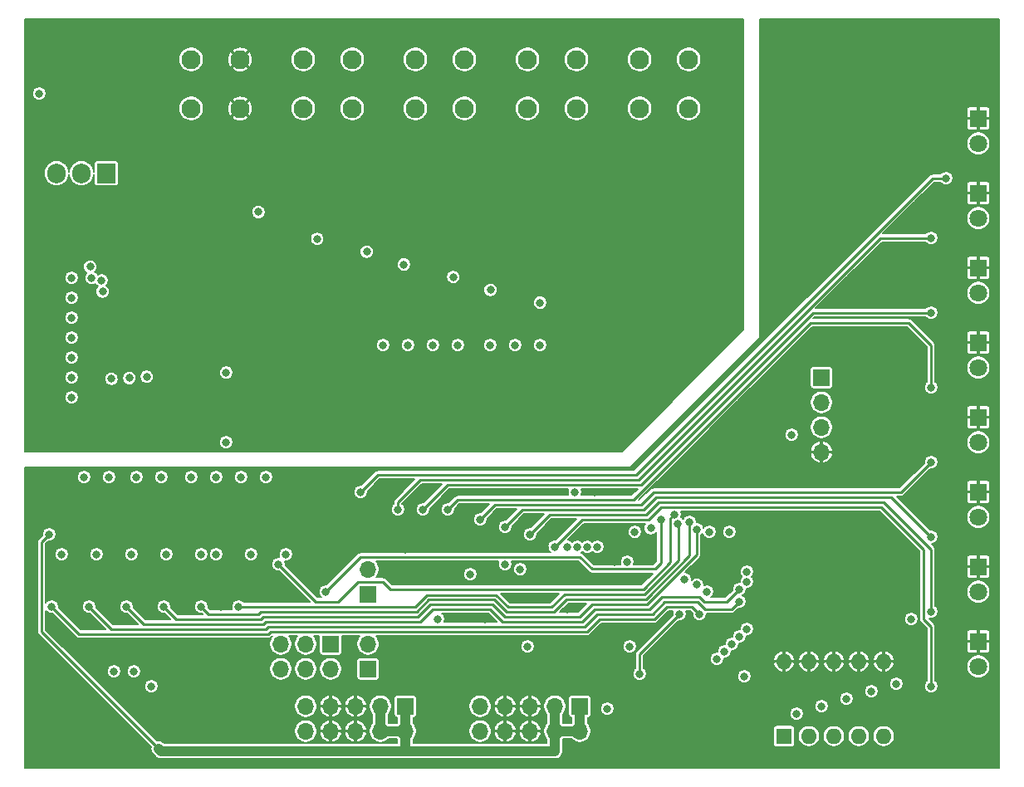
<source format=gbr>
%TF.GenerationSoftware,KiCad,Pcbnew,5.1.10-88a1d61d58~90~ubuntu20.04.1*%
%TF.CreationDate,2021-10-13T16:20:15+02:00*%
%TF.ProjectId,DO8_V1.2,444f385f-5631-42e3-922e-6b696361645f,rev?*%
%TF.SameCoordinates,Original*%
%TF.FileFunction,Copper,L3,Inr*%
%TF.FilePolarity,Positive*%
%FSLAX46Y46*%
G04 Gerber Fmt 4.6, Leading zero omitted, Abs format (unit mm)*
G04 Created by KiCad (PCBNEW 5.1.10-88a1d61d58~90~ubuntu20.04.1) date 2021-10-13 16:20:15*
%MOMM*%
%LPD*%
G01*
G04 APERTURE LIST*
%TA.AperFunction,ComponentPad*%
%ADD10O,1.700000X1.700000*%
%TD*%
%TA.AperFunction,ComponentPad*%
%ADD11R,1.700000X1.700000*%
%TD*%
%TA.AperFunction,ComponentPad*%
%ADD12O,1.600000X1.600000*%
%TD*%
%TA.AperFunction,ComponentPad*%
%ADD13R,1.600000X1.600000*%
%TD*%
%TA.AperFunction,ComponentPad*%
%ADD14O,1.905000X2.000000*%
%TD*%
%TA.AperFunction,ComponentPad*%
%ADD15R,1.905000X2.000000*%
%TD*%
%TA.AperFunction,ComponentPad*%
%ADD16C,1.950000*%
%TD*%
%TA.AperFunction,ComponentPad*%
%ADD17C,1.800000*%
%TD*%
%TA.AperFunction,ComponentPad*%
%ADD18R,1.800000X1.800000*%
%TD*%
%TA.AperFunction,ViaPad*%
%ADD19C,0.800000*%
%TD*%
%TA.AperFunction,Conductor*%
%ADD20C,1.000000*%
%TD*%
%TA.AperFunction,Conductor*%
%ADD21C,0.250000*%
%TD*%
%TA.AperFunction,Conductor*%
%ADD22C,0.127000*%
%TD*%
%TA.AperFunction,Conductor*%
%ADD23C,0.100000*%
%TD*%
G04 APERTURE END LIST*
D10*
%TO.N,GND*%
%TO.C,J1*%
X151788000Y-117488000D03*
%TO.N,SWCLK*%
X151788000Y-114948000D03*
%TO.N,SWIO*%
X151788000Y-112408000D03*
D11*
%TO.N,+3V3*%
X151788000Y-109868000D03*
%TD*%
D12*
%TO.N,GND*%
%TO.C,SW1*%
X147978000Y-138824000D03*
%TO.N,Net-(R8-Pad1)*%
X158138000Y-146444000D03*
%TO.N,GND*%
X150518000Y-138824000D03*
%TO.N,Net-(R7-Pad1)*%
X155598000Y-146444000D03*
%TO.N,GND*%
X153058000Y-138824000D03*
%TO.N,Net-(R6-Pad1)*%
X153058000Y-146444000D03*
%TO.N,GND*%
X155598000Y-138824000D03*
%TO.N,Net-(R5-Pad1)*%
X150518000Y-146444000D03*
%TO.N,GND*%
X158138000Y-138824000D03*
D13*
%TO.N,Net-(R4-Pad1)*%
X147978000Y-146444000D03*
%TD*%
D14*
%TO.N,+24V*%
%TO.C,Q9*%
X73810000Y-89040000D03*
%TO.N,Net-(D18-Pad1)*%
X76350000Y-89040000D03*
D15*
%TO.N,Net-(D17-Pad2)*%
X78890000Y-89040000D03*
%TD*%
D16*
%TO.N,GND2*%
%TO.C,J11*%
X92526000Y-77436000D03*
X92526000Y-82436000D03*
%TO.N,Net-(D18-Pad1)*%
X87526000Y-77436000D03*
X87526000Y-82436000D03*
%TD*%
%TO.N,Net-(D16-Pad1)*%
%TO.C,J10*%
X138246000Y-77436000D03*
X138246000Y-82436000D03*
%TO.N,Net-(D14-Pad1)*%
X133246000Y-77436000D03*
X133246000Y-82436000D03*
%TD*%
%TO.N,Net-(D13-Pad1)*%
%TO.C,J9*%
X126816000Y-77436000D03*
X126816000Y-82436000D03*
%TO.N,Net-(D11-Pad1)*%
X121816000Y-77436000D03*
X121816000Y-82436000D03*
%TD*%
%TO.N,Net-(D22-Pad2)*%
%TO.C,J8*%
X115386000Y-77436000D03*
X115386000Y-82436000D03*
%TO.N,Net-(D21-Pad2)*%
X110386000Y-77436000D03*
X110386000Y-82436000D03*
%TD*%
%TO.N,Net-(D20-Pad2)*%
%TO.C,J7*%
X103956000Y-77436000D03*
X103956000Y-82436000D03*
%TO.N,Net-(D19-Pad2)*%
X98956000Y-77436000D03*
X98956000Y-82436000D03*
%TD*%
D10*
%TO.N,BUS-*%
%TO.C,J6*%
X116990000Y-145936000D03*
%TO.N,BUS+*%
X116990000Y-143396000D03*
%TO.N,GND*%
X119530000Y-145936000D03*
X119530000Y-143396000D03*
X122070000Y-145936000D03*
X122070000Y-143396000D03*
%TO.N,VCC*%
X124610000Y-145936000D03*
X124610000Y-143396000D03*
X127150000Y-145936000D03*
D11*
X127150000Y-143396000D03*
%TD*%
D10*
%TO.N,BUS-*%
%TO.C,J5*%
X99210000Y-145936000D03*
%TO.N,BUS+*%
X99210000Y-143396000D03*
%TO.N,GND*%
X101750000Y-145936000D03*
X101750000Y-143396000D03*
X104290000Y-145936000D03*
X104290000Y-143396000D03*
%TO.N,VCC*%
X106830000Y-145936000D03*
X106830000Y-143396000D03*
X109370000Y-145936000D03*
D11*
X109370000Y-143396000D03*
%TD*%
D10*
%TO.N,Net-(J4-Pad6)*%
%TO.C,J4*%
X96670000Y-139586000D03*
%TO.N,Net-(J3-Pad2)*%
X96670000Y-137046000D03*
%TO.N,BUS+*%
X99210000Y-139586000D03*
%TO.N,BUS-*%
X99210000Y-137046000D03*
%TO.N,Net-(J4-Pad2)*%
X101750000Y-139586000D03*
D11*
%TO.N,Net-(J2-Pad2)*%
X101750000Y-137046000D03*
%TD*%
D10*
%TO.N,Net-(J3-Pad2)*%
%TO.C,J3*%
X105560000Y-129426000D03*
D11*
%TO.N,Net-(J3-Pad1)*%
X105560000Y-131966000D03*
%TD*%
D10*
%TO.N,Net-(J2-Pad2)*%
%TO.C,J2*%
X105560000Y-137046000D03*
D11*
%TO.N,Net-(J2-Pad1)*%
X105560000Y-139586000D03*
%TD*%
D17*
%TO.N,Net-(D15-Pad2)*%
%TO.C,D15*%
X167790000Y-139332000D03*
D18*
%TO.N,GND*%
X167790000Y-136792000D03*
%TD*%
D17*
%TO.N,Net-(D12-Pad2)*%
%TO.C,D12*%
X167790000Y-131712000D03*
D18*
%TO.N,GND*%
X167790000Y-129172000D03*
%TD*%
D17*
%TO.N,Net-(D10-Pad2)*%
%TO.C,D10*%
X167790000Y-124092000D03*
D18*
%TO.N,GND*%
X167790000Y-121552000D03*
%TD*%
D17*
%TO.N,Net-(D7-Pad2)*%
%TO.C,D7*%
X167790000Y-116472000D03*
D18*
%TO.N,GND*%
X167790000Y-113932000D03*
%TD*%
D17*
%TO.N,Net-(D4-Pad2)*%
%TO.C,D4*%
X167790000Y-108852000D03*
D18*
%TO.N,GND*%
X167790000Y-106312000D03*
%TD*%
D17*
%TO.N,Net-(D3-Pad2)*%
%TO.C,D3*%
X167790000Y-101232000D03*
D18*
%TO.N,GND*%
X167790000Y-98692000D03*
%TD*%
D17*
%TO.N,Net-(D2-Pad2)*%
%TO.C,D2*%
X167790000Y-93612000D03*
D18*
%TO.N,GND*%
X167790000Y-91072000D03*
%TD*%
D17*
%TO.N,Net-(D1-Pad2)*%
%TO.C,D1*%
X167790000Y-85992000D03*
D18*
%TO.N,GND*%
X167790000Y-83452000D03*
%TD*%
D19*
%TO.N,GND*%
X73302000Y-129172000D03*
X76858000Y-129172000D03*
X80414000Y-129172000D03*
X83970000Y-129172000D03*
X87526000Y-129172000D03*
X91082000Y-129172000D03*
X94638000Y-129172000D03*
X98194000Y-129172000D03*
X110894000Y-128918000D03*
X117498000Y-134506000D03*
X121816000Y-138824000D03*
X115974000Y-139078000D03*
X125880000Y-133490000D03*
X129436000Y-135776000D03*
X137056000Y-143396000D03*
X142390000Y-143396000D03*
X145692000Y-127140000D03*
X130706000Y-128664000D03*
X71270000Y-119774000D03*
X96924000Y-119774000D03*
X104544000Y-119774000D03*
X128674000Y-121552000D03*
X137437000Y-118758000D03*
X140612000Y-118758000D03*
X146962000Y-111392000D03*
X146454000Y-104280000D03*
X146454000Y-96406000D03*
X146454000Y-88786000D03*
X146454000Y-79388000D03*
X146454000Y-73800000D03*
X157630000Y-73800000D03*
X169314000Y-73800000D03*
X169314000Y-149238000D03*
X158138000Y-149238000D03*
X141374000Y-149238000D03*
X130452000Y-149238000D03*
X113434000Y-149238000D03*
X96670000Y-149238000D03*
X84986000Y-149238000D03*
X78382000Y-144412000D03*
X82954000Y-144412000D03*
X72540000Y-145936000D03*
X71016000Y-147714000D03*
X71016000Y-149238000D03*
X71270000Y-138824000D03*
X71270000Y-133236000D03*
X71270000Y-126124000D03*
X77620000Y-136792000D03*
X94130000Y-136792000D03*
X79906000Y-134252000D03*
X83462000Y-133998000D03*
X87018000Y-133490000D03*
X76604000Y-134760000D03*
X90574000Y-133236000D03*
X108100000Y-128918000D03*
X109370000Y-127394000D03*
X115212000Y-128918000D03*
X115212000Y-127140000D03*
X115212000Y-136538000D03*
X123340000Y-132474000D03*
X130706000Y-125616000D03*
X123594000Y-127140000D03*
X135786000Y-137554000D03*
X138072000Y-137554000D03*
X141628000Y-135776000D03*
X146200000Y-142126000D03*
X142898000Y-138570000D03*
%TO.N,+3V3*%
X79652000Y-139840000D03*
X81684000Y-139840000D03*
X83462000Y-141364000D03*
X126642000Y-121552000D03*
X129944000Y-143650000D03*
X121816000Y-137300000D03*
X112672000Y-134506000D03*
X132230000Y-137300000D03*
X143914000Y-140348000D03*
X160932000Y-134506000D03*
X142390000Y-125616000D03*
X132742660Y-125620660D03*
%TO.N,VCC*%
X84224000Y-147714000D03*
X73048000Y-125870000D03*
%TO.N,Net-(C8-Pad1)*%
X133246000Y-140094000D03*
X137310000Y-133998000D03*
%TO.N,GND2*%
X142898000Y-73800000D03*
X129944000Y-73800000D03*
X118514000Y-73800000D03*
X107084000Y-73800000D03*
X95654000Y-73800000D03*
X84224000Y-73800000D03*
X71016000Y-73800000D03*
X71016000Y-80912000D03*
X72032000Y-75832000D03*
X80668000Y-80404000D03*
X82446000Y-82436000D03*
X80668000Y-84468000D03*
X71270000Y-88786000D03*
X71270000Y-96152000D03*
X71270000Y-113170000D03*
X71270000Y-116726000D03*
X95146000Y-116726000D03*
X105814000Y-116726000D03*
X113688000Y-116726000D03*
X119530000Y-116726000D03*
X124610000Y-116726000D03*
X130960000Y-116726000D03*
X137310000Y-110122000D03*
X142898000Y-104534000D03*
X142898000Y-96406000D03*
X142898000Y-88786000D03*
X142898000Y-79388000D03*
X98956000Y-94628000D03*
X96924000Y-92850000D03*
X98956000Y-90818000D03*
X104036000Y-90818000D03*
X104036000Y-94628000D03*
X105814000Y-92850000D03*
X110386000Y-90818000D03*
X109370000Y-94628000D03*
X111402000Y-94628000D03*
X115466000Y-90818000D03*
X115466000Y-94628000D03*
X117244000Y-92850000D03*
X121816000Y-90818000D03*
X120800000Y-94628000D03*
X122832000Y-94628000D03*
X126896000Y-90818000D03*
X126896000Y-94628000D03*
X128674000Y-92850000D03*
X140104000Y-92850000D03*
X138326000Y-94628000D03*
X134262000Y-94628000D03*
X132230000Y-94628000D03*
X133246000Y-90818000D03*
X95781000Y-105550000D03*
X138326000Y-90818000D03*
X79017000Y-96025000D03*
X77493000Y-94628000D03*
X90066000Y-112408000D03*
X87907000Y-112789000D03*
X85367000Y-113170000D03*
X82827000Y-113424000D03*
X77747000Y-113424000D03*
%TO.N,+24V*%
X91103500Y-109381500D03*
X91082000Y-116472000D03*
%TO.N,Net-(D11-Pad1)*%
X114267000Y-99637000D03*
X118006000Y-106566000D03*
%TO.N,Net-(D13-Pad1)*%
X118047000Y-100937000D03*
X120546000Y-106566000D03*
%TO.N,Net-(D14-Pad1)*%
X123097000Y-102237000D03*
X123086000Y-106566000D03*
%TO.N,Net-(D17-Pad2)*%
X72032000Y-80912000D03*
%TO.N,Net-(IC1-Pad13)*%
X75334000Y-111900000D03*
X83017500Y-109804500D03*
%TO.N,Net-(IC1-Pad12)*%
X75334000Y-109868000D03*
X81239500Y-109931500D03*
%TO.N,Net-(IC1-Pad11)*%
X75334000Y-107836000D03*
X79398000Y-109995000D03*
%TO.N,Net-(IC1-Pad10)*%
X75334000Y-105804000D03*
X78509000Y-101105000D03*
%TO.N,Net-(IC1-Pad9)*%
X75334000Y-103772000D03*
X78382000Y-99962000D03*
%TO.N,Net-(IC1-Pad8)*%
X75334000Y-101740000D03*
X77366000Y-99708000D03*
%TO.N,Net-(IC1-Pad7)*%
X75334000Y-99708000D03*
X77239000Y-98565000D03*
%TO.N,SWCLK*%
X131976000Y-128664000D03*
%TO.N,SWIO*%
X148740000Y-115710000D03*
X134389000Y-125235000D03*
%TO.N,Net-(Q1-Pad3)*%
X74318000Y-127902000D03*
X76604000Y-120028000D03*
%TO.N,Net-(Q2-Pad3)*%
X77874000Y-127902000D03*
X79144000Y-120028000D03*
%TO.N,Net-(Q3-Pad3)*%
X81430000Y-127902000D03*
X81938000Y-120028000D03*
%TO.N,Net-(Q4-Pad3)*%
X84986000Y-127902000D03*
X84478000Y-120028000D03*
%TO.N,Net-(Q5-Pad3)*%
X88542000Y-127902000D03*
X87526000Y-120028000D03*
%TO.N,Net-(Q6-Pad3)*%
X90066000Y-127902000D03*
X90066000Y-120028000D03*
%TO.N,Net-(Q7-Pad3)*%
X93622000Y-127902000D03*
X92606000Y-120028000D03*
%TO.N,Net-(Q8-Pad3)*%
X97178000Y-127902000D03*
X95146000Y-120028000D03*
%TO.N,Net-(R4-Pad1)*%
X141120000Y-138570000D03*
X149248000Y-144158000D03*
%TO.N,Net-(R5-Pad1)*%
X141882000Y-137808000D03*
X151788000Y-143396000D03*
%TO.N,Net-(R6-Pad1)*%
X142644000Y-137046000D03*
X154328000Y-142634000D03*
%TO.N,Net-(R7-Pad1)*%
X143406000Y-136284000D03*
X156868000Y-141872000D03*
%TO.N,Net-(R8-Pad1)*%
X144168000Y-135522000D03*
X159408000Y-141110000D03*
%TO.N,CH1*%
X73302000Y-133236000D03*
X139342000Y-133998000D03*
%TO.N,CH2*%
X77112000Y-133236000D03*
X143406000Y-132728000D03*
%TO.N,CH3*%
X80922000Y-133236000D03*
X143406000Y-131458000D03*
%TO.N,CH4*%
X139088000Y-125362000D03*
X84732000Y-133236000D03*
%TO.N,CH5*%
X138326000Y-124600000D03*
X88542000Y-133236000D03*
%TO.N,CH6*%
X92352000Y-133236000D03*
X137168642Y-124781639D03*
%TO.N,CH7*%
X96416000Y-128918000D03*
X136802000Y-123838000D03*
%TO.N,CH8*%
X101242000Y-131712000D03*
X135405000Y-124346000D03*
%TO.N,FB1*%
X104798000Y-121552000D03*
X140104000Y-131712000D03*
X164488000Y-89548000D03*
%TO.N,FB2*%
X108608000Y-123330000D03*
X139088000Y-130987000D03*
X162964000Y-95644000D03*
%TO.N,FB3*%
X111148000Y-123330000D03*
X137818000Y-130442000D03*
X162964000Y-103264000D03*
%TO.N,FB4*%
X113688000Y-123330000D03*
X128928000Y-127140000D03*
X162964000Y-110884000D03*
%TO.N,FB5*%
X116990000Y-124346000D03*
X127912000Y-127140000D03*
X162964000Y-118504000D03*
%TO.N,FB6*%
X119530000Y-125108000D03*
X126896000Y-127140000D03*
X162964000Y-126124000D03*
%TO.N,FB7*%
X122070000Y-125870000D03*
X125880000Y-127140000D03*
X162964000Y-133744000D03*
%TO.N,FB8*%
X124595750Y-127154250D03*
X162964000Y-141364000D03*
%TO.N,TXD*%
X119530000Y-128918000D03*
X144168000Y-130696000D03*
%TO.N,DIR*%
X115974000Y-129934000D03*
X140358000Y-125616000D03*
%TO.N,RXD*%
X121058653Y-129421347D03*
X144172095Y-129675569D03*
%TO.N,Net-(D19-Pad2)*%
X94380000Y-92990000D03*
X107084000Y-106566000D03*
%TO.N,Net-(D20-Pad2)*%
X100387000Y-95737000D03*
X109624000Y-106566000D03*
%TO.N,Net-(D21-Pad2)*%
X105437000Y-97037000D03*
X112164000Y-106566000D03*
%TO.N,Net-(D22-Pad2)*%
X109217000Y-98337000D03*
X114704000Y-106566000D03*
%TD*%
D20*
%TO.N,VCC*%
X127150000Y-143396000D02*
X127150000Y-145936000D01*
X124610000Y-143396000D02*
X124610000Y-145936000D01*
X124610000Y-145936000D02*
X127150000Y-145936000D01*
X106830000Y-143396000D02*
X106830000Y-145936000D01*
X109370000Y-145936000D02*
X109370000Y-143396000D01*
X106830000Y-145936000D02*
X109370000Y-145936000D01*
X124610000Y-145936000D02*
X124610000Y-147968000D01*
X84478000Y-147968000D02*
X84224000Y-147714000D01*
X109370000Y-147968000D02*
X109370000Y-145936000D01*
X124610000Y-147968000D02*
X109370000Y-147968000D01*
X109370000Y-147968000D02*
X84478000Y-147968000D01*
D21*
X73048000Y-125870000D02*
X72286000Y-126632000D01*
X72286000Y-135776000D02*
X84224000Y-147714000D01*
X72286000Y-126632000D02*
X72286000Y-135776000D01*
%TO.N,Net-(C8-Pad1)*%
X133246000Y-138062000D02*
X137310000Y-133998000D01*
X133246000Y-140094000D02*
X133246000Y-138062000D01*
%TO.N,CH1*%
X138580000Y-133236000D02*
X139342000Y-133998000D01*
X129182000Y-134506000D02*
X134770000Y-134506000D01*
X127912000Y-135776000D02*
X129182000Y-134506000D01*
X134770000Y-134506000D02*
X136040000Y-133236000D01*
X95654000Y-135776000D02*
X127912000Y-135776000D01*
X95400000Y-136030000D02*
X95654000Y-135776000D01*
X76096000Y-136030000D02*
X95400000Y-136030000D01*
X136040000Y-133236000D02*
X138580000Y-133236000D01*
X73302000Y-133236000D02*
X76096000Y-136030000D01*
%TO.N,CH2*%
X128928000Y-133998000D02*
X127658000Y-135268000D01*
X127658000Y-135268000D02*
X95400000Y-135268000D01*
X134578794Y-133998000D02*
X128928000Y-133998000D01*
X79398000Y-135522000D02*
X77112000Y-133236000D01*
X135790805Y-132785989D02*
X134578794Y-133998000D01*
X139202991Y-132785989D02*
X135790805Y-132785989D01*
X139907002Y-133490000D02*
X139202991Y-132785989D01*
X95146000Y-135522000D02*
X79398000Y-135522000D01*
X95400000Y-135268000D02*
X95146000Y-135522000D01*
X142644000Y-133490000D02*
X139907002Y-133490000D01*
X143406000Y-132728000D02*
X142644000Y-133490000D01*
%TO.N,CH3*%
X82700000Y-135014000D02*
X80922000Y-133236000D01*
X94892000Y-135014000D02*
X82700000Y-135014000D01*
X143406000Y-131458000D02*
X142136000Y-132728000D01*
X139850000Y-132728000D02*
X139342000Y-132220000D01*
X139342000Y-132220000D02*
X135530590Y-132220000D01*
X110894000Y-134760000D02*
X95146000Y-134760000D01*
X135530590Y-132220000D02*
X134260590Y-133490000D01*
X112164000Y-133490000D02*
X110894000Y-134760000D01*
X95146000Y-134760000D02*
X94892000Y-135014000D01*
X134260590Y-133490000D02*
X128674000Y-133490000D01*
X127404000Y-134760000D02*
X119276000Y-134760000D01*
X142136000Y-132728000D02*
X139850000Y-132728000D01*
X128674000Y-133490000D02*
X127404000Y-134760000D01*
X119276000Y-134760000D02*
X118006000Y-133490000D01*
X118006000Y-133490000D02*
X112164000Y-133490000D01*
%TO.N,CH4*%
X94638000Y-134506000D02*
X86002000Y-134506000D01*
X110640000Y-134252000D02*
X94892000Y-134252000D01*
X111910000Y-132982000D02*
X110640000Y-134252000D01*
X118260000Y-132982000D02*
X111910000Y-132982000D01*
X86002000Y-134506000D02*
X84732000Y-133236000D01*
X119530000Y-134252000D02*
X118260000Y-132982000D01*
X127150000Y-134252000D02*
X119530000Y-134252000D01*
X128420000Y-132982000D02*
X127150000Y-134252000D01*
X134008000Y-132982000D02*
X128420000Y-132982000D01*
X139088000Y-127902000D02*
X134008000Y-132982000D01*
X94892000Y-134252000D02*
X94638000Y-134506000D01*
X139088000Y-125362000D02*
X139088000Y-127902000D01*
%TO.N,CH5*%
X94384000Y-133998000D02*
X89304000Y-133998000D01*
X110511590Y-133744000D02*
X94638000Y-133744000D01*
X119658410Y-133744000D02*
X118446400Y-132531990D01*
X124552998Y-133744000D02*
X119658410Y-133744000D01*
X94638000Y-133744000D02*
X94384000Y-133998000D01*
X111723599Y-132531991D02*
X110511590Y-133744000D01*
X133879590Y-132474000D02*
X125822998Y-132474000D01*
X138326000Y-128027590D02*
X133879590Y-132474000D01*
X89304000Y-133998000D02*
X88542000Y-133236000D01*
X118446400Y-132531990D02*
X111723599Y-132531991D01*
X125822998Y-132474000D02*
X124552998Y-133744000D01*
X138326000Y-124600000D02*
X138326000Y-128027590D01*
%TO.N,CH6*%
X137183000Y-124795997D02*
X137168642Y-124781639D01*
X137183000Y-128534180D02*
X137183000Y-124795997D01*
X125626000Y-131966000D02*
X133751180Y-131966000D01*
X133751180Y-131966000D02*
X137183000Y-128534180D01*
X119844810Y-133293990D02*
X124298010Y-133293990D01*
X118632802Y-132081982D02*
X119844810Y-133293990D01*
X111537200Y-132081982D02*
X118632802Y-132081982D01*
X110383182Y-133236000D02*
X111537200Y-132081982D01*
X124298010Y-133293990D02*
X125626000Y-131966000D01*
X92352000Y-133236000D02*
X110383182Y-133236000D01*
%TO.N,CH7*%
X100226000Y-132728000D02*
X96416000Y-128918000D01*
X102512998Y-132728000D02*
X100226000Y-132728000D01*
X107084000Y-130696000D02*
X104544998Y-130696000D01*
X133622770Y-131458000D02*
X107846000Y-131458000D01*
X136402001Y-128678769D02*
X133622770Y-131458000D01*
X136402001Y-124237999D02*
X136402001Y-128678769D01*
X104544998Y-130696000D02*
X102512998Y-132728000D01*
X107846000Y-131458000D02*
X107084000Y-130696000D01*
X136802000Y-123838000D02*
X136402001Y-124237999D01*
%TO.N,CH8*%
X128383001Y-129389001D02*
X134806999Y-129389001D01*
X104798000Y-128156000D02*
X127150000Y-128156000D01*
X134806999Y-129389001D02*
X135405000Y-128791000D01*
X127150000Y-128156000D02*
X128383001Y-129389001D01*
X135405000Y-128791000D02*
X135405000Y-124346000D01*
X101242000Y-131712000D02*
X104798000Y-128156000D01*
%TO.N,FB1*%
X163091000Y-89548000D02*
X164488000Y-89548000D01*
X104798000Y-121552000D02*
X106576000Y-119774000D01*
X132865000Y-119774000D02*
X163091000Y-89548000D01*
X106576000Y-119774000D02*
X132865000Y-119774000D01*
%TO.N,FB2*%
X157757000Y-95644000D02*
X162964000Y-95644000D01*
X133119000Y-120282000D02*
X157757000Y-95644000D01*
X108608000Y-123330000D02*
X108608000Y-122568000D01*
X110894000Y-120282000D02*
X133119000Y-120282000D01*
X108608000Y-122568000D02*
X110894000Y-120282000D01*
%TO.N,FB3*%
X150899000Y-103264000D02*
X162964000Y-103264000D01*
X133373000Y-120790000D02*
X150899000Y-103264000D01*
X111148000Y-123330000D02*
X113688000Y-120790000D01*
X113688000Y-120790000D02*
X133373000Y-120790000D01*
%TO.N,FB4*%
X162964000Y-106566000D02*
X162964000Y-110884000D01*
X160678000Y-104280000D02*
X162964000Y-106566000D01*
X150645000Y-104280000D02*
X160678000Y-104280000D01*
X113688000Y-123330000D02*
X114704000Y-122314000D01*
X132611000Y-122314000D02*
X150645000Y-104280000D01*
X114704000Y-122314000D02*
X132611000Y-122314000D01*
%TO.N,FB5*%
X134643000Y-121552000D02*
X159916000Y-121552000D01*
X133373000Y-122822000D02*
X134643000Y-121552000D01*
X159916000Y-121552000D02*
X162964000Y-118504000D01*
X116990000Y-124346000D02*
X118514000Y-122822000D01*
X118514000Y-122822000D02*
X133373000Y-122822000D01*
%TO.N,FB6*%
X158900000Y-122060000D02*
X162964000Y-126124000D01*
X134897000Y-122060000D02*
X158900000Y-122060000D01*
X119530000Y-125108000D02*
X121308000Y-123330000D01*
X133627000Y-123330000D02*
X134897000Y-122060000D01*
X121308000Y-123330000D02*
X133627000Y-123330000D01*
%TO.N,FB7*%
X162964000Y-127394000D02*
X162964000Y-133744000D01*
X158138000Y-122568000D02*
X162964000Y-127394000D01*
X135151000Y-122568000D02*
X158138000Y-122568000D01*
X133881000Y-123838000D02*
X135151000Y-122568000D01*
X122070000Y-125870000D02*
X124102000Y-123838000D01*
X124102000Y-123838000D02*
X133881000Y-123838000D01*
%TO.N,FB8*%
X162964000Y-135268000D02*
X162964000Y-141364000D01*
X162202000Y-134506000D02*
X162964000Y-135268000D01*
X127404000Y-124346000D02*
X134135000Y-124346000D01*
X162202000Y-127394000D02*
X162202000Y-134506000D01*
X124595750Y-127154250D02*
X127404000Y-124346000D01*
X134135000Y-124346000D02*
X135405000Y-123076000D01*
X135405000Y-123076000D02*
X157884000Y-123076000D01*
X157884000Y-123076000D02*
X162202000Y-127394000D01*
%TO.N,RXD*%
X121054000Y-129426000D02*
X121058653Y-129421347D01*
%TD*%
D22*
%TO.N,GND2*%
X143850500Y-105015698D02*
X131441698Y-117424500D01*
X70596500Y-117424500D01*
X70596500Y-116401332D01*
X90364500Y-116401332D01*
X90364500Y-116542668D01*
X90392073Y-116681287D01*
X90446159Y-116811864D01*
X90524681Y-116929380D01*
X90624620Y-117029319D01*
X90742136Y-117107841D01*
X90872713Y-117161927D01*
X91011332Y-117189500D01*
X91152668Y-117189500D01*
X91291287Y-117161927D01*
X91421864Y-117107841D01*
X91539380Y-117029319D01*
X91639319Y-116929380D01*
X91717841Y-116811864D01*
X91771927Y-116681287D01*
X91799500Y-116542668D01*
X91799500Y-116401332D01*
X91771927Y-116262713D01*
X91717841Y-116132136D01*
X91639319Y-116014620D01*
X91539380Y-115914681D01*
X91421864Y-115836159D01*
X91291287Y-115782073D01*
X91152668Y-115754500D01*
X91011332Y-115754500D01*
X90872713Y-115782073D01*
X90742136Y-115836159D01*
X90624620Y-115914681D01*
X90524681Y-116014620D01*
X90446159Y-116132136D01*
X90392073Y-116262713D01*
X90364500Y-116401332D01*
X70596500Y-116401332D01*
X70596500Y-111829332D01*
X74616500Y-111829332D01*
X74616500Y-111970668D01*
X74644073Y-112109287D01*
X74698159Y-112239864D01*
X74776681Y-112357380D01*
X74876620Y-112457319D01*
X74994136Y-112535841D01*
X75124713Y-112589927D01*
X75263332Y-112617500D01*
X75404668Y-112617500D01*
X75543287Y-112589927D01*
X75673864Y-112535841D01*
X75791380Y-112457319D01*
X75891319Y-112357380D01*
X75969841Y-112239864D01*
X76023927Y-112109287D01*
X76051500Y-111970668D01*
X76051500Y-111829332D01*
X76023927Y-111690713D01*
X75969841Y-111560136D01*
X75891319Y-111442620D01*
X75791380Y-111342681D01*
X75673864Y-111264159D01*
X75543287Y-111210073D01*
X75404668Y-111182500D01*
X75263332Y-111182500D01*
X75124713Y-111210073D01*
X74994136Y-111264159D01*
X74876620Y-111342681D01*
X74776681Y-111442620D01*
X74698159Y-111560136D01*
X74644073Y-111690713D01*
X74616500Y-111829332D01*
X70596500Y-111829332D01*
X70596500Y-109797332D01*
X74616500Y-109797332D01*
X74616500Y-109938668D01*
X74644073Y-110077287D01*
X74698159Y-110207864D01*
X74776681Y-110325380D01*
X74876620Y-110425319D01*
X74994136Y-110503841D01*
X75124713Y-110557927D01*
X75263332Y-110585500D01*
X75404668Y-110585500D01*
X75543287Y-110557927D01*
X75673864Y-110503841D01*
X75791380Y-110425319D01*
X75891319Y-110325380D01*
X75969841Y-110207864D01*
X76023927Y-110077287D01*
X76051500Y-109938668D01*
X76051500Y-109924332D01*
X78680500Y-109924332D01*
X78680500Y-110065668D01*
X78708073Y-110204287D01*
X78762159Y-110334864D01*
X78840681Y-110452380D01*
X78940620Y-110552319D01*
X79058136Y-110630841D01*
X79188713Y-110684927D01*
X79327332Y-110712500D01*
X79468668Y-110712500D01*
X79607287Y-110684927D01*
X79737864Y-110630841D01*
X79855380Y-110552319D01*
X79955319Y-110452380D01*
X80033841Y-110334864D01*
X80087927Y-110204287D01*
X80115500Y-110065668D01*
X80115500Y-109924332D01*
X80102870Y-109860832D01*
X80522000Y-109860832D01*
X80522000Y-110002168D01*
X80549573Y-110140787D01*
X80603659Y-110271364D01*
X80682181Y-110388880D01*
X80782120Y-110488819D01*
X80899636Y-110567341D01*
X81030213Y-110621427D01*
X81168832Y-110649000D01*
X81310168Y-110649000D01*
X81448787Y-110621427D01*
X81579364Y-110567341D01*
X81696880Y-110488819D01*
X81796819Y-110388880D01*
X81875341Y-110271364D01*
X81929427Y-110140787D01*
X81957000Y-110002168D01*
X81957000Y-109860832D01*
X81931739Y-109733832D01*
X82300000Y-109733832D01*
X82300000Y-109875168D01*
X82327573Y-110013787D01*
X82381659Y-110144364D01*
X82460181Y-110261880D01*
X82560120Y-110361819D01*
X82677636Y-110440341D01*
X82808213Y-110494427D01*
X82946832Y-110522000D01*
X83088168Y-110522000D01*
X83226787Y-110494427D01*
X83357364Y-110440341D01*
X83474880Y-110361819D01*
X83574819Y-110261880D01*
X83653341Y-110144364D01*
X83707427Y-110013787D01*
X83735000Y-109875168D01*
X83735000Y-109733832D01*
X83707427Y-109595213D01*
X83653341Y-109464636D01*
X83574819Y-109347120D01*
X83538531Y-109310832D01*
X90386000Y-109310832D01*
X90386000Y-109452168D01*
X90413573Y-109590787D01*
X90467659Y-109721364D01*
X90546181Y-109838880D01*
X90646120Y-109938819D01*
X90763636Y-110017341D01*
X90894213Y-110071427D01*
X91032832Y-110099000D01*
X91174168Y-110099000D01*
X91312787Y-110071427D01*
X91443364Y-110017341D01*
X91560880Y-109938819D01*
X91660819Y-109838880D01*
X91739341Y-109721364D01*
X91793427Y-109590787D01*
X91821000Y-109452168D01*
X91821000Y-109310832D01*
X91793427Y-109172213D01*
X91739341Y-109041636D01*
X91660819Y-108924120D01*
X91560880Y-108824181D01*
X91443364Y-108745659D01*
X91312787Y-108691573D01*
X91174168Y-108664000D01*
X91032832Y-108664000D01*
X90894213Y-108691573D01*
X90763636Y-108745659D01*
X90646120Y-108824181D01*
X90546181Y-108924120D01*
X90467659Y-109041636D01*
X90413573Y-109172213D01*
X90386000Y-109310832D01*
X83538531Y-109310832D01*
X83474880Y-109247181D01*
X83357364Y-109168659D01*
X83226787Y-109114573D01*
X83088168Y-109087000D01*
X82946832Y-109087000D01*
X82808213Y-109114573D01*
X82677636Y-109168659D01*
X82560120Y-109247181D01*
X82460181Y-109347120D01*
X82381659Y-109464636D01*
X82327573Y-109595213D01*
X82300000Y-109733832D01*
X81931739Y-109733832D01*
X81929427Y-109722213D01*
X81875341Y-109591636D01*
X81796819Y-109474120D01*
X81696880Y-109374181D01*
X81579364Y-109295659D01*
X81448787Y-109241573D01*
X81310168Y-109214000D01*
X81168832Y-109214000D01*
X81030213Y-109241573D01*
X80899636Y-109295659D01*
X80782120Y-109374181D01*
X80682181Y-109474120D01*
X80603659Y-109591636D01*
X80549573Y-109722213D01*
X80522000Y-109860832D01*
X80102870Y-109860832D01*
X80087927Y-109785713D01*
X80033841Y-109655136D01*
X79955319Y-109537620D01*
X79855380Y-109437681D01*
X79737864Y-109359159D01*
X79607287Y-109305073D01*
X79468668Y-109277500D01*
X79327332Y-109277500D01*
X79188713Y-109305073D01*
X79058136Y-109359159D01*
X78940620Y-109437681D01*
X78840681Y-109537620D01*
X78762159Y-109655136D01*
X78708073Y-109785713D01*
X78680500Y-109924332D01*
X76051500Y-109924332D01*
X76051500Y-109797332D01*
X76023927Y-109658713D01*
X75969841Y-109528136D01*
X75891319Y-109410620D01*
X75791380Y-109310681D01*
X75673864Y-109232159D01*
X75543287Y-109178073D01*
X75404668Y-109150500D01*
X75263332Y-109150500D01*
X75124713Y-109178073D01*
X74994136Y-109232159D01*
X74876620Y-109310681D01*
X74776681Y-109410620D01*
X74698159Y-109528136D01*
X74644073Y-109658713D01*
X74616500Y-109797332D01*
X70596500Y-109797332D01*
X70596500Y-107765332D01*
X74616500Y-107765332D01*
X74616500Y-107906668D01*
X74644073Y-108045287D01*
X74698159Y-108175864D01*
X74776681Y-108293380D01*
X74876620Y-108393319D01*
X74994136Y-108471841D01*
X75124713Y-108525927D01*
X75263332Y-108553500D01*
X75404668Y-108553500D01*
X75543287Y-108525927D01*
X75673864Y-108471841D01*
X75791380Y-108393319D01*
X75891319Y-108293380D01*
X75969841Y-108175864D01*
X76023927Y-108045287D01*
X76051500Y-107906668D01*
X76051500Y-107765332D01*
X76023927Y-107626713D01*
X75969841Y-107496136D01*
X75891319Y-107378620D01*
X75791380Y-107278681D01*
X75673864Y-107200159D01*
X75543287Y-107146073D01*
X75404668Y-107118500D01*
X75263332Y-107118500D01*
X75124713Y-107146073D01*
X74994136Y-107200159D01*
X74876620Y-107278681D01*
X74776681Y-107378620D01*
X74698159Y-107496136D01*
X74644073Y-107626713D01*
X74616500Y-107765332D01*
X70596500Y-107765332D01*
X70596500Y-105733332D01*
X74616500Y-105733332D01*
X74616500Y-105874668D01*
X74644073Y-106013287D01*
X74698159Y-106143864D01*
X74776681Y-106261380D01*
X74876620Y-106361319D01*
X74994136Y-106439841D01*
X75124713Y-106493927D01*
X75263332Y-106521500D01*
X75404668Y-106521500D01*
X75536223Y-106495332D01*
X106366500Y-106495332D01*
X106366500Y-106636668D01*
X106394073Y-106775287D01*
X106448159Y-106905864D01*
X106526681Y-107023380D01*
X106626620Y-107123319D01*
X106744136Y-107201841D01*
X106874713Y-107255927D01*
X107013332Y-107283500D01*
X107154668Y-107283500D01*
X107293287Y-107255927D01*
X107423864Y-107201841D01*
X107541380Y-107123319D01*
X107641319Y-107023380D01*
X107719841Y-106905864D01*
X107773927Y-106775287D01*
X107801500Y-106636668D01*
X107801500Y-106495332D01*
X108906500Y-106495332D01*
X108906500Y-106636668D01*
X108934073Y-106775287D01*
X108988159Y-106905864D01*
X109066681Y-107023380D01*
X109166620Y-107123319D01*
X109284136Y-107201841D01*
X109414713Y-107255927D01*
X109553332Y-107283500D01*
X109694668Y-107283500D01*
X109833287Y-107255927D01*
X109963864Y-107201841D01*
X110081380Y-107123319D01*
X110181319Y-107023380D01*
X110259841Y-106905864D01*
X110313927Y-106775287D01*
X110341500Y-106636668D01*
X110341500Y-106495332D01*
X111446500Y-106495332D01*
X111446500Y-106636668D01*
X111474073Y-106775287D01*
X111528159Y-106905864D01*
X111606681Y-107023380D01*
X111706620Y-107123319D01*
X111824136Y-107201841D01*
X111954713Y-107255927D01*
X112093332Y-107283500D01*
X112234668Y-107283500D01*
X112373287Y-107255927D01*
X112503864Y-107201841D01*
X112621380Y-107123319D01*
X112721319Y-107023380D01*
X112799841Y-106905864D01*
X112853927Y-106775287D01*
X112881500Y-106636668D01*
X112881500Y-106495332D01*
X113986500Y-106495332D01*
X113986500Y-106636668D01*
X114014073Y-106775287D01*
X114068159Y-106905864D01*
X114146681Y-107023380D01*
X114246620Y-107123319D01*
X114364136Y-107201841D01*
X114494713Y-107255927D01*
X114633332Y-107283500D01*
X114774668Y-107283500D01*
X114913287Y-107255927D01*
X115043864Y-107201841D01*
X115161380Y-107123319D01*
X115261319Y-107023380D01*
X115339841Y-106905864D01*
X115393927Y-106775287D01*
X115421500Y-106636668D01*
X115421500Y-106495332D01*
X117288500Y-106495332D01*
X117288500Y-106636668D01*
X117316073Y-106775287D01*
X117370159Y-106905864D01*
X117448681Y-107023380D01*
X117548620Y-107123319D01*
X117666136Y-107201841D01*
X117796713Y-107255927D01*
X117935332Y-107283500D01*
X118076668Y-107283500D01*
X118215287Y-107255927D01*
X118345864Y-107201841D01*
X118463380Y-107123319D01*
X118563319Y-107023380D01*
X118641841Y-106905864D01*
X118695927Y-106775287D01*
X118723500Y-106636668D01*
X118723500Y-106495332D01*
X119828500Y-106495332D01*
X119828500Y-106636668D01*
X119856073Y-106775287D01*
X119910159Y-106905864D01*
X119988681Y-107023380D01*
X120088620Y-107123319D01*
X120206136Y-107201841D01*
X120336713Y-107255927D01*
X120475332Y-107283500D01*
X120616668Y-107283500D01*
X120755287Y-107255927D01*
X120885864Y-107201841D01*
X121003380Y-107123319D01*
X121103319Y-107023380D01*
X121181841Y-106905864D01*
X121235927Y-106775287D01*
X121263500Y-106636668D01*
X121263500Y-106495332D01*
X122368500Y-106495332D01*
X122368500Y-106636668D01*
X122396073Y-106775287D01*
X122450159Y-106905864D01*
X122528681Y-107023380D01*
X122628620Y-107123319D01*
X122746136Y-107201841D01*
X122876713Y-107255927D01*
X123015332Y-107283500D01*
X123156668Y-107283500D01*
X123295287Y-107255927D01*
X123425864Y-107201841D01*
X123543380Y-107123319D01*
X123643319Y-107023380D01*
X123721841Y-106905864D01*
X123775927Y-106775287D01*
X123803500Y-106636668D01*
X123803500Y-106495332D01*
X123775927Y-106356713D01*
X123721841Y-106226136D01*
X123643319Y-106108620D01*
X123543380Y-106008681D01*
X123425864Y-105930159D01*
X123295287Y-105876073D01*
X123156668Y-105848500D01*
X123015332Y-105848500D01*
X122876713Y-105876073D01*
X122746136Y-105930159D01*
X122628620Y-106008681D01*
X122528681Y-106108620D01*
X122450159Y-106226136D01*
X122396073Y-106356713D01*
X122368500Y-106495332D01*
X121263500Y-106495332D01*
X121235927Y-106356713D01*
X121181841Y-106226136D01*
X121103319Y-106108620D01*
X121003380Y-106008681D01*
X120885864Y-105930159D01*
X120755287Y-105876073D01*
X120616668Y-105848500D01*
X120475332Y-105848500D01*
X120336713Y-105876073D01*
X120206136Y-105930159D01*
X120088620Y-106008681D01*
X119988681Y-106108620D01*
X119910159Y-106226136D01*
X119856073Y-106356713D01*
X119828500Y-106495332D01*
X118723500Y-106495332D01*
X118695927Y-106356713D01*
X118641841Y-106226136D01*
X118563319Y-106108620D01*
X118463380Y-106008681D01*
X118345864Y-105930159D01*
X118215287Y-105876073D01*
X118076668Y-105848500D01*
X117935332Y-105848500D01*
X117796713Y-105876073D01*
X117666136Y-105930159D01*
X117548620Y-106008681D01*
X117448681Y-106108620D01*
X117370159Y-106226136D01*
X117316073Y-106356713D01*
X117288500Y-106495332D01*
X115421500Y-106495332D01*
X115393927Y-106356713D01*
X115339841Y-106226136D01*
X115261319Y-106108620D01*
X115161380Y-106008681D01*
X115043864Y-105930159D01*
X114913287Y-105876073D01*
X114774668Y-105848500D01*
X114633332Y-105848500D01*
X114494713Y-105876073D01*
X114364136Y-105930159D01*
X114246620Y-106008681D01*
X114146681Y-106108620D01*
X114068159Y-106226136D01*
X114014073Y-106356713D01*
X113986500Y-106495332D01*
X112881500Y-106495332D01*
X112853927Y-106356713D01*
X112799841Y-106226136D01*
X112721319Y-106108620D01*
X112621380Y-106008681D01*
X112503864Y-105930159D01*
X112373287Y-105876073D01*
X112234668Y-105848500D01*
X112093332Y-105848500D01*
X111954713Y-105876073D01*
X111824136Y-105930159D01*
X111706620Y-106008681D01*
X111606681Y-106108620D01*
X111528159Y-106226136D01*
X111474073Y-106356713D01*
X111446500Y-106495332D01*
X110341500Y-106495332D01*
X110313927Y-106356713D01*
X110259841Y-106226136D01*
X110181319Y-106108620D01*
X110081380Y-106008681D01*
X109963864Y-105930159D01*
X109833287Y-105876073D01*
X109694668Y-105848500D01*
X109553332Y-105848500D01*
X109414713Y-105876073D01*
X109284136Y-105930159D01*
X109166620Y-106008681D01*
X109066681Y-106108620D01*
X108988159Y-106226136D01*
X108934073Y-106356713D01*
X108906500Y-106495332D01*
X107801500Y-106495332D01*
X107773927Y-106356713D01*
X107719841Y-106226136D01*
X107641319Y-106108620D01*
X107541380Y-106008681D01*
X107423864Y-105930159D01*
X107293287Y-105876073D01*
X107154668Y-105848500D01*
X107013332Y-105848500D01*
X106874713Y-105876073D01*
X106744136Y-105930159D01*
X106626620Y-106008681D01*
X106526681Y-106108620D01*
X106448159Y-106226136D01*
X106394073Y-106356713D01*
X106366500Y-106495332D01*
X75536223Y-106495332D01*
X75543287Y-106493927D01*
X75673864Y-106439841D01*
X75791380Y-106361319D01*
X75891319Y-106261380D01*
X75969841Y-106143864D01*
X76023927Y-106013287D01*
X76051500Y-105874668D01*
X76051500Y-105733332D01*
X76023927Y-105594713D01*
X75969841Y-105464136D01*
X75891319Y-105346620D01*
X75791380Y-105246681D01*
X75673864Y-105168159D01*
X75543287Y-105114073D01*
X75404668Y-105086500D01*
X75263332Y-105086500D01*
X75124713Y-105114073D01*
X74994136Y-105168159D01*
X74876620Y-105246681D01*
X74776681Y-105346620D01*
X74698159Y-105464136D01*
X74644073Y-105594713D01*
X74616500Y-105733332D01*
X70596500Y-105733332D01*
X70596500Y-103701332D01*
X74616500Y-103701332D01*
X74616500Y-103842668D01*
X74644073Y-103981287D01*
X74698159Y-104111864D01*
X74776681Y-104229380D01*
X74876620Y-104329319D01*
X74994136Y-104407841D01*
X75124713Y-104461927D01*
X75263332Y-104489500D01*
X75404668Y-104489500D01*
X75543287Y-104461927D01*
X75673864Y-104407841D01*
X75791380Y-104329319D01*
X75891319Y-104229380D01*
X75969841Y-104111864D01*
X76023927Y-103981287D01*
X76051500Y-103842668D01*
X76051500Y-103701332D01*
X76023927Y-103562713D01*
X75969841Y-103432136D01*
X75891319Y-103314620D01*
X75791380Y-103214681D01*
X75673864Y-103136159D01*
X75543287Y-103082073D01*
X75404668Y-103054500D01*
X75263332Y-103054500D01*
X75124713Y-103082073D01*
X74994136Y-103136159D01*
X74876620Y-103214681D01*
X74776681Y-103314620D01*
X74698159Y-103432136D01*
X74644073Y-103562713D01*
X74616500Y-103701332D01*
X70596500Y-103701332D01*
X70596500Y-101669332D01*
X74616500Y-101669332D01*
X74616500Y-101810668D01*
X74644073Y-101949287D01*
X74698159Y-102079864D01*
X74776681Y-102197380D01*
X74876620Y-102297319D01*
X74994136Y-102375841D01*
X75124713Y-102429927D01*
X75263332Y-102457500D01*
X75404668Y-102457500D01*
X75543287Y-102429927D01*
X75673864Y-102375841D01*
X75791380Y-102297319D01*
X75891319Y-102197380D01*
X75912064Y-102166332D01*
X122379500Y-102166332D01*
X122379500Y-102307668D01*
X122407073Y-102446287D01*
X122461159Y-102576864D01*
X122539681Y-102694380D01*
X122639620Y-102794319D01*
X122757136Y-102872841D01*
X122887713Y-102926927D01*
X123026332Y-102954500D01*
X123167668Y-102954500D01*
X123306287Y-102926927D01*
X123436864Y-102872841D01*
X123554380Y-102794319D01*
X123654319Y-102694380D01*
X123732841Y-102576864D01*
X123786927Y-102446287D01*
X123814500Y-102307668D01*
X123814500Y-102166332D01*
X123786927Y-102027713D01*
X123732841Y-101897136D01*
X123654319Y-101779620D01*
X123554380Y-101679681D01*
X123436864Y-101601159D01*
X123306287Y-101547073D01*
X123167668Y-101519500D01*
X123026332Y-101519500D01*
X122887713Y-101547073D01*
X122757136Y-101601159D01*
X122639620Y-101679681D01*
X122539681Y-101779620D01*
X122461159Y-101897136D01*
X122407073Y-102027713D01*
X122379500Y-102166332D01*
X75912064Y-102166332D01*
X75969841Y-102079864D01*
X76023927Y-101949287D01*
X76051500Y-101810668D01*
X76051500Y-101669332D01*
X76023927Y-101530713D01*
X75969841Y-101400136D01*
X75891319Y-101282620D01*
X75791380Y-101182681D01*
X75673864Y-101104159D01*
X75543287Y-101050073D01*
X75404668Y-101022500D01*
X75263332Y-101022500D01*
X75124713Y-101050073D01*
X74994136Y-101104159D01*
X74876620Y-101182681D01*
X74776681Y-101282620D01*
X74698159Y-101400136D01*
X74644073Y-101530713D01*
X74616500Y-101669332D01*
X70596500Y-101669332D01*
X70596500Y-99637332D01*
X74616500Y-99637332D01*
X74616500Y-99778668D01*
X74644073Y-99917287D01*
X74698159Y-100047864D01*
X74776681Y-100165380D01*
X74876620Y-100265319D01*
X74994136Y-100343841D01*
X75124713Y-100397927D01*
X75263332Y-100425500D01*
X75404668Y-100425500D01*
X75543287Y-100397927D01*
X75673864Y-100343841D01*
X75791380Y-100265319D01*
X75891319Y-100165380D01*
X75969841Y-100047864D01*
X76023927Y-99917287D01*
X76051500Y-99778668D01*
X76051500Y-99637332D01*
X76023927Y-99498713D01*
X75969841Y-99368136D01*
X75891319Y-99250620D01*
X75791380Y-99150681D01*
X75673864Y-99072159D01*
X75543287Y-99018073D01*
X75404668Y-98990500D01*
X75263332Y-98990500D01*
X75124713Y-99018073D01*
X74994136Y-99072159D01*
X74876620Y-99150681D01*
X74776681Y-99250620D01*
X74698159Y-99368136D01*
X74644073Y-99498713D01*
X74616500Y-99637332D01*
X70596500Y-99637332D01*
X70596500Y-98494332D01*
X76521500Y-98494332D01*
X76521500Y-98635668D01*
X76549073Y-98774287D01*
X76603159Y-98904864D01*
X76681681Y-99022380D01*
X76781620Y-99122319D01*
X76874753Y-99184548D01*
X76808681Y-99250620D01*
X76730159Y-99368136D01*
X76676073Y-99498713D01*
X76648500Y-99637332D01*
X76648500Y-99778668D01*
X76676073Y-99917287D01*
X76730159Y-100047864D01*
X76808681Y-100165380D01*
X76908620Y-100265319D01*
X77026136Y-100343841D01*
X77156713Y-100397927D01*
X77295332Y-100425500D01*
X77436668Y-100425500D01*
X77575287Y-100397927D01*
X77705864Y-100343841D01*
X77753112Y-100312270D01*
X77824681Y-100419380D01*
X77924620Y-100519319D01*
X78017753Y-100581548D01*
X77951681Y-100647620D01*
X77873159Y-100765136D01*
X77819073Y-100895713D01*
X77791500Y-101034332D01*
X77791500Y-101175668D01*
X77819073Y-101314287D01*
X77873159Y-101444864D01*
X77951681Y-101562380D01*
X78051620Y-101662319D01*
X78169136Y-101740841D01*
X78299713Y-101794927D01*
X78438332Y-101822500D01*
X78579668Y-101822500D01*
X78718287Y-101794927D01*
X78848864Y-101740841D01*
X78966380Y-101662319D01*
X79066319Y-101562380D01*
X79144841Y-101444864D01*
X79198927Y-101314287D01*
X79226500Y-101175668D01*
X79226500Y-101034332D01*
X79198927Y-100895713D01*
X79186758Y-100866332D01*
X117329500Y-100866332D01*
X117329500Y-101007668D01*
X117357073Y-101146287D01*
X117411159Y-101276864D01*
X117489681Y-101394380D01*
X117589620Y-101494319D01*
X117707136Y-101572841D01*
X117837713Y-101626927D01*
X117976332Y-101654500D01*
X118117668Y-101654500D01*
X118256287Y-101626927D01*
X118386864Y-101572841D01*
X118504380Y-101494319D01*
X118604319Y-101394380D01*
X118682841Y-101276864D01*
X118736927Y-101146287D01*
X118764500Y-101007668D01*
X118764500Y-100866332D01*
X118736927Y-100727713D01*
X118682841Y-100597136D01*
X118604319Y-100479620D01*
X118504380Y-100379681D01*
X118386864Y-100301159D01*
X118256287Y-100247073D01*
X118117668Y-100219500D01*
X117976332Y-100219500D01*
X117837713Y-100247073D01*
X117707136Y-100301159D01*
X117589620Y-100379681D01*
X117489681Y-100479620D01*
X117411159Y-100597136D01*
X117357073Y-100727713D01*
X117329500Y-100866332D01*
X79186758Y-100866332D01*
X79144841Y-100765136D01*
X79066319Y-100647620D01*
X78966380Y-100547681D01*
X78873247Y-100485452D01*
X78939319Y-100419380D01*
X79017841Y-100301864D01*
X79071927Y-100171287D01*
X79099500Y-100032668D01*
X79099500Y-99891332D01*
X79071927Y-99752713D01*
X79017841Y-99622136D01*
X78980554Y-99566332D01*
X113549500Y-99566332D01*
X113549500Y-99707668D01*
X113577073Y-99846287D01*
X113631159Y-99976864D01*
X113709681Y-100094380D01*
X113809620Y-100194319D01*
X113927136Y-100272841D01*
X114057713Y-100326927D01*
X114196332Y-100354500D01*
X114337668Y-100354500D01*
X114476287Y-100326927D01*
X114606864Y-100272841D01*
X114724380Y-100194319D01*
X114824319Y-100094380D01*
X114902841Y-99976864D01*
X114956927Y-99846287D01*
X114984500Y-99707668D01*
X114984500Y-99566332D01*
X114956927Y-99427713D01*
X114902841Y-99297136D01*
X114824319Y-99179620D01*
X114724380Y-99079681D01*
X114606864Y-99001159D01*
X114476287Y-98947073D01*
X114337668Y-98919500D01*
X114196332Y-98919500D01*
X114057713Y-98947073D01*
X113927136Y-99001159D01*
X113809620Y-99079681D01*
X113709681Y-99179620D01*
X113631159Y-99297136D01*
X113577073Y-99427713D01*
X113549500Y-99566332D01*
X78980554Y-99566332D01*
X78939319Y-99504620D01*
X78839380Y-99404681D01*
X78721864Y-99326159D01*
X78591287Y-99272073D01*
X78452668Y-99244500D01*
X78311332Y-99244500D01*
X78172713Y-99272073D01*
X78042136Y-99326159D01*
X77994888Y-99357730D01*
X77923319Y-99250620D01*
X77823380Y-99150681D01*
X77730247Y-99088452D01*
X77796319Y-99022380D01*
X77874841Y-98904864D01*
X77928927Y-98774287D01*
X77956500Y-98635668D01*
X77956500Y-98494332D01*
X77928927Y-98355713D01*
X77891905Y-98266332D01*
X108499500Y-98266332D01*
X108499500Y-98407668D01*
X108527073Y-98546287D01*
X108581159Y-98676864D01*
X108659681Y-98794380D01*
X108759620Y-98894319D01*
X108877136Y-98972841D01*
X109007713Y-99026927D01*
X109146332Y-99054500D01*
X109287668Y-99054500D01*
X109426287Y-99026927D01*
X109556864Y-98972841D01*
X109674380Y-98894319D01*
X109774319Y-98794380D01*
X109852841Y-98676864D01*
X109906927Y-98546287D01*
X109934500Y-98407668D01*
X109934500Y-98266332D01*
X109906927Y-98127713D01*
X109852841Y-97997136D01*
X109774319Y-97879620D01*
X109674380Y-97779681D01*
X109556864Y-97701159D01*
X109426287Y-97647073D01*
X109287668Y-97619500D01*
X109146332Y-97619500D01*
X109007713Y-97647073D01*
X108877136Y-97701159D01*
X108759620Y-97779681D01*
X108659681Y-97879620D01*
X108581159Y-97997136D01*
X108527073Y-98127713D01*
X108499500Y-98266332D01*
X77891905Y-98266332D01*
X77874841Y-98225136D01*
X77796319Y-98107620D01*
X77696380Y-98007681D01*
X77578864Y-97929159D01*
X77448287Y-97875073D01*
X77309668Y-97847500D01*
X77168332Y-97847500D01*
X77029713Y-97875073D01*
X76899136Y-97929159D01*
X76781620Y-98007681D01*
X76681681Y-98107620D01*
X76603159Y-98225136D01*
X76549073Y-98355713D01*
X76521500Y-98494332D01*
X70596500Y-98494332D01*
X70596500Y-96966332D01*
X104719500Y-96966332D01*
X104719500Y-97107668D01*
X104747073Y-97246287D01*
X104801159Y-97376864D01*
X104879681Y-97494380D01*
X104979620Y-97594319D01*
X105097136Y-97672841D01*
X105227713Y-97726927D01*
X105366332Y-97754500D01*
X105507668Y-97754500D01*
X105646287Y-97726927D01*
X105776864Y-97672841D01*
X105894380Y-97594319D01*
X105994319Y-97494380D01*
X106072841Y-97376864D01*
X106126927Y-97246287D01*
X106154500Y-97107668D01*
X106154500Y-96966332D01*
X106126927Y-96827713D01*
X106072841Y-96697136D01*
X105994319Y-96579620D01*
X105894380Y-96479681D01*
X105776864Y-96401159D01*
X105646287Y-96347073D01*
X105507668Y-96319500D01*
X105366332Y-96319500D01*
X105227713Y-96347073D01*
X105097136Y-96401159D01*
X104979620Y-96479681D01*
X104879681Y-96579620D01*
X104801159Y-96697136D01*
X104747073Y-96827713D01*
X104719500Y-96966332D01*
X70596500Y-96966332D01*
X70596500Y-95666332D01*
X99669500Y-95666332D01*
X99669500Y-95807668D01*
X99697073Y-95946287D01*
X99751159Y-96076864D01*
X99829681Y-96194380D01*
X99929620Y-96294319D01*
X100047136Y-96372841D01*
X100177713Y-96426927D01*
X100316332Y-96454500D01*
X100457668Y-96454500D01*
X100596287Y-96426927D01*
X100726864Y-96372841D01*
X100844380Y-96294319D01*
X100944319Y-96194380D01*
X101022841Y-96076864D01*
X101076927Y-95946287D01*
X101104500Y-95807668D01*
X101104500Y-95666332D01*
X101076927Y-95527713D01*
X101022841Y-95397136D01*
X100944319Y-95279620D01*
X100844380Y-95179681D01*
X100726864Y-95101159D01*
X100596287Y-95047073D01*
X100457668Y-95019500D01*
X100316332Y-95019500D01*
X100177713Y-95047073D01*
X100047136Y-95101159D01*
X99929620Y-95179681D01*
X99829681Y-95279620D01*
X99751159Y-95397136D01*
X99697073Y-95527713D01*
X99669500Y-95666332D01*
X70596500Y-95666332D01*
X70596500Y-92919332D01*
X93662500Y-92919332D01*
X93662500Y-93060668D01*
X93690073Y-93199287D01*
X93744159Y-93329864D01*
X93822681Y-93447380D01*
X93922620Y-93547319D01*
X94040136Y-93625841D01*
X94170713Y-93679927D01*
X94309332Y-93707500D01*
X94450668Y-93707500D01*
X94589287Y-93679927D01*
X94719864Y-93625841D01*
X94837380Y-93547319D01*
X94937319Y-93447380D01*
X95015841Y-93329864D01*
X95069927Y-93199287D01*
X95097500Y-93060668D01*
X95097500Y-92919332D01*
X95069927Y-92780713D01*
X95015841Y-92650136D01*
X94937319Y-92532620D01*
X94837380Y-92432681D01*
X94719864Y-92354159D01*
X94589287Y-92300073D01*
X94450668Y-92272500D01*
X94309332Y-92272500D01*
X94170713Y-92300073D01*
X94040136Y-92354159D01*
X93922620Y-92432681D01*
X93822681Y-92532620D01*
X93744159Y-92650136D01*
X93690073Y-92780713D01*
X93662500Y-92919332D01*
X70596500Y-92919332D01*
X70596500Y-88930120D01*
X72540000Y-88930120D01*
X72540000Y-89149879D01*
X72558377Y-89336462D01*
X72630997Y-89575858D01*
X72748925Y-89796487D01*
X72907630Y-89989870D01*
X73101012Y-90148575D01*
X73321641Y-90266503D01*
X73561037Y-90339123D01*
X73810000Y-90363644D01*
X74058962Y-90339123D01*
X74298358Y-90266503D01*
X74518987Y-90148575D01*
X74712370Y-89989870D01*
X74871075Y-89796488D01*
X74989003Y-89575859D01*
X75061623Y-89336463D01*
X75080000Y-89149880D01*
X75098377Y-89336462D01*
X75170997Y-89575858D01*
X75288925Y-89796487D01*
X75447630Y-89989870D01*
X75641012Y-90148575D01*
X75861641Y-90266503D01*
X76101037Y-90339123D01*
X76350000Y-90363644D01*
X76598962Y-90339123D01*
X76838358Y-90266503D01*
X77058987Y-90148575D01*
X77252370Y-89989870D01*
X77411075Y-89796488D01*
X77529003Y-89575859D01*
X77601623Y-89336463D01*
X77618464Y-89165475D01*
X77618464Y-90040000D01*
X77624594Y-90102241D01*
X77642749Y-90162090D01*
X77672231Y-90217247D01*
X77711907Y-90265593D01*
X77760253Y-90305269D01*
X77815410Y-90334751D01*
X77875259Y-90352906D01*
X77937500Y-90359036D01*
X79842500Y-90359036D01*
X79904741Y-90352906D01*
X79964590Y-90334751D01*
X80019747Y-90305269D01*
X80068093Y-90265593D01*
X80107769Y-90217247D01*
X80137251Y-90162090D01*
X80155406Y-90102241D01*
X80161536Y-90040000D01*
X80161536Y-88040000D01*
X80155406Y-87977759D01*
X80137251Y-87917910D01*
X80107769Y-87862753D01*
X80068093Y-87814407D01*
X80019747Y-87774731D01*
X79964590Y-87745249D01*
X79904741Y-87727094D01*
X79842500Y-87720964D01*
X77937500Y-87720964D01*
X77875259Y-87727094D01*
X77815410Y-87745249D01*
X77760253Y-87774731D01*
X77711907Y-87814407D01*
X77672231Y-87862753D01*
X77642749Y-87917910D01*
X77624594Y-87977759D01*
X77618464Y-88040000D01*
X77618464Y-88914526D01*
X77601623Y-88743538D01*
X77529003Y-88504142D01*
X77411075Y-88283513D01*
X77252370Y-88090130D01*
X77058988Y-87931425D01*
X76838359Y-87813497D01*
X76598963Y-87740877D01*
X76350000Y-87716356D01*
X76101038Y-87740877D01*
X75861642Y-87813497D01*
X75641013Y-87931425D01*
X75447631Y-88090130D01*
X75288925Y-88283512D01*
X75170997Y-88504141D01*
X75098377Y-88743537D01*
X75080000Y-88930120D01*
X75061623Y-88743538D01*
X74989003Y-88504142D01*
X74871075Y-88283513D01*
X74712370Y-88090130D01*
X74518988Y-87931425D01*
X74298359Y-87813497D01*
X74058963Y-87740877D01*
X73810000Y-87716356D01*
X73561038Y-87740877D01*
X73321642Y-87813497D01*
X73101013Y-87931425D01*
X72907631Y-88090130D01*
X72748925Y-88283512D01*
X72630997Y-88504141D01*
X72558377Y-88743537D01*
X72540000Y-88930120D01*
X70596500Y-88930120D01*
X70596500Y-82308700D01*
X86233500Y-82308700D01*
X86233500Y-82563300D01*
X86283170Y-82813008D01*
X86380601Y-83048228D01*
X86522050Y-83259921D01*
X86702079Y-83439950D01*
X86913772Y-83581399D01*
X87148992Y-83678830D01*
X87398700Y-83728500D01*
X87653300Y-83728500D01*
X87903008Y-83678830D01*
X88138228Y-83581399D01*
X88349921Y-83439950D01*
X88447909Y-83341962D01*
X91709840Y-83341962D01*
X91814897Y-83522782D01*
X92040580Y-83640629D01*
X92284919Y-83712183D01*
X92538522Y-83734694D01*
X92791644Y-83707297D01*
X93034558Y-83631045D01*
X93237103Y-83522782D01*
X93342160Y-83341962D01*
X92526000Y-82525803D01*
X91709840Y-83341962D01*
X88447909Y-83341962D01*
X88529950Y-83259921D01*
X88671399Y-83048228D01*
X88768830Y-82813008D01*
X88818500Y-82563300D01*
X88818500Y-82448522D01*
X91227306Y-82448522D01*
X91254703Y-82701644D01*
X91330955Y-82944558D01*
X91439218Y-83147103D01*
X91620038Y-83252160D01*
X92436197Y-82436000D01*
X92615803Y-82436000D01*
X93431962Y-83252160D01*
X93612782Y-83147103D01*
X93730629Y-82921420D01*
X93802183Y-82677081D01*
X93824694Y-82423478D01*
X93812271Y-82308700D01*
X97663500Y-82308700D01*
X97663500Y-82563300D01*
X97713170Y-82813008D01*
X97810601Y-83048228D01*
X97952050Y-83259921D01*
X98132079Y-83439950D01*
X98343772Y-83581399D01*
X98578992Y-83678830D01*
X98828700Y-83728500D01*
X99083300Y-83728500D01*
X99333008Y-83678830D01*
X99568228Y-83581399D01*
X99779921Y-83439950D01*
X99959950Y-83259921D01*
X100101399Y-83048228D01*
X100198830Y-82813008D01*
X100248500Y-82563300D01*
X100248500Y-82308700D01*
X102663500Y-82308700D01*
X102663500Y-82563300D01*
X102713170Y-82813008D01*
X102810601Y-83048228D01*
X102952050Y-83259921D01*
X103132079Y-83439950D01*
X103343772Y-83581399D01*
X103578992Y-83678830D01*
X103828700Y-83728500D01*
X104083300Y-83728500D01*
X104333008Y-83678830D01*
X104568228Y-83581399D01*
X104779921Y-83439950D01*
X104959950Y-83259921D01*
X105101399Y-83048228D01*
X105198830Y-82813008D01*
X105248500Y-82563300D01*
X105248500Y-82308700D01*
X109093500Y-82308700D01*
X109093500Y-82563300D01*
X109143170Y-82813008D01*
X109240601Y-83048228D01*
X109382050Y-83259921D01*
X109562079Y-83439950D01*
X109773772Y-83581399D01*
X110008992Y-83678830D01*
X110258700Y-83728500D01*
X110513300Y-83728500D01*
X110763008Y-83678830D01*
X110998228Y-83581399D01*
X111209921Y-83439950D01*
X111389950Y-83259921D01*
X111531399Y-83048228D01*
X111628830Y-82813008D01*
X111678500Y-82563300D01*
X111678500Y-82308700D01*
X114093500Y-82308700D01*
X114093500Y-82563300D01*
X114143170Y-82813008D01*
X114240601Y-83048228D01*
X114382050Y-83259921D01*
X114562079Y-83439950D01*
X114773772Y-83581399D01*
X115008992Y-83678830D01*
X115258700Y-83728500D01*
X115513300Y-83728500D01*
X115763008Y-83678830D01*
X115998228Y-83581399D01*
X116209921Y-83439950D01*
X116389950Y-83259921D01*
X116531399Y-83048228D01*
X116628830Y-82813008D01*
X116678500Y-82563300D01*
X116678500Y-82308700D01*
X120523500Y-82308700D01*
X120523500Y-82563300D01*
X120573170Y-82813008D01*
X120670601Y-83048228D01*
X120812050Y-83259921D01*
X120992079Y-83439950D01*
X121203772Y-83581399D01*
X121438992Y-83678830D01*
X121688700Y-83728500D01*
X121943300Y-83728500D01*
X122193008Y-83678830D01*
X122428228Y-83581399D01*
X122639921Y-83439950D01*
X122819950Y-83259921D01*
X122961399Y-83048228D01*
X123058830Y-82813008D01*
X123108500Y-82563300D01*
X123108500Y-82308700D01*
X125523500Y-82308700D01*
X125523500Y-82563300D01*
X125573170Y-82813008D01*
X125670601Y-83048228D01*
X125812050Y-83259921D01*
X125992079Y-83439950D01*
X126203772Y-83581399D01*
X126438992Y-83678830D01*
X126688700Y-83728500D01*
X126943300Y-83728500D01*
X127193008Y-83678830D01*
X127428228Y-83581399D01*
X127639921Y-83439950D01*
X127819950Y-83259921D01*
X127961399Y-83048228D01*
X128058830Y-82813008D01*
X128108500Y-82563300D01*
X128108500Y-82308700D01*
X131953500Y-82308700D01*
X131953500Y-82563300D01*
X132003170Y-82813008D01*
X132100601Y-83048228D01*
X132242050Y-83259921D01*
X132422079Y-83439950D01*
X132633772Y-83581399D01*
X132868992Y-83678830D01*
X133118700Y-83728500D01*
X133373300Y-83728500D01*
X133623008Y-83678830D01*
X133858228Y-83581399D01*
X134069921Y-83439950D01*
X134249950Y-83259921D01*
X134391399Y-83048228D01*
X134488830Y-82813008D01*
X134538500Y-82563300D01*
X134538500Y-82308700D01*
X136953500Y-82308700D01*
X136953500Y-82563300D01*
X137003170Y-82813008D01*
X137100601Y-83048228D01*
X137242050Y-83259921D01*
X137422079Y-83439950D01*
X137633772Y-83581399D01*
X137868992Y-83678830D01*
X138118700Y-83728500D01*
X138373300Y-83728500D01*
X138623008Y-83678830D01*
X138858228Y-83581399D01*
X139069921Y-83439950D01*
X139249950Y-83259921D01*
X139391399Y-83048228D01*
X139488830Y-82813008D01*
X139538500Y-82563300D01*
X139538500Y-82308700D01*
X139488830Y-82058992D01*
X139391399Y-81823772D01*
X139249950Y-81612079D01*
X139069921Y-81432050D01*
X138858228Y-81290601D01*
X138623008Y-81193170D01*
X138373300Y-81143500D01*
X138118700Y-81143500D01*
X137868992Y-81193170D01*
X137633772Y-81290601D01*
X137422079Y-81432050D01*
X137242050Y-81612079D01*
X137100601Y-81823772D01*
X137003170Y-82058992D01*
X136953500Y-82308700D01*
X134538500Y-82308700D01*
X134488830Y-82058992D01*
X134391399Y-81823772D01*
X134249950Y-81612079D01*
X134069921Y-81432050D01*
X133858228Y-81290601D01*
X133623008Y-81193170D01*
X133373300Y-81143500D01*
X133118700Y-81143500D01*
X132868992Y-81193170D01*
X132633772Y-81290601D01*
X132422079Y-81432050D01*
X132242050Y-81612079D01*
X132100601Y-81823772D01*
X132003170Y-82058992D01*
X131953500Y-82308700D01*
X128108500Y-82308700D01*
X128058830Y-82058992D01*
X127961399Y-81823772D01*
X127819950Y-81612079D01*
X127639921Y-81432050D01*
X127428228Y-81290601D01*
X127193008Y-81193170D01*
X126943300Y-81143500D01*
X126688700Y-81143500D01*
X126438992Y-81193170D01*
X126203772Y-81290601D01*
X125992079Y-81432050D01*
X125812050Y-81612079D01*
X125670601Y-81823772D01*
X125573170Y-82058992D01*
X125523500Y-82308700D01*
X123108500Y-82308700D01*
X123058830Y-82058992D01*
X122961399Y-81823772D01*
X122819950Y-81612079D01*
X122639921Y-81432050D01*
X122428228Y-81290601D01*
X122193008Y-81193170D01*
X121943300Y-81143500D01*
X121688700Y-81143500D01*
X121438992Y-81193170D01*
X121203772Y-81290601D01*
X120992079Y-81432050D01*
X120812050Y-81612079D01*
X120670601Y-81823772D01*
X120573170Y-82058992D01*
X120523500Y-82308700D01*
X116678500Y-82308700D01*
X116628830Y-82058992D01*
X116531399Y-81823772D01*
X116389950Y-81612079D01*
X116209921Y-81432050D01*
X115998228Y-81290601D01*
X115763008Y-81193170D01*
X115513300Y-81143500D01*
X115258700Y-81143500D01*
X115008992Y-81193170D01*
X114773772Y-81290601D01*
X114562079Y-81432050D01*
X114382050Y-81612079D01*
X114240601Y-81823772D01*
X114143170Y-82058992D01*
X114093500Y-82308700D01*
X111678500Y-82308700D01*
X111628830Y-82058992D01*
X111531399Y-81823772D01*
X111389950Y-81612079D01*
X111209921Y-81432050D01*
X110998228Y-81290601D01*
X110763008Y-81193170D01*
X110513300Y-81143500D01*
X110258700Y-81143500D01*
X110008992Y-81193170D01*
X109773772Y-81290601D01*
X109562079Y-81432050D01*
X109382050Y-81612079D01*
X109240601Y-81823772D01*
X109143170Y-82058992D01*
X109093500Y-82308700D01*
X105248500Y-82308700D01*
X105198830Y-82058992D01*
X105101399Y-81823772D01*
X104959950Y-81612079D01*
X104779921Y-81432050D01*
X104568228Y-81290601D01*
X104333008Y-81193170D01*
X104083300Y-81143500D01*
X103828700Y-81143500D01*
X103578992Y-81193170D01*
X103343772Y-81290601D01*
X103132079Y-81432050D01*
X102952050Y-81612079D01*
X102810601Y-81823772D01*
X102713170Y-82058992D01*
X102663500Y-82308700D01*
X100248500Y-82308700D01*
X100198830Y-82058992D01*
X100101399Y-81823772D01*
X99959950Y-81612079D01*
X99779921Y-81432050D01*
X99568228Y-81290601D01*
X99333008Y-81193170D01*
X99083300Y-81143500D01*
X98828700Y-81143500D01*
X98578992Y-81193170D01*
X98343772Y-81290601D01*
X98132079Y-81432050D01*
X97952050Y-81612079D01*
X97810601Y-81823772D01*
X97713170Y-82058992D01*
X97663500Y-82308700D01*
X93812271Y-82308700D01*
X93797297Y-82170356D01*
X93721045Y-81927442D01*
X93612782Y-81724897D01*
X93431962Y-81619840D01*
X92615803Y-82436000D01*
X92436197Y-82436000D01*
X91620038Y-81619840D01*
X91439218Y-81724897D01*
X91321371Y-81950580D01*
X91249817Y-82194919D01*
X91227306Y-82448522D01*
X88818500Y-82448522D01*
X88818500Y-82308700D01*
X88768830Y-82058992D01*
X88671399Y-81823772D01*
X88529950Y-81612079D01*
X88447909Y-81530038D01*
X91709840Y-81530038D01*
X92526000Y-82346197D01*
X93342160Y-81530038D01*
X93237103Y-81349218D01*
X93011420Y-81231371D01*
X92767081Y-81159817D01*
X92513478Y-81137306D01*
X92260356Y-81164703D01*
X92017442Y-81240955D01*
X91814897Y-81349218D01*
X91709840Y-81530038D01*
X88447909Y-81530038D01*
X88349921Y-81432050D01*
X88138228Y-81290601D01*
X87903008Y-81193170D01*
X87653300Y-81143500D01*
X87398700Y-81143500D01*
X87148992Y-81193170D01*
X86913772Y-81290601D01*
X86702079Y-81432050D01*
X86522050Y-81612079D01*
X86380601Y-81823772D01*
X86283170Y-82058992D01*
X86233500Y-82308700D01*
X70596500Y-82308700D01*
X70596500Y-80841332D01*
X71314500Y-80841332D01*
X71314500Y-80982668D01*
X71342073Y-81121287D01*
X71396159Y-81251864D01*
X71474681Y-81369380D01*
X71574620Y-81469319D01*
X71692136Y-81547841D01*
X71822713Y-81601927D01*
X71961332Y-81629500D01*
X72102668Y-81629500D01*
X72241287Y-81601927D01*
X72371864Y-81547841D01*
X72489380Y-81469319D01*
X72589319Y-81369380D01*
X72667841Y-81251864D01*
X72721927Y-81121287D01*
X72749500Y-80982668D01*
X72749500Y-80841332D01*
X72721927Y-80702713D01*
X72667841Y-80572136D01*
X72589319Y-80454620D01*
X72489380Y-80354681D01*
X72371864Y-80276159D01*
X72241287Y-80222073D01*
X72102668Y-80194500D01*
X71961332Y-80194500D01*
X71822713Y-80222073D01*
X71692136Y-80276159D01*
X71574620Y-80354681D01*
X71474681Y-80454620D01*
X71396159Y-80572136D01*
X71342073Y-80702713D01*
X71314500Y-80841332D01*
X70596500Y-80841332D01*
X70596500Y-77308700D01*
X86233500Y-77308700D01*
X86233500Y-77563300D01*
X86283170Y-77813008D01*
X86380601Y-78048228D01*
X86522050Y-78259921D01*
X86702079Y-78439950D01*
X86913772Y-78581399D01*
X87148992Y-78678830D01*
X87398700Y-78728500D01*
X87653300Y-78728500D01*
X87903008Y-78678830D01*
X88138228Y-78581399D01*
X88349921Y-78439950D01*
X88447909Y-78341962D01*
X91709840Y-78341962D01*
X91814897Y-78522782D01*
X92040580Y-78640629D01*
X92284919Y-78712183D01*
X92538522Y-78734694D01*
X92791644Y-78707297D01*
X93034558Y-78631045D01*
X93237103Y-78522782D01*
X93342160Y-78341962D01*
X92526000Y-77525803D01*
X91709840Y-78341962D01*
X88447909Y-78341962D01*
X88529950Y-78259921D01*
X88671399Y-78048228D01*
X88768830Y-77813008D01*
X88818500Y-77563300D01*
X88818500Y-77448522D01*
X91227306Y-77448522D01*
X91254703Y-77701644D01*
X91330955Y-77944558D01*
X91439218Y-78147103D01*
X91620038Y-78252160D01*
X92436197Y-77436000D01*
X92615803Y-77436000D01*
X93431962Y-78252160D01*
X93612782Y-78147103D01*
X93730629Y-77921420D01*
X93802183Y-77677081D01*
X93824694Y-77423478D01*
X93812271Y-77308700D01*
X97663500Y-77308700D01*
X97663500Y-77563300D01*
X97713170Y-77813008D01*
X97810601Y-78048228D01*
X97952050Y-78259921D01*
X98132079Y-78439950D01*
X98343772Y-78581399D01*
X98578992Y-78678830D01*
X98828700Y-78728500D01*
X99083300Y-78728500D01*
X99333008Y-78678830D01*
X99568228Y-78581399D01*
X99779921Y-78439950D01*
X99959950Y-78259921D01*
X100101399Y-78048228D01*
X100198830Y-77813008D01*
X100248500Y-77563300D01*
X100248500Y-77308700D01*
X102663500Y-77308700D01*
X102663500Y-77563300D01*
X102713170Y-77813008D01*
X102810601Y-78048228D01*
X102952050Y-78259921D01*
X103132079Y-78439950D01*
X103343772Y-78581399D01*
X103578992Y-78678830D01*
X103828700Y-78728500D01*
X104083300Y-78728500D01*
X104333008Y-78678830D01*
X104568228Y-78581399D01*
X104779921Y-78439950D01*
X104959950Y-78259921D01*
X105101399Y-78048228D01*
X105198830Y-77813008D01*
X105248500Y-77563300D01*
X105248500Y-77308700D01*
X109093500Y-77308700D01*
X109093500Y-77563300D01*
X109143170Y-77813008D01*
X109240601Y-78048228D01*
X109382050Y-78259921D01*
X109562079Y-78439950D01*
X109773772Y-78581399D01*
X110008992Y-78678830D01*
X110258700Y-78728500D01*
X110513300Y-78728500D01*
X110763008Y-78678830D01*
X110998228Y-78581399D01*
X111209921Y-78439950D01*
X111389950Y-78259921D01*
X111531399Y-78048228D01*
X111628830Y-77813008D01*
X111678500Y-77563300D01*
X111678500Y-77308700D01*
X114093500Y-77308700D01*
X114093500Y-77563300D01*
X114143170Y-77813008D01*
X114240601Y-78048228D01*
X114382050Y-78259921D01*
X114562079Y-78439950D01*
X114773772Y-78581399D01*
X115008992Y-78678830D01*
X115258700Y-78728500D01*
X115513300Y-78728500D01*
X115763008Y-78678830D01*
X115998228Y-78581399D01*
X116209921Y-78439950D01*
X116389950Y-78259921D01*
X116531399Y-78048228D01*
X116628830Y-77813008D01*
X116678500Y-77563300D01*
X116678500Y-77308700D01*
X120523500Y-77308700D01*
X120523500Y-77563300D01*
X120573170Y-77813008D01*
X120670601Y-78048228D01*
X120812050Y-78259921D01*
X120992079Y-78439950D01*
X121203772Y-78581399D01*
X121438992Y-78678830D01*
X121688700Y-78728500D01*
X121943300Y-78728500D01*
X122193008Y-78678830D01*
X122428228Y-78581399D01*
X122639921Y-78439950D01*
X122819950Y-78259921D01*
X122961399Y-78048228D01*
X123058830Y-77813008D01*
X123108500Y-77563300D01*
X123108500Y-77308700D01*
X125523500Y-77308700D01*
X125523500Y-77563300D01*
X125573170Y-77813008D01*
X125670601Y-78048228D01*
X125812050Y-78259921D01*
X125992079Y-78439950D01*
X126203772Y-78581399D01*
X126438992Y-78678830D01*
X126688700Y-78728500D01*
X126943300Y-78728500D01*
X127193008Y-78678830D01*
X127428228Y-78581399D01*
X127639921Y-78439950D01*
X127819950Y-78259921D01*
X127961399Y-78048228D01*
X128058830Y-77813008D01*
X128108500Y-77563300D01*
X128108500Y-77308700D01*
X131953500Y-77308700D01*
X131953500Y-77563300D01*
X132003170Y-77813008D01*
X132100601Y-78048228D01*
X132242050Y-78259921D01*
X132422079Y-78439950D01*
X132633772Y-78581399D01*
X132868992Y-78678830D01*
X133118700Y-78728500D01*
X133373300Y-78728500D01*
X133623008Y-78678830D01*
X133858228Y-78581399D01*
X134069921Y-78439950D01*
X134249950Y-78259921D01*
X134391399Y-78048228D01*
X134488830Y-77813008D01*
X134538500Y-77563300D01*
X134538500Y-77308700D01*
X136953500Y-77308700D01*
X136953500Y-77563300D01*
X137003170Y-77813008D01*
X137100601Y-78048228D01*
X137242050Y-78259921D01*
X137422079Y-78439950D01*
X137633772Y-78581399D01*
X137868992Y-78678830D01*
X138118700Y-78728500D01*
X138373300Y-78728500D01*
X138623008Y-78678830D01*
X138858228Y-78581399D01*
X139069921Y-78439950D01*
X139249950Y-78259921D01*
X139391399Y-78048228D01*
X139488830Y-77813008D01*
X139538500Y-77563300D01*
X139538500Y-77308700D01*
X139488830Y-77058992D01*
X139391399Y-76823772D01*
X139249950Y-76612079D01*
X139069921Y-76432050D01*
X138858228Y-76290601D01*
X138623008Y-76193170D01*
X138373300Y-76143500D01*
X138118700Y-76143500D01*
X137868992Y-76193170D01*
X137633772Y-76290601D01*
X137422079Y-76432050D01*
X137242050Y-76612079D01*
X137100601Y-76823772D01*
X137003170Y-77058992D01*
X136953500Y-77308700D01*
X134538500Y-77308700D01*
X134488830Y-77058992D01*
X134391399Y-76823772D01*
X134249950Y-76612079D01*
X134069921Y-76432050D01*
X133858228Y-76290601D01*
X133623008Y-76193170D01*
X133373300Y-76143500D01*
X133118700Y-76143500D01*
X132868992Y-76193170D01*
X132633772Y-76290601D01*
X132422079Y-76432050D01*
X132242050Y-76612079D01*
X132100601Y-76823772D01*
X132003170Y-77058992D01*
X131953500Y-77308700D01*
X128108500Y-77308700D01*
X128058830Y-77058992D01*
X127961399Y-76823772D01*
X127819950Y-76612079D01*
X127639921Y-76432050D01*
X127428228Y-76290601D01*
X127193008Y-76193170D01*
X126943300Y-76143500D01*
X126688700Y-76143500D01*
X126438992Y-76193170D01*
X126203772Y-76290601D01*
X125992079Y-76432050D01*
X125812050Y-76612079D01*
X125670601Y-76823772D01*
X125573170Y-77058992D01*
X125523500Y-77308700D01*
X123108500Y-77308700D01*
X123058830Y-77058992D01*
X122961399Y-76823772D01*
X122819950Y-76612079D01*
X122639921Y-76432050D01*
X122428228Y-76290601D01*
X122193008Y-76193170D01*
X121943300Y-76143500D01*
X121688700Y-76143500D01*
X121438992Y-76193170D01*
X121203772Y-76290601D01*
X120992079Y-76432050D01*
X120812050Y-76612079D01*
X120670601Y-76823772D01*
X120573170Y-77058992D01*
X120523500Y-77308700D01*
X116678500Y-77308700D01*
X116628830Y-77058992D01*
X116531399Y-76823772D01*
X116389950Y-76612079D01*
X116209921Y-76432050D01*
X115998228Y-76290601D01*
X115763008Y-76193170D01*
X115513300Y-76143500D01*
X115258700Y-76143500D01*
X115008992Y-76193170D01*
X114773772Y-76290601D01*
X114562079Y-76432050D01*
X114382050Y-76612079D01*
X114240601Y-76823772D01*
X114143170Y-77058992D01*
X114093500Y-77308700D01*
X111678500Y-77308700D01*
X111628830Y-77058992D01*
X111531399Y-76823772D01*
X111389950Y-76612079D01*
X111209921Y-76432050D01*
X110998228Y-76290601D01*
X110763008Y-76193170D01*
X110513300Y-76143500D01*
X110258700Y-76143500D01*
X110008992Y-76193170D01*
X109773772Y-76290601D01*
X109562079Y-76432050D01*
X109382050Y-76612079D01*
X109240601Y-76823772D01*
X109143170Y-77058992D01*
X109093500Y-77308700D01*
X105248500Y-77308700D01*
X105198830Y-77058992D01*
X105101399Y-76823772D01*
X104959950Y-76612079D01*
X104779921Y-76432050D01*
X104568228Y-76290601D01*
X104333008Y-76193170D01*
X104083300Y-76143500D01*
X103828700Y-76143500D01*
X103578992Y-76193170D01*
X103343772Y-76290601D01*
X103132079Y-76432050D01*
X102952050Y-76612079D01*
X102810601Y-76823772D01*
X102713170Y-77058992D01*
X102663500Y-77308700D01*
X100248500Y-77308700D01*
X100198830Y-77058992D01*
X100101399Y-76823772D01*
X99959950Y-76612079D01*
X99779921Y-76432050D01*
X99568228Y-76290601D01*
X99333008Y-76193170D01*
X99083300Y-76143500D01*
X98828700Y-76143500D01*
X98578992Y-76193170D01*
X98343772Y-76290601D01*
X98132079Y-76432050D01*
X97952050Y-76612079D01*
X97810601Y-76823772D01*
X97713170Y-77058992D01*
X97663500Y-77308700D01*
X93812271Y-77308700D01*
X93797297Y-77170356D01*
X93721045Y-76927442D01*
X93612782Y-76724897D01*
X93431962Y-76619840D01*
X92615803Y-77436000D01*
X92436197Y-77436000D01*
X91620038Y-76619840D01*
X91439218Y-76724897D01*
X91321371Y-76950580D01*
X91249817Y-77194919D01*
X91227306Y-77448522D01*
X88818500Y-77448522D01*
X88818500Y-77308700D01*
X88768830Y-77058992D01*
X88671399Y-76823772D01*
X88529950Y-76612079D01*
X88447909Y-76530038D01*
X91709840Y-76530038D01*
X92526000Y-77346197D01*
X93342160Y-76530038D01*
X93237103Y-76349218D01*
X93011420Y-76231371D01*
X92767081Y-76159817D01*
X92513478Y-76137306D01*
X92260356Y-76164703D01*
X92017442Y-76240955D01*
X91814897Y-76349218D01*
X91709840Y-76530038D01*
X88447909Y-76530038D01*
X88349921Y-76432050D01*
X88138228Y-76290601D01*
X87903008Y-76193170D01*
X87653300Y-76143500D01*
X87398700Y-76143500D01*
X87148992Y-76193170D01*
X86913772Y-76290601D01*
X86702079Y-76432050D01*
X86522050Y-76612079D01*
X86380601Y-76823772D01*
X86283170Y-77058992D01*
X86233500Y-77308700D01*
X70596500Y-77308700D01*
X70596500Y-73342500D01*
X143850500Y-73342500D01*
X143850500Y-105015698D01*
%TA.AperFunction,Conductor*%
D23*
G36*
X143850500Y-105015698D02*
G01*
X131441698Y-117424500D01*
X70596500Y-117424500D01*
X70596500Y-116401332D01*
X90364500Y-116401332D01*
X90364500Y-116542668D01*
X90392073Y-116681287D01*
X90446159Y-116811864D01*
X90524681Y-116929380D01*
X90624620Y-117029319D01*
X90742136Y-117107841D01*
X90872713Y-117161927D01*
X91011332Y-117189500D01*
X91152668Y-117189500D01*
X91291287Y-117161927D01*
X91421864Y-117107841D01*
X91539380Y-117029319D01*
X91639319Y-116929380D01*
X91717841Y-116811864D01*
X91771927Y-116681287D01*
X91799500Y-116542668D01*
X91799500Y-116401332D01*
X91771927Y-116262713D01*
X91717841Y-116132136D01*
X91639319Y-116014620D01*
X91539380Y-115914681D01*
X91421864Y-115836159D01*
X91291287Y-115782073D01*
X91152668Y-115754500D01*
X91011332Y-115754500D01*
X90872713Y-115782073D01*
X90742136Y-115836159D01*
X90624620Y-115914681D01*
X90524681Y-116014620D01*
X90446159Y-116132136D01*
X90392073Y-116262713D01*
X90364500Y-116401332D01*
X70596500Y-116401332D01*
X70596500Y-111829332D01*
X74616500Y-111829332D01*
X74616500Y-111970668D01*
X74644073Y-112109287D01*
X74698159Y-112239864D01*
X74776681Y-112357380D01*
X74876620Y-112457319D01*
X74994136Y-112535841D01*
X75124713Y-112589927D01*
X75263332Y-112617500D01*
X75404668Y-112617500D01*
X75543287Y-112589927D01*
X75673864Y-112535841D01*
X75791380Y-112457319D01*
X75891319Y-112357380D01*
X75969841Y-112239864D01*
X76023927Y-112109287D01*
X76051500Y-111970668D01*
X76051500Y-111829332D01*
X76023927Y-111690713D01*
X75969841Y-111560136D01*
X75891319Y-111442620D01*
X75791380Y-111342681D01*
X75673864Y-111264159D01*
X75543287Y-111210073D01*
X75404668Y-111182500D01*
X75263332Y-111182500D01*
X75124713Y-111210073D01*
X74994136Y-111264159D01*
X74876620Y-111342681D01*
X74776681Y-111442620D01*
X74698159Y-111560136D01*
X74644073Y-111690713D01*
X74616500Y-111829332D01*
X70596500Y-111829332D01*
X70596500Y-109797332D01*
X74616500Y-109797332D01*
X74616500Y-109938668D01*
X74644073Y-110077287D01*
X74698159Y-110207864D01*
X74776681Y-110325380D01*
X74876620Y-110425319D01*
X74994136Y-110503841D01*
X75124713Y-110557927D01*
X75263332Y-110585500D01*
X75404668Y-110585500D01*
X75543287Y-110557927D01*
X75673864Y-110503841D01*
X75791380Y-110425319D01*
X75891319Y-110325380D01*
X75969841Y-110207864D01*
X76023927Y-110077287D01*
X76051500Y-109938668D01*
X76051500Y-109924332D01*
X78680500Y-109924332D01*
X78680500Y-110065668D01*
X78708073Y-110204287D01*
X78762159Y-110334864D01*
X78840681Y-110452380D01*
X78940620Y-110552319D01*
X79058136Y-110630841D01*
X79188713Y-110684927D01*
X79327332Y-110712500D01*
X79468668Y-110712500D01*
X79607287Y-110684927D01*
X79737864Y-110630841D01*
X79855380Y-110552319D01*
X79955319Y-110452380D01*
X80033841Y-110334864D01*
X80087927Y-110204287D01*
X80115500Y-110065668D01*
X80115500Y-109924332D01*
X80102870Y-109860832D01*
X80522000Y-109860832D01*
X80522000Y-110002168D01*
X80549573Y-110140787D01*
X80603659Y-110271364D01*
X80682181Y-110388880D01*
X80782120Y-110488819D01*
X80899636Y-110567341D01*
X81030213Y-110621427D01*
X81168832Y-110649000D01*
X81310168Y-110649000D01*
X81448787Y-110621427D01*
X81579364Y-110567341D01*
X81696880Y-110488819D01*
X81796819Y-110388880D01*
X81875341Y-110271364D01*
X81929427Y-110140787D01*
X81957000Y-110002168D01*
X81957000Y-109860832D01*
X81931739Y-109733832D01*
X82300000Y-109733832D01*
X82300000Y-109875168D01*
X82327573Y-110013787D01*
X82381659Y-110144364D01*
X82460181Y-110261880D01*
X82560120Y-110361819D01*
X82677636Y-110440341D01*
X82808213Y-110494427D01*
X82946832Y-110522000D01*
X83088168Y-110522000D01*
X83226787Y-110494427D01*
X83357364Y-110440341D01*
X83474880Y-110361819D01*
X83574819Y-110261880D01*
X83653341Y-110144364D01*
X83707427Y-110013787D01*
X83735000Y-109875168D01*
X83735000Y-109733832D01*
X83707427Y-109595213D01*
X83653341Y-109464636D01*
X83574819Y-109347120D01*
X83538531Y-109310832D01*
X90386000Y-109310832D01*
X90386000Y-109452168D01*
X90413573Y-109590787D01*
X90467659Y-109721364D01*
X90546181Y-109838880D01*
X90646120Y-109938819D01*
X90763636Y-110017341D01*
X90894213Y-110071427D01*
X91032832Y-110099000D01*
X91174168Y-110099000D01*
X91312787Y-110071427D01*
X91443364Y-110017341D01*
X91560880Y-109938819D01*
X91660819Y-109838880D01*
X91739341Y-109721364D01*
X91793427Y-109590787D01*
X91821000Y-109452168D01*
X91821000Y-109310832D01*
X91793427Y-109172213D01*
X91739341Y-109041636D01*
X91660819Y-108924120D01*
X91560880Y-108824181D01*
X91443364Y-108745659D01*
X91312787Y-108691573D01*
X91174168Y-108664000D01*
X91032832Y-108664000D01*
X90894213Y-108691573D01*
X90763636Y-108745659D01*
X90646120Y-108824181D01*
X90546181Y-108924120D01*
X90467659Y-109041636D01*
X90413573Y-109172213D01*
X90386000Y-109310832D01*
X83538531Y-109310832D01*
X83474880Y-109247181D01*
X83357364Y-109168659D01*
X83226787Y-109114573D01*
X83088168Y-109087000D01*
X82946832Y-109087000D01*
X82808213Y-109114573D01*
X82677636Y-109168659D01*
X82560120Y-109247181D01*
X82460181Y-109347120D01*
X82381659Y-109464636D01*
X82327573Y-109595213D01*
X82300000Y-109733832D01*
X81931739Y-109733832D01*
X81929427Y-109722213D01*
X81875341Y-109591636D01*
X81796819Y-109474120D01*
X81696880Y-109374181D01*
X81579364Y-109295659D01*
X81448787Y-109241573D01*
X81310168Y-109214000D01*
X81168832Y-109214000D01*
X81030213Y-109241573D01*
X80899636Y-109295659D01*
X80782120Y-109374181D01*
X80682181Y-109474120D01*
X80603659Y-109591636D01*
X80549573Y-109722213D01*
X80522000Y-109860832D01*
X80102870Y-109860832D01*
X80087927Y-109785713D01*
X80033841Y-109655136D01*
X79955319Y-109537620D01*
X79855380Y-109437681D01*
X79737864Y-109359159D01*
X79607287Y-109305073D01*
X79468668Y-109277500D01*
X79327332Y-109277500D01*
X79188713Y-109305073D01*
X79058136Y-109359159D01*
X78940620Y-109437681D01*
X78840681Y-109537620D01*
X78762159Y-109655136D01*
X78708073Y-109785713D01*
X78680500Y-109924332D01*
X76051500Y-109924332D01*
X76051500Y-109797332D01*
X76023927Y-109658713D01*
X75969841Y-109528136D01*
X75891319Y-109410620D01*
X75791380Y-109310681D01*
X75673864Y-109232159D01*
X75543287Y-109178073D01*
X75404668Y-109150500D01*
X75263332Y-109150500D01*
X75124713Y-109178073D01*
X74994136Y-109232159D01*
X74876620Y-109310681D01*
X74776681Y-109410620D01*
X74698159Y-109528136D01*
X74644073Y-109658713D01*
X74616500Y-109797332D01*
X70596500Y-109797332D01*
X70596500Y-107765332D01*
X74616500Y-107765332D01*
X74616500Y-107906668D01*
X74644073Y-108045287D01*
X74698159Y-108175864D01*
X74776681Y-108293380D01*
X74876620Y-108393319D01*
X74994136Y-108471841D01*
X75124713Y-108525927D01*
X75263332Y-108553500D01*
X75404668Y-108553500D01*
X75543287Y-108525927D01*
X75673864Y-108471841D01*
X75791380Y-108393319D01*
X75891319Y-108293380D01*
X75969841Y-108175864D01*
X76023927Y-108045287D01*
X76051500Y-107906668D01*
X76051500Y-107765332D01*
X76023927Y-107626713D01*
X75969841Y-107496136D01*
X75891319Y-107378620D01*
X75791380Y-107278681D01*
X75673864Y-107200159D01*
X75543287Y-107146073D01*
X75404668Y-107118500D01*
X75263332Y-107118500D01*
X75124713Y-107146073D01*
X74994136Y-107200159D01*
X74876620Y-107278681D01*
X74776681Y-107378620D01*
X74698159Y-107496136D01*
X74644073Y-107626713D01*
X74616500Y-107765332D01*
X70596500Y-107765332D01*
X70596500Y-105733332D01*
X74616500Y-105733332D01*
X74616500Y-105874668D01*
X74644073Y-106013287D01*
X74698159Y-106143864D01*
X74776681Y-106261380D01*
X74876620Y-106361319D01*
X74994136Y-106439841D01*
X75124713Y-106493927D01*
X75263332Y-106521500D01*
X75404668Y-106521500D01*
X75536223Y-106495332D01*
X106366500Y-106495332D01*
X106366500Y-106636668D01*
X106394073Y-106775287D01*
X106448159Y-106905864D01*
X106526681Y-107023380D01*
X106626620Y-107123319D01*
X106744136Y-107201841D01*
X106874713Y-107255927D01*
X107013332Y-107283500D01*
X107154668Y-107283500D01*
X107293287Y-107255927D01*
X107423864Y-107201841D01*
X107541380Y-107123319D01*
X107641319Y-107023380D01*
X107719841Y-106905864D01*
X107773927Y-106775287D01*
X107801500Y-106636668D01*
X107801500Y-106495332D01*
X108906500Y-106495332D01*
X108906500Y-106636668D01*
X108934073Y-106775287D01*
X108988159Y-106905864D01*
X109066681Y-107023380D01*
X109166620Y-107123319D01*
X109284136Y-107201841D01*
X109414713Y-107255927D01*
X109553332Y-107283500D01*
X109694668Y-107283500D01*
X109833287Y-107255927D01*
X109963864Y-107201841D01*
X110081380Y-107123319D01*
X110181319Y-107023380D01*
X110259841Y-106905864D01*
X110313927Y-106775287D01*
X110341500Y-106636668D01*
X110341500Y-106495332D01*
X111446500Y-106495332D01*
X111446500Y-106636668D01*
X111474073Y-106775287D01*
X111528159Y-106905864D01*
X111606681Y-107023380D01*
X111706620Y-107123319D01*
X111824136Y-107201841D01*
X111954713Y-107255927D01*
X112093332Y-107283500D01*
X112234668Y-107283500D01*
X112373287Y-107255927D01*
X112503864Y-107201841D01*
X112621380Y-107123319D01*
X112721319Y-107023380D01*
X112799841Y-106905864D01*
X112853927Y-106775287D01*
X112881500Y-106636668D01*
X112881500Y-106495332D01*
X113986500Y-106495332D01*
X113986500Y-106636668D01*
X114014073Y-106775287D01*
X114068159Y-106905864D01*
X114146681Y-107023380D01*
X114246620Y-107123319D01*
X114364136Y-107201841D01*
X114494713Y-107255927D01*
X114633332Y-107283500D01*
X114774668Y-107283500D01*
X114913287Y-107255927D01*
X115043864Y-107201841D01*
X115161380Y-107123319D01*
X115261319Y-107023380D01*
X115339841Y-106905864D01*
X115393927Y-106775287D01*
X115421500Y-106636668D01*
X115421500Y-106495332D01*
X117288500Y-106495332D01*
X117288500Y-106636668D01*
X117316073Y-106775287D01*
X117370159Y-106905864D01*
X117448681Y-107023380D01*
X117548620Y-107123319D01*
X117666136Y-107201841D01*
X117796713Y-107255927D01*
X117935332Y-107283500D01*
X118076668Y-107283500D01*
X118215287Y-107255927D01*
X118345864Y-107201841D01*
X118463380Y-107123319D01*
X118563319Y-107023380D01*
X118641841Y-106905864D01*
X118695927Y-106775287D01*
X118723500Y-106636668D01*
X118723500Y-106495332D01*
X119828500Y-106495332D01*
X119828500Y-106636668D01*
X119856073Y-106775287D01*
X119910159Y-106905864D01*
X119988681Y-107023380D01*
X120088620Y-107123319D01*
X120206136Y-107201841D01*
X120336713Y-107255927D01*
X120475332Y-107283500D01*
X120616668Y-107283500D01*
X120755287Y-107255927D01*
X120885864Y-107201841D01*
X121003380Y-107123319D01*
X121103319Y-107023380D01*
X121181841Y-106905864D01*
X121235927Y-106775287D01*
X121263500Y-106636668D01*
X121263500Y-106495332D01*
X122368500Y-106495332D01*
X122368500Y-106636668D01*
X122396073Y-106775287D01*
X122450159Y-106905864D01*
X122528681Y-107023380D01*
X122628620Y-107123319D01*
X122746136Y-107201841D01*
X122876713Y-107255927D01*
X123015332Y-107283500D01*
X123156668Y-107283500D01*
X123295287Y-107255927D01*
X123425864Y-107201841D01*
X123543380Y-107123319D01*
X123643319Y-107023380D01*
X123721841Y-106905864D01*
X123775927Y-106775287D01*
X123803500Y-106636668D01*
X123803500Y-106495332D01*
X123775927Y-106356713D01*
X123721841Y-106226136D01*
X123643319Y-106108620D01*
X123543380Y-106008681D01*
X123425864Y-105930159D01*
X123295287Y-105876073D01*
X123156668Y-105848500D01*
X123015332Y-105848500D01*
X122876713Y-105876073D01*
X122746136Y-105930159D01*
X122628620Y-106008681D01*
X122528681Y-106108620D01*
X122450159Y-106226136D01*
X122396073Y-106356713D01*
X122368500Y-106495332D01*
X121263500Y-106495332D01*
X121235927Y-106356713D01*
X121181841Y-106226136D01*
X121103319Y-106108620D01*
X121003380Y-106008681D01*
X120885864Y-105930159D01*
X120755287Y-105876073D01*
X120616668Y-105848500D01*
X120475332Y-105848500D01*
X120336713Y-105876073D01*
X120206136Y-105930159D01*
X120088620Y-106008681D01*
X119988681Y-106108620D01*
X119910159Y-106226136D01*
X119856073Y-106356713D01*
X119828500Y-106495332D01*
X118723500Y-106495332D01*
X118695927Y-106356713D01*
X118641841Y-106226136D01*
X118563319Y-106108620D01*
X118463380Y-106008681D01*
X118345864Y-105930159D01*
X118215287Y-105876073D01*
X118076668Y-105848500D01*
X117935332Y-105848500D01*
X117796713Y-105876073D01*
X117666136Y-105930159D01*
X117548620Y-106008681D01*
X117448681Y-106108620D01*
X117370159Y-106226136D01*
X117316073Y-106356713D01*
X117288500Y-106495332D01*
X115421500Y-106495332D01*
X115393927Y-106356713D01*
X115339841Y-106226136D01*
X115261319Y-106108620D01*
X115161380Y-106008681D01*
X115043864Y-105930159D01*
X114913287Y-105876073D01*
X114774668Y-105848500D01*
X114633332Y-105848500D01*
X114494713Y-105876073D01*
X114364136Y-105930159D01*
X114246620Y-106008681D01*
X114146681Y-106108620D01*
X114068159Y-106226136D01*
X114014073Y-106356713D01*
X113986500Y-106495332D01*
X112881500Y-106495332D01*
X112853927Y-106356713D01*
X112799841Y-106226136D01*
X112721319Y-106108620D01*
X112621380Y-106008681D01*
X112503864Y-105930159D01*
X112373287Y-105876073D01*
X112234668Y-105848500D01*
X112093332Y-105848500D01*
X111954713Y-105876073D01*
X111824136Y-105930159D01*
X111706620Y-106008681D01*
X111606681Y-106108620D01*
X111528159Y-106226136D01*
X111474073Y-106356713D01*
X111446500Y-106495332D01*
X110341500Y-106495332D01*
X110313927Y-106356713D01*
X110259841Y-106226136D01*
X110181319Y-106108620D01*
X110081380Y-106008681D01*
X109963864Y-105930159D01*
X109833287Y-105876073D01*
X109694668Y-105848500D01*
X109553332Y-105848500D01*
X109414713Y-105876073D01*
X109284136Y-105930159D01*
X109166620Y-106008681D01*
X109066681Y-106108620D01*
X108988159Y-106226136D01*
X108934073Y-106356713D01*
X108906500Y-106495332D01*
X107801500Y-106495332D01*
X107773927Y-106356713D01*
X107719841Y-106226136D01*
X107641319Y-106108620D01*
X107541380Y-106008681D01*
X107423864Y-105930159D01*
X107293287Y-105876073D01*
X107154668Y-105848500D01*
X107013332Y-105848500D01*
X106874713Y-105876073D01*
X106744136Y-105930159D01*
X106626620Y-106008681D01*
X106526681Y-106108620D01*
X106448159Y-106226136D01*
X106394073Y-106356713D01*
X106366500Y-106495332D01*
X75536223Y-106495332D01*
X75543287Y-106493927D01*
X75673864Y-106439841D01*
X75791380Y-106361319D01*
X75891319Y-106261380D01*
X75969841Y-106143864D01*
X76023927Y-106013287D01*
X76051500Y-105874668D01*
X76051500Y-105733332D01*
X76023927Y-105594713D01*
X75969841Y-105464136D01*
X75891319Y-105346620D01*
X75791380Y-105246681D01*
X75673864Y-105168159D01*
X75543287Y-105114073D01*
X75404668Y-105086500D01*
X75263332Y-105086500D01*
X75124713Y-105114073D01*
X74994136Y-105168159D01*
X74876620Y-105246681D01*
X74776681Y-105346620D01*
X74698159Y-105464136D01*
X74644073Y-105594713D01*
X74616500Y-105733332D01*
X70596500Y-105733332D01*
X70596500Y-103701332D01*
X74616500Y-103701332D01*
X74616500Y-103842668D01*
X74644073Y-103981287D01*
X74698159Y-104111864D01*
X74776681Y-104229380D01*
X74876620Y-104329319D01*
X74994136Y-104407841D01*
X75124713Y-104461927D01*
X75263332Y-104489500D01*
X75404668Y-104489500D01*
X75543287Y-104461927D01*
X75673864Y-104407841D01*
X75791380Y-104329319D01*
X75891319Y-104229380D01*
X75969841Y-104111864D01*
X76023927Y-103981287D01*
X76051500Y-103842668D01*
X76051500Y-103701332D01*
X76023927Y-103562713D01*
X75969841Y-103432136D01*
X75891319Y-103314620D01*
X75791380Y-103214681D01*
X75673864Y-103136159D01*
X75543287Y-103082073D01*
X75404668Y-103054500D01*
X75263332Y-103054500D01*
X75124713Y-103082073D01*
X74994136Y-103136159D01*
X74876620Y-103214681D01*
X74776681Y-103314620D01*
X74698159Y-103432136D01*
X74644073Y-103562713D01*
X74616500Y-103701332D01*
X70596500Y-103701332D01*
X70596500Y-101669332D01*
X74616500Y-101669332D01*
X74616500Y-101810668D01*
X74644073Y-101949287D01*
X74698159Y-102079864D01*
X74776681Y-102197380D01*
X74876620Y-102297319D01*
X74994136Y-102375841D01*
X75124713Y-102429927D01*
X75263332Y-102457500D01*
X75404668Y-102457500D01*
X75543287Y-102429927D01*
X75673864Y-102375841D01*
X75791380Y-102297319D01*
X75891319Y-102197380D01*
X75912064Y-102166332D01*
X122379500Y-102166332D01*
X122379500Y-102307668D01*
X122407073Y-102446287D01*
X122461159Y-102576864D01*
X122539681Y-102694380D01*
X122639620Y-102794319D01*
X122757136Y-102872841D01*
X122887713Y-102926927D01*
X123026332Y-102954500D01*
X123167668Y-102954500D01*
X123306287Y-102926927D01*
X123436864Y-102872841D01*
X123554380Y-102794319D01*
X123654319Y-102694380D01*
X123732841Y-102576864D01*
X123786927Y-102446287D01*
X123814500Y-102307668D01*
X123814500Y-102166332D01*
X123786927Y-102027713D01*
X123732841Y-101897136D01*
X123654319Y-101779620D01*
X123554380Y-101679681D01*
X123436864Y-101601159D01*
X123306287Y-101547073D01*
X123167668Y-101519500D01*
X123026332Y-101519500D01*
X122887713Y-101547073D01*
X122757136Y-101601159D01*
X122639620Y-101679681D01*
X122539681Y-101779620D01*
X122461159Y-101897136D01*
X122407073Y-102027713D01*
X122379500Y-102166332D01*
X75912064Y-102166332D01*
X75969841Y-102079864D01*
X76023927Y-101949287D01*
X76051500Y-101810668D01*
X76051500Y-101669332D01*
X76023927Y-101530713D01*
X75969841Y-101400136D01*
X75891319Y-101282620D01*
X75791380Y-101182681D01*
X75673864Y-101104159D01*
X75543287Y-101050073D01*
X75404668Y-101022500D01*
X75263332Y-101022500D01*
X75124713Y-101050073D01*
X74994136Y-101104159D01*
X74876620Y-101182681D01*
X74776681Y-101282620D01*
X74698159Y-101400136D01*
X74644073Y-101530713D01*
X74616500Y-101669332D01*
X70596500Y-101669332D01*
X70596500Y-99637332D01*
X74616500Y-99637332D01*
X74616500Y-99778668D01*
X74644073Y-99917287D01*
X74698159Y-100047864D01*
X74776681Y-100165380D01*
X74876620Y-100265319D01*
X74994136Y-100343841D01*
X75124713Y-100397927D01*
X75263332Y-100425500D01*
X75404668Y-100425500D01*
X75543287Y-100397927D01*
X75673864Y-100343841D01*
X75791380Y-100265319D01*
X75891319Y-100165380D01*
X75969841Y-100047864D01*
X76023927Y-99917287D01*
X76051500Y-99778668D01*
X76051500Y-99637332D01*
X76023927Y-99498713D01*
X75969841Y-99368136D01*
X75891319Y-99250620D01*
X75791380Y-99150681D01*
X75673864Y-99072159D01*
X75543287Y-99018073D01*
X75404668Y-98990500D01*
X75263332Y-98990500D01*
X75124713Y-99018073D01*
X74994136Y-99072159D01*
X74876620Y-99150681D01*
X74776681Y-99250620D01*
X74698159Y-99368136D01*
X74644073Y-99498713D01*
X74616500Y-99637332D01*
X70596500Y-99637332D01*
X70596500Y-98494332D01*
X76521500Y-98494332D01*
X76521500Y-98635668D01*
X76549073Y-98774287D01*
X76603159Y-98904864D01*
X76681681Y-99022380D01*
X76781620Y-99122319D01*
X76874753Y-99184548D01*
X76808681Y-99250620D01*
X76730159Y-99368136D01*
X76676073Y-99498713D01*
X76648500Y-99637332D01*
X76648500Y-99778668D01*
X76676073Y-99917287D01*
X76730159Y-100047864D01*
X76808681Y-100165380D01*
X76908620Y-100265319D01*
X77026136Y-100343841D01*
X77156713Y-100397927D01*
X77295332Y-100425500D01*
X77436668Y-100425500D01*
X77575287Y-100397927D01*
X77705864Y-100343841D01*
X77753112Y-100312270D01*
X77824681Y-100419380D01*
X77924620Y-100519319D01*
X78017753Y-100581548D01*
X77951681Y-100647620D01*
X77873159Y-100765136D01*
X77819073Y-100895713D01*
X77791500Y-101034332D01*
X77791500Y-101175668D01*
X77819073Y-101314287D01*
X77873159Y-101444864D01*
X77951681Y-101562380D01*
X78051620Y-101662319D01*
X78169136Y-101740841D01*
X78299713Y-101794927D01*
X78438332Y-101822500D01*
X78579668Y-101822500D01*
X78718287Y-101794927D01*
X78848864Y-101740841D01*
X78966380Y-101662319D01*
X79066319Y-101562380D01*
X79144841Y-101444864D01*
X79198927Y-101314287D01*
X79226500Y-101175668D01*
X79226500Y-101034332D01*
X79198927Y-100895713D01*
X79186758Y-100866332D01*
X117329500Y-100866332D01*
X117329500Y-101007668D01*
X117357073Y-101146287D01*
X117411159Y-101276864D01*
X117489681Y-101394380D01*
X117589620Y-101494319D01*
X117707136Y-101572841D01*
X117837713Y-101626927D01*
X117976332Y-101654500D01*
X118117668Y-101654500D01*
X118256287Y-101626927D01*
X118386864Y-101572841D01*
X118504380Y-101494319D01*
X118604319Y-101394380D01*
X118682841Y-101276864D01*
X118736927Y-101146287D01*
X118764500Y-101007668D01*
X118764500Y-100866332D01*
X118736927Y-100727713D01*
X118682841Y-100597136D01*
X118604319Y-100479620D01*
X118504380Y-100379681D01*
X118386864Y-100301159D01*
X118256287Y-100247073D01*
X118117668Y-100219500D01*
X117976332Y-100219500D01*
X117837713Y-100247073D01*
X117707136Y-100301159D01*
X117589620Y-100379681D01*
X117489681Y-100479620D01*
X117411159Y-100597136D01*
X117357073Y-100727713D01*
X117329500Y-100866332D01*
X79186758Y-100866332D01*
X79144841Y-100765136D01*
X79066319Y-100647620D01*
X78966380Y-100547681D01*
X78873247Y-100485452D01*
X78939319Y-100419380D01*
X79017841Y-100301864D01*
X79071927Y-100171287D01*
X79099500Y-100032668D01*
X79099500Y-99891332D01*
X79071927Y-99752713D01*
X79017841Y-99622136D01*
X78980554Y-99566332D01*
X113549500Y-99566332D01*
X113549500Y-99707668D01*
X113577073Y-99846287D01*
X113631159Y-99976864D01*
X113709681Y-100094380D01*
X113809620Y-100194319D01*
X113927136Y-100272841D01*
X114057713Y-100326927D01*
X114196332Y-100354500D01*
X114337668Y-100354500D01*
X114476287Y-100326927D01*
X114606864Y-100272841D01*
X114724380Y-100194319D01*
X114824319Y-100094380D01*
X114902841Y-99976864D01*
X114956927Y-99846287D01*
X114984500Y-99707668D01*
X114984500Y-99566332D01*
X114956927Y-99427713D01*
X114902841Y-99297136D01*
X114824319Y-99179620D01*
X114724380Y-99079681D01*
X114606864Y-99001159D01*
X114476287Y-98947073D01*
X114337668Y-98919500D01*
X114196332Y-98919500D01*
X114057713Y-98947073D01*
X113927136Y-99001159D01*
X113809620Y-99079681D01*
X113709681Y-99179620D01*
X113631159Y-99297136D01*
X113577073Y-99427713D01*
X113549500Y-99566332D01*
X78980554Y-99566332D01*
X78939319Y-99504620D01*
X78839380Y-99404681D01*
X78721864Y-99326159D01*
X78591287Y-99272073D01*
X78452668Y-99244500D01*
X78311332Y-99244500D01*
X78172713Y-99272073D01*
X78042136Y-99326159D01*
X77994888Y-99357730D01*
X77923319Y-99250620D01*
X77823380Y-99150681D01*
X77730247Y-99088452D01*
X77796319Y-99022380D01*
X77874841Y-98904864D01*
X77928927Y-98774287D01*
X77956500Y-98635668D01*
X77956500Y-98494332D01*
X77928927Y-98355713D01*
X77891905Y-98266332D01*
X108499500Y-98266332D01*
X108499500Y-98407668D01*
X108527073Y-98546287D01*
X108581159Y-98676864D01*
X108659681Y-98794380D01*
X108759620Y-98894319D01*
X108877136Y-98972841D01*
X109007713Y-99026927D01*
X109146332Y-99054500D01*
X109287668Y-99054500D01*
X109426287Y-99026927D01*
X109556864Y-98972841D01*
X109674380Y-98894319D01*
X109774319Y-98794380D01*
X109852841Y-98676864D01*
X109906927Y-98546287D01*
X109934500Y-98407668D01*
X109934500Y-98266332D01*
X109906927Y-98127713D01*
X109852841Y-97997136D01*
X109774319Y-97879620D01*
X109674380Y-97779681D01*
X109556864Y-97701159D01*
X109426287Y-97647073D01*
X109287668Y-97619500D01*
X109146332Y-97619500D01*
X109007713Y-97647073D01*
X108877136Y-97701159D01*
X108759620Y-97779681D01*
X108659681Y-97879620D01*
X108581159Y-97997136D01*
X108527073Y-98127713D01*
X108499500Y-98266332D01*
X77891905Y-98266332D01*
X77874841Y-98225136D01*
X77796319Y-98107620D01*
X77696380Y-98007681D01*
X77578864Y-97929159D01*
X77448287Y-97875073D01*
X77309668Y-97847500D01*
X77168332Y-97847500D01*
X77029713Y-97875073D01*
X76899136Y-97929159D01*
X76781620Y-98007681D01*
X76681681Y-98107620D01*
X76603159Y-98225136D01*
X76549073Y-98355713D01*
X76521500Y-98494332D01*
X70596500Y-98494332D01*
X70596500Y-96966332D01*
X104719500Y-96966332D01*
X104719500Y-97107668D01*
X104747073Y-97246287D01*
X104801159Y-97376864D01*
X104879681Y-97494380D01*
X104979620Y-97594319D01*
X105097136Y-97672841D01*
X105227713Y-97726927D01*
X105366332Y-97754500D01*
X105507668Y-97754500D01*
X105646287Y-97726927D01*
X105776864Y-97672841D01*
X105894380Y-97594319D01*
X105994319Y-97494380D01*
X106072841Y-97376864D01*
X106126927Y-97246287D01*
X106154500Y-97107668D01*
X106154500Y-96966332D01*
X106126927Y-96827713D01*
X106072841Y-96697136D01*
X105994319Y-96579620D01*
X105894380Y-96479681D01*
X105776864Y-96401159D01*
X105646287Y-96347073D01*
X105507668Y-96319500D01*
X105366332Y-96319500D01*
X105227713Y-96347073D01*
X105097136Y-96401159D01*
X104979620Y-96479681D01*
X104879681Y-96579620D01*
X104801159Y-96697136D01*
X104747073Y-96827713D01*
X104719500Y-96966332D01*
X70596500Y-96966332D01*
X70596500Y-95666332D01*
X99669500Y-95666332D01*
X99669500Y-95807668D01*
X99697073Y-95946287D01*
X99751159Y-96076864D01*
X99829681Y-96194380D01*
X99929620Y-96294319D01*
X100047136Y-96372841D01*
X100177713Y-96426927D01*
X100316332Y-96454500D01*
X100457668Y-96454500D01*
X100596287Y-96426927D01*
X100726864Y-96372841D01*
X100844380Y-96294319D01*
X100944319Y-96194380D01*
X101022841Y-96076864D01*
X101076927Y-95946287D01*
X101104500Y-95807668D01*
X101104500Y-95666332D01*
X101076927Y-95527713D01*
X101022841Y-95397136D01*
X100944319Y-95279620D01*
X100844380Y-95179681D01*
X100726864Y-95101159D01*
X100596287Y-95047073D01*
X100457668Y-95019500D01*
X100316332Y-95019500D01*
X100177713Y-95047073D01*
X100047136Y-95101159D01*
X99929620Y-95179681D01*
X99829681Y-95279620D01*
X99751159Y-95397136D01*
X99697073Y-95527713D01*
X99669500Y-95666332D01*
X70596500Y-95666332D01*
X70596500Y-92919332D01*
X93662500Y-92919332D01*
X93662500Y-93060668D01*
X93690073Y-93199287D01*
X93744159Y-93329864D01*
X93822681Y-93447380D01*
X93922620Y-93547319D01*
X94040136Y-93625841D01*
X94170713Y-93679927D01*
X94309332Y-93707500D01*
X94450668Y-93707500D01*
X94589287Y-93679927D01*
X94719864Y-93625841D01*
X94837380Y-93547319D01*
X94937319Y-93447380D01*
X95015841Y-93329864D01*
X95069927Y-93199287D01*
X95097500Y-93060668D01*
X95097500Y-92919332D01*
X95069927Y-92780713D01*
X95015841Y-92650136D01*
X94937319Y-92532620D01*
X94837380Y-92432681D01*
X94719864Y-92354159D01*
X94589287Y-92300073D01*
X94450668Y-92272500D01*
X94309332Y-92272500D01*
X94170713Y-92300073D01*
X94040136Y-92354159D01*
X93922620Y-92432681D01*
X93822681Y-92532620D01*
X93744159Y-92650136D01*
X93690073Y-92780713D01*
X93662500Y-92919332D01*
X70596500Y-92919332D01*
X70596500Y-88930120D01*
X72540000Y-88930120D01*
X72540000Y-89149879D01*
X72558377Y-89336462D01*
X72630997Y-89575858D01*
X72748925Y-89796487D01*
X72907630Y-89989870D01*
X73101012Y-90148575D01*
X73321641Y-90266503D01*
X73561037Y-90339123D01*
X73810000Y-90363644D01*
X74058962Y-90339123D01*
X74298358Y-90266503D01*
X74518987Y-90148575D01*
X74712370Y-89989870D01*
X74871075Y-89796488D01*
X74989003Y-89575859D01*
X75061623Y-89336463D01*
X75080000Y-89149880D01*
X75098377Y-89336462D01*
X75170997Y-89575858D01*
X75288925Y-89796487D01*
X75447630Y-89989870D01*
X75641012Y-90148575D01*
X75861641Y-90266503D01*
X76101037Y-90339123D01*
X76350000Y-90363644D01*
X76598962Y-90339123D01*
X76838358Y-90266503D01*
X77058987Y-90148575D01*
X77252370Y-89989870D01*
X77411075Y-89796488D01*
X77529003Y-89575859D01*
X77601623Y-89336463D01*
X77618464Y-89165475D01*
X77618464Y-90040000D01*
X77624594Y-90102241D01*
X77642749Y-90162090D01*
X77672231Y-90217247D01*
X77711907Y-90265593D01*
X77760253Y-90305269D01*
X77815410Y-90334751D01*
X77875259Y-90352906D01*
X77937500Y-90359036D01*
X79842500Y-90359036D01*
X79904741Y-90352906D01*
X79964590Y-90334751D01*
X80019747Y-90305269D01*
X80068093Y-90265593D01*
X80107769Y-90217247D01*
X80137251Y-90162090D01*
X80155406Y-90102241D01*
X80161536Y-90040000D01*
X80161536Y-88040000D01*
X80155406Y-87977759D01*
X80137251Y-87917910D01*
X80107769Y-87862753D01*
X80068093Y-87814407D01*
X80019747Y-87774731D01*
X79964590Y-87745249D01*
X79904741Y-87727094D01*
X79842500Y-87720964D01*
X77937500Y-87720964D01*
X77875259Y-87727094D01*
X77815410Y-87745249D01*
X77760253Y-87774731D01*
X77711907Y-87814407D01*
X77672231Y-87862753D01*
X77642749Y-87917910D01*
X77624594Y-87977759D01*
X77618464Y-88040000D01*
X77618464Y-88914526D01*
X77601623Y-88743538D01*
X77529003Y-88504142D01*
X77411075Y-88283513D01*
X77252370Y-88090130D01*
X77058988Y-87931425D01*
X76838359Y-87813497D01*
X76598963Y-87740877D01*
X76350000Y-87716356D01*
X76101038Y-87740877D01*
X75861642Y-87813497D01*
X75641013Y-87931425D01*
X75447631Y-88090130D01*
X75288925Y-88283512D01*
X75170997Y-88504141D01*
X75098377Y-88743537D01*
X75080000Y-88930120D01*
X75061623Y-88743538D01*
X74989003Y-88504142D01*
X74871075Y-88283513D01*
X74712370Y-88090130D01*
X74518988Y-87931425D01*
X74298359Y-87813497D01*
X74058963Y-87740877D01*
X73810000Y-87716356D01*
X73561038Y-87740877D01*
X73321642Y-87813497D01*
X73101013Y-87931425D01*
X72907631Y-88090130D01*
X72748925Y-88283512D01*
X72630997Y-88504141D01*
X72558377Y-88743537D01*
X72540000Y-88930120D01*
X70596500Y-88930120D01*
X70596500Y-82308700D01*
X86233500Y-82308700D01*
X86233500Y-82563300D01*
X86283170Y-82813008D01*
X86380601Y-83048228D01*
X86522050Y-83259921D01*
X86702079Y-83439950D01*
X86913772Y-83581399D01*
X87148992Y-83678830D01*
X87398700Y-83728500D01*
X87653300Y-83728500D01*
X87903008Y-83678830D01*
X88138228Y-83581399D01*
X88349921Y-83439950D01*
X88447909Y-83341962D01*
X91709840Y-83341962D01*
X91814897Y-83522782D01*
X92040580Y-83640629D01*
X92284919Y-83712183D01*
X92538522Y-83734694D01*
X92791644Y-83707297D01*
X93034558Y-83631045D01*
X93237103Y-83522782D01*
X93342160Y-83341962D01*
X92526000Y-82525803D01*
X91709840Y-83341962D01*
X88447909Y-83341962D01*
X88529950Y-83259921D01*
X88671399Y-83048228D01*
X88768830Y-82813008D01*
X88818500Y-82563300D01*
X88818500Y-82448522D01*
X91227306Y-82448522D01*
X91254703Y-82701644D01*
X91330955Y-82944558D01*
X91439218Y-83147103D01*
X91620038Y-83252160D01*
X92436197Y-82436000D01*
X92615803Y-82436000D01*
X93431962Y-83252160D01*
X93612782Y-83147103D01*
X93730629Y-82921420D01*
X93802183Y-82677081D01*
X93824694Y-82423478D01*
X93812271Y-82308700D01*
X97663500Y-82308700D01*
X97663500Y-82563300D01*
X97713170Y-82813008D01*
X97810601Y-83048228D01*
X97952050Y-83259921D01*
X98132079Y-83439950D01*
X98343772Y-83581399D01*
X98578992Y-83678830D01*
X98828700Y-83728500D01*
X99083300Y-83728500D01*
X99333008Y-83678830D01*
X99568228Y-83581399D01*
X99779921Y-83439950D01*
X99959950Y-83259921D01*
X100101399Y-83048228D01*
X100198830Y-82813008D01*
X100248500Y-82563300D01*
X100248500Y-82308700D01*
X102663500Y-82308700D01*
X102663500Y-82563300D01*
X102713170Y-82813008D01*
X102810601Y-83048228D01*
X102952050Y-83259921D01*
X103132079Y-83439950D01*
X103343772Y-83581399D01*
X103578992Y-83678830D01*
X103828700Y-83728500D01*
X104083300Y-83728500D01*
X104333008Y-83678830D01*
X104568228Y-83581399D01*
X104779921Y-83439950D01*
X104959950Y-83259921D01*
X105101399Y-83048228D01*
X105198830Y-82813008D01*
X105248500Y-82563300D01*
X105248500Y-82308700D01*
X109093500Y-82308700D01*
X109093500Y-82563300D01*
X109143170Y-82813008D01*
X109240601Y-83048228D01*
X109382050Y-83259921D01*
X109562079Y-83439950D01*
X109773772Y-83581399D01*
X110008992Y-83678830D01*
X110258700Y-83728500D01*
X110513300Y-83728500D01*
X110763008Y-83678830D01*
X110998228Y-83581399D01*
X111209921Y-83439950D01*
X111389950Y-83259921D01*
X111531399Y-83048228D01*
X111628830Y-82813008D01*
X111678500Y-82563300D01*
X111678500Y-82308700D01*
X114093500Y-82308700D01*
X114093500Y-82563300D01*
X114143170Y-82813008D01*
X114240601Y-83048228D01*
X114382050Y-83259921D01*
X114562079Y-83439950D01*
X114773772Y-83581399D01*
X115008992Y-83678830D01*
X115258700Y-83728500D01*
X115513300Y-83728500D01*
X115763008Y-83678830D01*
X115998228Y-83581399D01*
X116209921Y-83439950D01*
X116389950Y-83259921D01*
X116531399Y-83048228D01*
X116628830Y-82813008D01*
X116678500Y-82563300D01*
X116678500Y-82308700D01*
X120523500Y-82308700D01*
X120523500Y-82563300D01*
X120573170Y-82813008D01*
X120670601Y-83048228D01*
X120812050Y-83259921D01*
X120992079Y-83439950D01*
X121203772Y-83581399D01*
X121438992Y-83678830D01*
X121688700Y-83728500D01*
X121943300Y-83728500D01*
X122193008Y-83678830D01*
X122428228Y-83581399D01*
X122639921Y-83439950D01*
X122819950Y-83259921D01*
X122961399Y-83048228D01*
X123058830Y-82813008D01*
X123108500Y-82563300D01*
X123108500Y-82308700D01*
X125523500Y-82308700D01*
X125523500Y-82563300D01*
X125573170Y-82813008D01*
X125670601Y-83048228D01*
X125812050Y-83259921D01*
X125992079Y-83439950D01*
X126203772Y-83581399D01*
X126438992Y-83678830D01*
X126688700Y-83728500D01*
X126943300Y-83728500D01*
X127193008Y-83678830D01*
X127428228Y-83581399D01*
X127639921Y-83439950D01*
X127819950Y-83259921D01*
X127961399Y-83048228D01*
X128058830Y-82813008D01*
X128108500Y-82563300D01*
X128108500Y-82308700D01*
X131953500Y-82308700D01*
X131953500Y-82563300D01*
X132003170Y-82813008D01*
X132100601Y-83048228D01*
X132242050Y-83259921D01*
X132422079Y-83439950D01*
X132633772Y-83581399D01*
X132868992Y-83678830D01*
X133118700Y-83728500D01*
X133373300Y-83728500D01*
X133623008Y-83678830D01*
X133858228Y-83581399D01*
X134069921Y-83439950D01*
X134249950Y-83259921D01*
X134391399Y-83048228D01*
X134488830Y-82813008D01*
X134538500Y-82563300D01*
X134538500Y-82308700D01*
X136953500Y-82308700D01*
X136953500Y-82563300D01*
X137003170Y-82813008D01*
X137100601Y-83048228D01*
X137242050Y-83259921D01*
X137422079Y-83439950D01*
X137633772Y-83581399D01*
X137868992Y-83678830D01*
X138118700Y-83728500D01*
X138373300Y-83728500D01*
X138623008Y-83678830D01*
X138858228Y-83581399D01*
X139069921Y-83439950D01*
X139249950Y-83259921D01*
X139391399Y-83048228D01*
X139488830Y-82813008D01*
X139538500Y-82563300D01*
X139538500Y-82308700D01*
X139488830Y-82058992D01*
X139391399Y-81823772D01*
X139249950Y-81612079D01*
X139069921Y-81432050D01*
X138858228Y-81290601D01*
X138623008Y-81193170D01*
X138373300Y-81143500D01*
X138118700Y-81143500D01*
X137868992Y-81193170D01*
X137633772Y-81290601D01*
X137422079Y-81432050D01*
X137242050Y-81612079D01*
X137100601Y-81823772D01*
X137003170Y-82058992D01*
X136953500Y-82308700D01*
X134538500Y-82308700D01*
X134488830Y-82058992D01*
X134391399Y-81823772D01*
X134249950Y-81612079D01*
X134069921Y-81432050D01*
X133858228Y-81290601D01*
X133623008Y-81193170D01*
X133373300Y-81143500D01*
X133118700Y-81143500D01*
X132868992Y-81193170D01*
X132633772Y-81290601D01*
X132422079Y-81432050D01*
X132242050Y-81612079D01*
X132100601Y-81823772D01*
X132003170Y-82058992D01*
X131953500Y-82308700D01*
X128108500Y-82308700D01*
X128058830Y-82058992D01*
X127961399Y-81823772D01*
X127819950Y-81612079D01*
X127639921Y-81432050D01*
X127428228Y-81290601D01*
X127193008Y-81193170D01*
X126943300Y-81143500D01*
X126688700Y-81143500D01*
X126438992Y-81193170D01*
X126203772Y-81290601D01*
X125992079Y-81432050D01*
X125812050Y-81612079D01*
X125670601Y-81823772D01*
X125573170Y-82058992D01*
X125523500Y-82308700D01*
X123108500Y-82308700D01*
X123058830Y-82058992D01*
X122961399Y-81823772D01*
X122819950Y-81612079D01*
X122639921Y-81432050D01*
X122428228Y-81290601D01*
X122193008Y-81193170D01*
X121943300Y-81143500D01*
X121688700Y-81143500D01*
X121438992Y-81193170D01*
X121203772Y-81290601D01*
X120992079Y-81432050D01*
X120812050Y-81612079D01*
X120670601Y-81823772D01*
X120573170Y-82058992D01*
X120523500Y-82308700D01*
X116678500Y-82308700D01*
X116628830Y-82058992D01*
X116531399Y-81823772D01*
X116389950Y-81612079D01*
X116209921Y-81432050D01*
X115998228Y-81290601D01*
X115763008Y-81193170D01*
X115513300Y-81143500D01*
X115258700Y-81143500D01*
X115008992Y-81193170D01*
X114773772Y-81290601D01*
X114562079Y-81432050D01*
X114382050Y-81612079D01*
X114240601Y-81823772D01*
X114143170Y-82058992D01*
X114093500Y-82308700D01*
X111678500Y-82308700D01*
X111628830Y-82058992D01*
X111531399Y-81823772D01*
X111389950Y-81612079D01*
X111209921Y-81432050D01*
X110998228Y-81290601D01*
X110763008Y-81193170D01*
X110513300Y-81143500D01*
X110258700Y-81143500D01*
X110008992Y-81193170D01*
X109773772Y-81290601D01*
X109562079Y-81432050D01*
X109382050Y-81612079D01*
X109240601Y-81823772D01*
X109143170Y-82058992D01*
X109093500Y-82308700D01*
X105248500Y-82308700D01*
X105198830Y-82058992D01*
X105101399Y-81823772D01*
X104959950Y-81612079D01*
X104779921Y-81432050D01*
X104568228Y-81290601D01*
X104333008Y-81193170D01*
X104083300Y-81143500D01*
X103828700Y-81143500D01*
X103578992Y-81193170D01*
X103343772Y-81290601D01*
X103132079Y-81432050D01*
X102952050Y-81612079D01*
X102810601Y-81823772D01*
X102713170Y-82058992D01*
X102663500Y-82308700D01*
X100248500Y-82308700D01*
X100198830Y-82058992D01*
X100101399Y-81823772D01*
X99959950Y-81612079D01*
X99779921Y-81432050D01*
X99568228Y-81290601D01*
X99333008Y-81193170D01*
X99083300Y-81143500D01*
X98828700Y-81143500D01*
X98578992Y-81193170D01*
X98343772Y-81290601D01*
X98132079Y-81432050D01*
X97952050Y-81612079D01*
X97810601Y-81823772D01*
X97713170Y-82058992D01*
X97663500Y-82308700D01*
X93812271Y-82308700D01*
X93797297Y-82170356D01*
X93721045Y-81927442D01*
X93612782Y-81724897D01*
X93431962Y-81619840D01*
X92615803Y-82436000D01*
X92436197Y-82436000D01*
X91620038Y-81619840D01*
X91439218Y-81724897D01*
X91321371Y-81950580D01*
X91249817Y-82194919D01*
X91227306Y-82448522D01*
X88818500Y-82448522D01*
X88818500Y-82308700D01*
X88768830Y-82058992D01*
X88671399Y-81823772D01*
X88529950Y-81612079D01*
X88447909Y-81530038D01*
X91709840Y-81530038D01*
X92526000Y-82346197D01*
X93342160Y-81530038D01*
X93237103Y-81349218D01*
X93011420Y-81231371D01*
X92767081Y-81159817D01*
X92513478Y-81137306D01*
X92260356Y-81164703D01*
X92017442Y-81240955D01*
X91814897Y-81349218D01*
X91709840Y-81530038D01*
X88447909Y-81530038D01*
X88349921Y-81432050D01*
X88138228Y-81290601D01*
X87903008Y-81193170D01*
X87653300Y-81143500D01*
X87398700Y-81143500D01*
X87148992Y-81193170D01*
X86913772Y-81290601D01*
X86702079Y-81432050D01*
X86522050Y-81612079D01*
X86380601Y-81823772D01*
X86283170Y-82058992D01*
X86233500Y-82308700D01*
X70596500Y-82308700D01*
X70596500Y-80841332D01*
X71314500Y-80841332D01*
X71314500Y-80982668D01*
X71342073Y-81121287D01*
X71396159Y-81251864D01*
X71474681Y-81369380D01*
X71574620Y-81469319D01*
X71692136Y-81547841D01*
X71822713Y-81601927D01*
X71961332Y-81629500D01*
X72102668Y-81629500D01*
X72241287Y-81601927D01*
X72371864Y-81547841D01*
X72489380Y-81469319D01*
X72589319Y-81369380D01*
X72667841Y-81251864D01*
X72721927Y-81121287D01*
X72749500Y-80982668D01*
X72749500Y-80841332D01*
X72721927Y-80702713D01*
X72667841Y-80572136D01*
X72589319Y-80454620D01*
X72489380Y-80354681D01*
X72371864Y-80276159D01*
X72241287Y-80222073D01*
X72102668Y-80194500D01*
X71961332Y-80194500D01*
X71822713Y-80222073D01*
X71692136Y-80276159D01*
X71574620Y-80354681D01*
X71474681Y-80454620D01*
X71396159Y-80572136D01*
X71342073Y-80702713D01*
X71314500Y-80841332D01*
X70596500Y-80841332D01*
X70596500Y-77308700D01*
X86233500Y-77308700D01*
X86233500Y-77563300D01*
X86283170Y-77813008D01*
X86380601Y-78048228D01*
X86522050Y-78259921D01*
X86702079Y-78439950D01*
X86913772Y-78581399D01*
X87148992Y-78678830D01*
X87398700Y-78728500D01*
X87653300Y-78728500D01*
X87903008Y-78678830D01*
X88138228Y-78581399D01*
X88349921Y-78439950D01*
X88447909Y-78341962D01*
X91709840Y-78341962D01*
X91814897Y-78522782D01*
X92040580Y-78640629D01*
X92284919Y-78712183D01*
X92538522Y-78734694D01*
X92791644Y-78707297D01*
X93034558Y-78631045D01*
X93237103Y-78522782D01*
X93342160Y-78341962D01*
X92526000Y-77525803D01*
X91709840Y-78341962D01*
X88447909Y-78341962D01*
X88529950Y-78259921D01*
X88671399Y-78048228D01*
X88768830Y-77813008D01*
X88818500Y-77563300D01*
X88818500Y-77448522D01*
X91227306Y-77448522D01*
X91254703Y-77701644D01*
X91330955Y-77944558D01*
X91439218Y-78147103D01*
X91620038Y-78252160D01*
X92436197Y-77436000D01*
X92615803Y-77436000D01*
X93431962Y-78252160D01*
X93612782Y-78147103D01*
X93730629Y-77921420D01*
X93802183Y-77677081D01*
X93824694Y-77423478D01*
X93812271Y-77308700D01*
X97663500Y-77308700D01*
X97663500Y-77563300D01*
X97713170Y-77813008D01*
X97810601Y-78048228D01*
X97952050Y-78259921D01*
X98132079Y-78439950D01*
X98343772Y-78581399D01*
X98578992Y-78678830D01*
X98828700Y-78728500D01*
X99083300Y-78728500D01*
X99333008Y-78678830D01*
X99568228Y-78581399D01*
X99779921Y-78439950D01*
X99959950Y-78259921D01*
X100101399Y-78048228D01*
X100198830Y-77813008D01*
X100248500Y-77563300D01*
X100248500Y-77308700D01*
X102663500Y-77308700D01*
X102663500Y-77563300D01*
X102713170Y-77813008D01*
X102810601Y-78048228D01*
X102952050Y-78259921D01*
X103132079Y-78439950D01*
X103343772Y-78581399D01*
X103578992Y-78678830D01*
X103828700Y-78728500D01*
X104083300Y-78728500D01*
X104333008Y-78678830D01*
X104568228Y-78581399D01*
X104779921Y-78439950D01*
X104959950Y-78259921D01*
X105101399Y-78048228D01*
X105198830Y-77813008D01*
X105248500Y-77563300D01*
X105248500Y-77308700D01*
X109093500Y-77308700D01*
X109093500Y-77563300D01*
X109143170Y-77813008D01*
X109240601Y-78048228D01*
X109382050Y-78259921D01*
X109562079Y-78439950D01*
X109773772Y-78581399D01*
X110008992Y-78678830D01*
X110258700Y-78728500D01*
X110513300Y-78728500D01*
X110763008Y-78678830D01*
X110998228Y-78581399D01*
X111209921Y-78439950D01*
X111389950Y-78259921D01*
X111531399Y-78048228D01*
X111628830Y-77813008D01*
X111678500Y-77563300D01*
X111678500Y-77308700D01*
X114093500Y-77308700D01*
X114093500Y-77563300D01*
X114143170Y-77813008D01*
X114240601Y-78048228D01*
X114382050Y-78259921D01*
X114562079Y-78439950D01*
X114773772Y-78581399D01*
X115008992Y-78678830D01*
X115258700Y-78728500D01*
X115513300Y-78728500D01*
X115763008Y-78678830D01*
X115998228Y-78581399D01*
X116209921Y-78439950D01*
X116389950Y-78259921D01*
X116531399Y-78048228D01*
X116628830Y-77813008D01*
X116678500Y-77563300D01*
X116678500Y-77308700D01*
X120523500Y-77308700D01*
X120523500Y-77563300D01*
X120573170Y-77813008D01*
X120670601Y-78048228D01*
X120812050Y-78259921D01*
X120992079Y-78439950D01*
X121203772Y-78581399D01*
X121438992Y-78678830D01*
X121688700Y-78728500D01*
X121943300Y-78728500D01*
X122193008Y-78678830D01*
X122428228Y-78581399D01*
X122639921Y-78439950D01*
X122819950Y-78259921D01*
X122961399Y-78048228D01*
X123058830Y-77813008D01*
X123108500Y-77563300D01*
X123108500Y-77308700D01*
X125523500Y-77308700D01*
X125523500Y-77563300D01*
X125573170Y-77813008D01*
X125670601Y-78048228D01*
X125812050Y-78259921D01*
X125992079Y-78439950D01*
X126203772Y-78581399D01*
X126438992Y-78678830D01*
X126688700Y-78728500D01*
X126943300Y-78728500D01*
X127193008Y-78678830D01*
X127428228Y-78581399D01*
X127639921Y-78439950D01*
X127819950Y-78259921D01*
X127961399Y-78048228D01*
X128058830Y-77813008D01*
X128108500Y-77563300D01*
X128108500Y-77308700D01*
X131953500Y-77308700D01*
X131953500Y-77563300D01*
X132003170Y-77813008D01*
X132100601Y-78048228D01*
X132242050Y-78259921D01*
X132422079Y-78439950D01*
X132633772Y-78581399D01*
X132868992Y-78678830D01*
X133118700Y-78728500D01*
X133373300Y-78728500D01*
X133623008Y-78678830D01*
X133858228Y-78581399D01*
X134069921Y-78439950D01*
X134249950Y-78259921D01*
X134391399Y-78048228D01*
X134488830Y-77813008D01*
X134538500Y-77563300D01*
X134538500Y-77308700D01*
X136953500Y-77308700D01*
X136953500Y-77563300D01*
X137003170Y-77813008D01*
X137100601Y-78048228D01*
X137242050Y-78259921D01*
X137422079Y-78439950D01*
X137633772Y-78581399D01*
X137868992Y-78678830D01*
X138118700Y-78728500D01*
X138373300Y-78728500D01*
X138623008Y-78678830D01*
X138858228Y-78581399D01*
X139069921Y-78439950D01*
X139249950Y-78259921D01*
X139391399Y-78048228D01*
X139488830Y-77813008D01*
X139538500Y-77563300D01*
X139538500Y-77308700D01*
X139488830Y-77058992D01*
X139391399Y-76823772D01*
X139249950Y-76612079D01*
X139069921Y-76432050D01*
X138858228Y-76290601D01*
X138623008Y-76193170D01*
X138373300Y-76143500D01*
X138118700Y-76143500D01*
X137868992Y-76193170D01*
X137633772Y-76290601D01*
X137422079Y-76432050D01*
X137242050Y-76612079D01*
X137100601Y-76823772D01*
X137003170Y-77058992D01*
X136953500Y-77308700D01*
X134538500Y-77308700D01*
X134488830Y-77058992D01*
X134391399Y-76823772D01*
X134249950Y-76612079D01*
X134069921Y-76432050D01*
X133858228Y-76290601D01*
X133623008Y-76193170D01*
X133373300Y-76143500D01*
X133118700Y-76143500D01*
X132868992Y-76193170D01*
X132633772Y-76290601D01*
X132422079Y-76432050D01*
X132242050Y-76612079D01*
X132100601Y-76823772D01*
X132003170Y-77058992D01*
X131953500Y-77308700D01*
X128108500Y-77308700D01*
X128058830Y-77058992D01*
X127961399Y-76823772D01*
X127819950Y-76612079D01*
X127639921Y-76432050D01*
X127428228Y-76290601D01*
X127193008Y-76193170D01*
X126943300Y-76143500D01*
X126688700Y-76143500D01*
X126438992Y-76193170D01*
X126203772Y-76290601D01*
X125992079Y-76432050D01*
X125812050Y-76612079D01*
X125670601Y-76823772D01*
X125573170Y-77058992D01*
X125523500Y-77308700D01*
X123108500Y-77308700D01*
X123058830Y-77058992D01*
X122961399Y-76823772D01*
X122819950Y-76612079D01*
X122639921Y-76432050D01*
X122428228Y-76290601D01*
X122193008Y-76193170D01*
X121943300Y-76143500D01*
X121688700Y-76143500D01*
X121438992Y-76193170D01*
X121203772Y-76290601D01*
X120992079Y-76432050D01*
X120812050Y-76612079D01*
X120670601Y-76823772D01*
X120573170Y-77058992D01*
X120523500Y-77308700D01*
X116678500Y-77308700D01*
X116628830Y-77058992D01*
X116531399Y-76823772D01*
X116389950Y-76612079D01*
X116209921Y-76432050D01*
X115998228Y-76290601D01*
X115763008Y-76193170D01*
X115513300Y-76143500D01*
X115258700Y-76143500D01*
X115008992Y-76193170D01*
X114773772Y-76290601D01*
X114562079Y-76432050D01*
X114382050Y-76612079D01*
X114240601Y-76823772D01*
X114143170Y-77058992D01*
X114093500Y-77308700D01*
X111678500Y-77308700D01*
X111628830Y-77058992D01*
X111531399Y-76823772D01*
X111389950Y-76612079D01*
X111209921Y-76432050D01*
X110998228Y-76290601D01*
X110763008Y-76193170D01*
X110513300Y-76143500D01*
X110258700Y-76143500D01*
X110008992Y-76193170D01*
X109773772Y-76290601D01*
X109562079Y-76432050D01*
X109382050Y-76612079D01*
X109240601Y-76823772D01*
X109143170Y-77058992D01*
X109093500Y-77308700D01*
X105248500Y-77308700D01*
X105198830Y-77058992D01*
X105101399Y-76823772D01*
X104959950Y-76612079D01*
X104779921Y-76432050D01*
X104568228Y-76290601D01*
X104333008Y-76193170D01*
X104083300Y-76143500D01*
X103828700Y-76143500D01*
X103578992Y-76193170D01*
X103343772Y-76290601D01*
X103132079Y-76432050D01*
X102952050Y-76612079D01*
X102810601Y-76823772D01*
X102713170Y-77058992D01*
X102663500Y-77308700D01*
X100248500Y-77308700D01*
X100198830Y-77058992D01*
X100101399Y-76823772D01*
X99959950Y-76612079D01*
X99779921Y-76432050D01*
X99568228Y-76290601D01*
X99333008Y-76193170D01*
X99083300Y-76143500D01*
X98828700Y-76143500D01*
X98578992Y-76193170D01*
X98343772Y-76290601D01*
X98132079Y-76432050D01*
X97952050Y-76612079D01*
X97810601Y-76823772D01*
X97713170Y-77058992D01*
X97663500Y-77308700D01*
X93812271Y-77308700D01*
X93797297Y-77170356D01*
X93721045Y-76927442D01*
X93612782Y-76724897D01*
X93431962Y-76619840D01*
X92615803Y-77436000D01*
X92436197Y-77436000D01*
X91620038Y-76619840D01*
X91439218Y-76724897D01*
X91321371Y-76950580D01*
X91249817Y-77194919D01*
X91227306Y-77448522D01*
X88818500Y-77448522D01*
X88818500Y-77308700D01*
X88768830Y-77058992D01*
X88671399Y-76823772D01*
X88529950Y-76612079D01*
X88447909Y-76530038D01*
X91709840Y-76530038D01*
X92526000Y-77346197D01*
X93342160Y-76530038D01*
X93237103Y-76349218D01*
X93011420Y-76231371D01*
X92767081Y-76159817D01*
X92513478Y-76137306D01*
X92260356Y-76164703D01*
X92017442Y-76240955D01*
X91814897Y-76349218D01*
X91709840Y-76530038D01*
X88447909Y-76530038D01*
X88349921Y-76432050D01*
X88138228Y-76290601D01*
X87903008Y-76193170D01*
X87653300Y-76143500D01*
X87398700Y-76143500D01*
X87148992Y-76193170D01*
X86913772Y-76290601D01*
X86702079Y-76432050D01*
X86522050Y-76612079D01*
X86380601Y-76823772D01*
X86283170Y-77058992D01*
X86233500Y-77308700D01*
X70596500Y-77308700D01*
X70596500Y-73342500D01*
X143850500Y-73342500D01*
X143850500Y-105015698D01*
G37*
%TD.AperFunction*%
%TD*%
D22*
%TO.N,GND*%
X169911501Y-149657500D02*
X70596500Y-149657500D01*
X70596500Y-126632000D01*
X71841359Y-126632000D01*
X71843500Y-126653735D01*
X71843501Y-135754255D01*
X71841359Y-135776000D01*
X71849904Y-135862745D01*
X71875205Y-135946156D01*
X71916295Y-136023029D01*
X71957735Y-136073524D01*
X71971592Y-136090409D01*
X71988476Y-136104265D01*
X83422896Y-147538686D01*
X83418329Y-147553743D01*
X83402546Y-147714000D01*
X83418329Y-147874257D01*
X83465076Y-148028357D01*
X83540986Y-148170375D01*
X83617546Y-148263665D01*
X83871546Y-148517665D01*
X83897144Y-148548856D01*
X84021624Y-148651015D01*
X84163643Y-148726925D01*
X84317742Y-148773671D01*
X84437844Y-148785500D01*
X84437853Y-148785500D01*
X84477999Y-148789454D01*
X84518145Y-148785500D01*
X109329844Y-148785500D01*
X109370000Y-148789455D01*
X109410156Y-148785500D01*
X124569844Y-148785500D01*
X124610000Y-148789455D01*
X124770258Y-148773671D01*
X124924357Y-148726925D01*
X125066376Y-148651015D01*
X125190856Y-148548856D01*
X125293015Y-148424376D01*
X125368925Y-148282357D01*
X125415671Y-148128258D01*
X125427500Y-148008156D01*
X125427500Y-148008155D01*
X125431455Y-147968000D01*
X125427500Y-147927844D01*
X125427500Y-146769594D01*
X125443594Y-146753500D01*
X126316406Y-146753500D01*
X126405762Y-146842856D01*
X126596981Y-146970625D01*
X126809453Y-147058634D01*
X127035011Y-147103500D01*
X127264989Y-147103500D01*
X127490547Y-147058634D01*
X127703019Y-146970625D01*
X127894238Y-146842856D01*
X128056856Y-146680238D01*
X128184625Y-146489019D01*
X128272634Y-146276547D01*
X128317500Y-146050989D01*
X128317500Y-145821011D01*
X128282291Y-145644000D01*
X146858964Y-145644000D01*
X146858964Y-147244000D01*
X146865094Y-147306241D01*
X146883249Y-147366090D01*
X146912731Y-147421247D01*
X146952407Y-147469593D01*
X147000753Y-147509269D01*
X147055910Y-147538751D01*
X147115759Y-147556906D01*
X147178000Y-147563036D01*
X148778000Y-147563036D01*
X148840241Y-147556906D01*
X148900090Y-147538751D01*
X148955247Y-147509269D01*
X149003593Y-147469593D01*
X149043269Y-147421247D01*
X149072751Y-147366090D01*
X149090906Y-147306241D01*
X149097036Y-147244000D01*
X149097036Y-146333936D01*
X149400500Y-146333936D01*
X149400500Y-146554064D01*
X149443445Y-146769963D01*
X149527684Y-146973335D01*
X149649981Y-147156365D01*
X149805635Y-147312019D01*
X149988665Y-147434316D01*
X150192037Y-147518555D01*
X150407936Y-147561500D01*
X150628064Y-147561500D01*
X150843963Y-147518555D01*
X151047335Y-147434316D01*
X151230365Y-147312019D01*
X151386019Y-147156365D01*
X151508316Y-146973335D01*
X151592555Y-146769963D01*
X151635500Y-146554064D01*
X151635500Y-146333936D01*
X151940500Y-146333936D01*
X151940500Y-146554064D01*
X151983445Y-146769963D01*
X152067684Y-146973335D01*
X152189981Y-147156365D01*
X152345635Y-147312019D01*
X152528665Y-147434316D01*
X152732037Y-147518555D01*
X152947936Y-147561500D01*
X153168064Y-147561500D01*
X153383963Y-147518555D01*
X153587335Y-147434316D01*
X153770365Y-147312019D01*
X153926019Y-147156365D01*
X154048316Y-146973335D01*
X154132555Y-146769963D01*
X154175500Y-146554064D01*
X154175500Y-146333936D01*
X154480500Y-146333936D01*
X154480500Y-146554064D01*
X154523445Y-146769963D01*
X154607684Y-146973335D01*
X154729981Y-147156365D01*
X154885635Y-147312019D01*
X155068665Y-147434316D01*
X155272037Y-147518555D01*
X155487936Y-147561500D01*
X155708064Y-147561500D01*
X155923963Y-147518555D01*
X156127335Y-147434316D01*
X156310365Y-147312019D01*
X156466019Y-147156365D01*
X156588316Y-146973335D01*
X156672555Y-146769963D01*
X156715500Y-146554064D01*
X156715500Y-146333936D01*
X157020500Y-146333936D01*
X157020500Y-146554064D01*
X157063445Y-146769963D01*
X157147684Y-146973335D01*
X157269981Y-147156365D01*
X157425635Y-147312019D01*
X157608665Y-147434316D01*
X157812037Y-147518555D01*
X158027936Y-147561500D01*
X158248064Y-147561500D01*
X158463963Y-147518555D01*
X158667335Y-147434316D01*
X158850365Y-147312019D01*
X159006019Y-147156365D01*
X159128316Y-146973335D01*
X159212555Y-146769963D01*
X159255500Y-146554064D01*
X159255500Y-146333936D01*
X159212555Y-146118037D01*
X159128316Y-145914665D01*
X159006019Y-145731635D01*
X158850365Y-145575981D01*
X158667335Y-145453684D01*
X158463963Y-145369445D01*
X158248064Y-145326500D01*
X158027936Y-145326500D01*
X157812037Y-145369445D01*
X157608665Y-145453684D01*
X157425635Y-145575981D01*
X157269981Y-145731635D01*
X157147684Y-145914665D01*
X157063445Y-146118037D01*
X157020500Y-146333936D01*
X156715500Y-146333936D01*
X156672555Y-146118037D01*
X156588316Y-145914665D01*
X156466019Y-145731635D01*
X156310365Y-145575981D01*
X156127335Y-145453684D01*
X155923963Y-145369445D01*
X155708064Y-145326500D01*
X155487936Y-145326500D01*
X155272037Y-145369445D01*
X155068665Y-145453684D01*
X154885635Y-145575981D01*
X154729981Y-145731635D01*
X154607684Y-145914665D01*
X154523445Y-146118037D01*
X154480500Y-146333936D01*
X154175500Y-146333936D01*
X154132555Y-146118037D01*
X154048316Y-145914665D01*
X153926019Y-145731635D01*
X153770365Y-145575981D01*
X153587335Y-145453684D01*
X153383963Y-145369445D01*
X153168064Y-145326500D01*
X152947936Y-145326500D01*
X152732037Y-145369445D01*
X152528665Y-145453684D01*
X152345635Y-145575981D01*
X152189981Y-145731635D01*
X152067684Y-145914665D01*
X151983445Y-146118037D01*
X151940500Y-146333936D01*
X151635500Y-146333936D01*
X151592555Y-146118037D01*
X151508316Y-145914665D01*
X151386019Y-145731635D01*
X151230365Y-145575981D01*
X151047335Y-145453684D01*
X150843963Y-145369445D01*
X150628064Y-145326500D01*
X150407936Y-145326500D01*
X150192037Y-145369445D01*
X149988665Y-145453684D01*
X149805635Y-145575981D01*
X149649981Y-145731635D01*
X149527684Y-145914665D01*
X149443445Y-146118037D01*
X149400500Y-146333936D01*
X149097036Y-146333936D01*
X149097036Y-145644000D01*
X149090906Y-145581759D01*
X149072751Y-145521910D01*
X149043269Y-145466753D01*
X149003593Y-145418407D01*
X148955247Y-145378731D01*
X148900090Y-145349249D01*
X148840241Y-145331094D01*
X148778000Y-145324964D01*
X147178000Y-145324964D01*
X147115759Y-145331094D01*
X147055910Y-145349249D01*
X147000753Y-145378731D01*
X146952407Y-145418407D01*
X146912731Y-145466753D01*
X146883249Y-145521910D01*
X146865094Y-145581759D01*
X146858964Y-145644000D01*
X128282291Y-145644000D01*
X128272634Y-145595453D01*
X128184625Y-145382981D01*
X128056856Y-145191762D01*
X127967500Y-145102406D01*
X127967500Y-144565036D01*
X128000000Y-144565036D01*
X128062241Y-144558906D01*
X128122090Y-144540751D01*
X128177247Y-144511269D01*
X128225593Y-144471593D01*
X128265269Y-144423247D01*
X128294751Y-144368090D01*
X128312906Y-144308241D01*
X128319036Y-144246000D01*
X128319036Y-143579332D01*
X129226500Y-143579332D01*
X129226500Y-143720668D01*
X129254073Y-143859287D01*
X129308159Y-143989864D01*
X129386681Y-144107380D01*
X129486620Y-144207319D01*
X129604136Y-144285841D01*
X129734713Y-144339927D01*
X129873332Y-144367500D01*
X130014668Y-144367500D01*
X130153287Y-144339927D01*
X130283864Y-144285841D01*
X130401380Y-144207319D01*
X130501319Y-144107380D01*
X130514714Y-144087332D01*
X148530500Y-144087332D01*
X148530500Y-144228668D01*
X148558073Y-144367287D01*
X148612159Y-144497864D01*
X148690681Y-144615380D01*
X148790620Y-144715319D01*
X148908136Y-144793841D01*
X149038713Y-144847927D01*
X149177332Y-144875500D01*
X149318668Y-144875500D01*
X149457287Y-144847927D01*
X149587864Y-144793841D01*
X149705380Y-144715319D01*
X149805319Y-144615380D01*
X149883841Y-144497864D01*
X149937927Y-144367287D01*
X149965500Y-144228668D01*
X149965500Y-144087332D01*
X149937927Y-143948713D01*
X149883841Y-143818136D01*
X149805319Y-143700620D01*
X149705380Y-143600681D01*
X149587864Y-143522159D01*
X149457287Y-143468073D01*
X149318668Y-143440500D01*
X149177332Y-143440500D01*
X149038713Y-143468073D01*
X148908136Y-143522159D01*
X148790620Y-143600681D01*
X148690681Y-143700620D01*
X148612159Y-143818136D01*
X148558073Y-143948713D01*
X148530500Y-144087332D01*
X130514714Y-144087332D01*
X130579841Y-143989864D01*
X130633927Y-143859287D01*
X130661500Y-143720668D01*
X130661500Y-143579332D01*
X130633927Y-143440713D01*
X130586136Y-143325332D01*
X151070500Y-143325332D01*
X151070500Y-143466668D01*
X151098073Y-143605287D01*
X151152159Y-143735864D01*
X151230681Y-143853380D01*
X151330620Y-143953319D01*
X151448136Y-144031841D01*
X151578713Y-144085927D01*
X151717332Y-144113500D01*
X151858668Y-144113500D01*
X151997287Y-144085927D01*
X152127864Y-144031841D01*
X152245380Y-143953319D01*
X152345319Y-143853380D01*
X152423841Y-143735864D01*
X152477927Y-143605287D01*
X152505500Y-143466668D01*
X152505500Y-143325332D01*
X152477927Y-143186713D01*
X152423841Y-143056136D01*
X152345319Y-142938620D01*
X152245380Y-142838681D01*
X152127864Y-142760159D01*
X151997287Y-142706073D01*
X151858668Y-142678500D01*
X151717332Y-142678500D01*
X151578713Y-142706073D01*
X151448136Y-142760159D01*
X151330620Y-142838681D01*
X151230681Y-142938620D01*
X151152159Y-143056136D01*
X151098073Y-143186713D01*
X151070500Y-143325332D01*
X130586136Y-143325332D01*
X130579841Y-143310136D01*
X130501319Y-143192620D01*
X130401380Y-143092681D01*
X130283864Y-143014159D01*
X130153287Y-142960073D01*
X130014668Y-142932500D01*
X129873332Y-142932500D01*
X129734713Y-142960073D01*
X129604136Y-143014159D01*
X129486620Y-143092681D01*
X129386681Y-143192620D01*
X129308159Y-143310136D01*
X129254073Y-143440713D01*
X129226500Y-143579332D01*
X128319036Y-143579332D01*
X128319036Y-142563332D01*
X153610500Y-142563332D01*
X153610500Y-142704668D01*
X153638073Y-142843287D01*
X153692159Y-142973864D01*
X153770681Y-143091380D01*
X153870620Y-143191319D01*
X153988136Y-143269841D01*
X154118713Y-143323927D01*
X154257332Y-143351500D01*
X154398668Y-143351500D01*
X154537287Y-143323927D01*
X154667864Y-143269841D01*
X154785380Y-143191319D01*
X154885319Y-143091380D01*
X154963841Y-142973864D01*
X155017927Y-142843287D01*
X155045500Y-142704668D01*
X155045500Y-142563332D01*
X155017927Y-142424713D01*
X154963841Y-142294136D01*
X154885319Y-142176620D01*
X154785380Y-142076681D01*
X154667864Y-141998159D01*
X154537287Y-141944073D01*
X154398668Y-141916500D01*
X154257332Y-141916500D01*
X154118713Y-141944073D01*
X153988136Y-141998159D01*
X153870620Y-142076681D01*
X153770681Y-142176620D01*
X153692159Y-142294136D01*
X153638073Y-142424713D01*
X153610500Y-142563332D01*
X128319036Y-142563332D01*
X128319036Y-142546000D01*
X128312906Y-142483759D01*
X128294751Y-142423910D01*
X128265269Y-142368753D01*
X128225593Y-142320407D01*
X128177247Y-142280731D01*
X128122090Y-142251249D01*
X128062241Y-142233094D01*
X128000000Y-142226964D01*
X126300000Y-142226964D01*
X126237759Y-142233094D01*
X126177910Y-142251249D01*
X126122753Y-142280731D01*
X126074407Y-142320407D01*
X126034731Y-142368753D01*
X126005249Y-142423910D01*
X125987094Y-142483759D01*
X125980964Y-142546000D01*
X125980964Y-144246000D01*
X125987094Y-144308241D01*
X126005249Y-144368090D01*
X126034731Y-144423247D01*
X126074407Y-144471593D01*
X126122753Y-144511269D01*
X126177910Y-144540751D01*
X126237759Y-144558906D01*
X126300000Y-144565036D01*
X126332500Y-144565036D01*
X126332501Y-145102405D01*
X126316406Y-145118500D01*
X125443594Y-145118500D01*
X125427500Y-145102406D01*
X125427500Y-144229594D01*
X125516856Y-144140238D01*
X125644625Y-143949019D01*
X125732634Y-143736547D01*
X125777500Y-143510989D01*
X125777500Y-143281011D01*
X125732634Y-143055453D01*
X125644625Y-142842981D01*
X125516856Y-142651762D01*
X125354238Y-142489144D01*
X125163019Y-142361375D01*
X124950547Y-142273366D01*
X124724989Y-142228500D01*
X124495011Y-142228500D01*
X124269453Y-142273366D01*
X124056981Y-142361375D01*
X123865762Y-142489144D01*
X123703144Y-142651762D01*
X123575375Y-142842981D01*
X123487366Y-143055453D01*
X123442500Y-143281011D01*
X123442500Y-143510989D01*
X123487366Y-143736547D01*
X123575375Y-143949019D01*
X123703144Y-144140238D01*
X123792500Y-144229594D01*
X123792501Y-145102405D01*
X123703144Y-145191762D01*
X123575375Y-145382981D01*
X123487366Y-145595453D01*
X123442500Y-145821011D01*
X123442500Y-146050989D01*
X123487366Y-146276547D01*
X123575375Y-146489019D01*
X123703144Y-146680238D01*
X123792500Y-146769594D01*
X123792501Y-147150500D01*
X110187500Y-147150500D01*
X110187500Y-146769594D01*
X110276856Y-146680238D01*
X110404625Y-146489019D01*
X110492634Y-146276547D01*
X110537500Y-146050989D01*
X110537500Y-145821011D01*
X115822500Y-145821011D01*
X115822500Y-146050989D01*
X115867366Y-146276547D01*
X115955375Y-146489019D01*
X116083144Y-146680238D01*
X116245762Y-146842856D01*
X116436981Y-146970625D01*
X116649453Y-147058634D01*
X116875011Y-147103500D01*
X117104989Y-147103500D01*
X117330547Y-147058634D01*
X117543019Y-146970625D01*
X117734238Y-146842856D01*
X117896856Y-146680238D01*
X118024625Y-146489019D01*
X118112634Y-146276547D01*
X118131622Y-146181086D01*
X118388511Y-146181086D01*
X118458258Y-146399070D01*
X118569192Y-146599259D01*
X118717049Y-146773959D01*
X118896147Y-146916457D01*
X119099604Y-147021276D01*
X119284915Y-147077486D01*
X119466500Y-147022271D01*
X119466500Y-145999500D01*
X119593500Y-145999500D01*
X119593500Y-147022271D01*
X119775085Y-147077486D01*
X119960396Y-147021276D01*
X120163853Y-146916457D01*
X120342951Y-146773959D01*
X120490808Y-146599259D01*
X120601742Y-146399070D01*
X120671489Y-146181086D01*
X120928511Y-146181086D01*
X120998258Y-146399070D01*
X121109192Y-146599259D01*
X121257049Y-146773959D01*
X121436147Y-146916457D01*
X121639604Y-147021276D01*
X121824915Y-147077486D01*
X122006500Y-147022271D01*
X122006500Y-145999500D01*
X122133500Y-145999500D01*
X122133500Y-147022271D01*
X122315085Y-147077486D01*
X122500396Y-147021276D01*
X122703853Y-146916457D01*
X122882951Y-146773959D01*
X123030808Y-146599259D01*
X123141742Y-146399070D01*
X123211489Y-146181086D01*
X123156400Y-145999500D01*
X122133500Y-145999500D01*
X122006500Y-145999500D01*
X120983600Y-145999500D01*
X120928511Y-146181086D01*
X120671489Y-146181086D01*
X120616400Y-145999500D01*
X119593500Y-145999500D01*
X119466500Y-145999500D01*
X118443600Y-145999500D01*
X118388511Y-146181086D01*
X118131622Y-146181086D01*
X118157500Y-146050989D01*
X118157500Y-145821011D01*
X118131623Y-145690914D01*
X118388511Y-145690914D01*
X118443600Y-145872500D01*
X119466500Y-145872500D01*
X119466500Y-144849729D01*
X119593500Y-144849729D01*
X119593500Y-145872500D01*
X120616400Y-145872500D01*
X120671489Y-145690914D01*
X120928511Y-145690914D01*
X120983600Y-145872500D01*
X122006500Y-145872500D01*
X122006500Y-144849729D01*
X122133500Y-144849729D01*
X122133500Y-145872500D01*
X123156400Y-145872500D01*
X123211489Y-145690914D01*
X123141742Y-145472930D01*
X123030808Y-145272741D01*
X122882951Y-145098041D01*
X122703853Y-144955543D01*
X122500396Y-144850724D01*
X122315085Y-144794514D01*
X122133500Y-144849729D01*
X122006500Y-144849729D01*
X121824915Y-144794514D01*
X121639604Y-144850724D01*
X121436147Y-144955543D01*
X121257049Y-145098041D01*
X121109192Y-145272741D01*
X120998258Y-145472930D01*
X120928511Y-145690914D01*
X120671489Y-145690914D01*
X120601742Y-145472930D01*
X120490808Y-145272741D01*
X120342951Y-145098041D01*
X120163853Y-144955543D01*
X119960396Y-144850724D01*
X119775085Y-144794514D01*
X119593500Y-144849729D01*
X119466500Y-144849729D01*
X119284915Y-144794514D01*
X119099604Y-144850724D01*
X118896147Y-144955543D01*
X118717049Y-145098041D01*
X118569192Y-145272741D01*
X118458258Y-145472930D01*
X118388511Y-145690914D01*
X118131623Y-145690914D01*
X118112634Y-145595453D01*
X118024625Y-145382981D01*
X117896856Y-145191762D01*
X117734238Y-145029144D01*
X117543019Y-144901375D01*
X117330547Y-144813366D01*
X117104989Y-144768500D01*
X116875011Y-144768500D01*
X116649453Y-144813366D01*
X116436981Y-144901375D01*
X116245762Y-145029144D01*
X116083144Y-145191762D01*
X115955375Y-145382981D01*
X115867366Y-145595453D01*
X115822500Y-145821011D01*
X110537500Y-145821011D01*
X110492634Y-145595453D01*
X110404625Y-145382981D01*
X110276856Y-145191762D01*
X110187500Y-145102406D01*
X110187500Y-144565036D01*
X110220000Y-144565036D01*
X110282241Y-144558906D01*
X110342090Y-144540751D01*
X110397247Y-144511269D01*
X110445593Y-144471593D01*
X110485269Y-144423247D01*
X110514751Y-144368090D01*
X110532906Y-144308241D01*
X110539036Y-144246000D01*
X110539036Y-143281011D01*
X115822500Y-143281011D01*
X115822500Y-143510989D01*
X115867366Y-143736547D01*
X115955375Y-143949019D01*
X116083144Y-144140238D01*
X116245762Y-144302856D01*
X116436981Y-144430625D01*
X116649453Y-144518634D01*
X116875011Y-144563500D01*
X117104989Y-144563500D01*
X117330547Y-144518634D01*
X117543019Y-144430625D01*
X117734238Y-144302856D01*
X117896856Y-144140238D01*
X118024625Y-143949019D01*
X118112634Y-143736547D01*
X118131622Y-143641086D01*
X118388511Y-143641086D01*
X118458258Y-143859070D01*
X118569192Y-144059259D01*
X118717049Y-144233959D01*
X118896147Y-144376457D01*
X119099604Y-144481276D01*
X119284915Y-144537486D01*
X119466500Y-144482271D01*
X119466500Y-143459500D01*
X119593500Y-143459500D01*
X119593500Y-144482271D01*
X119775085Y-144537486D01*
X119960396Y-144481276D01*
X120163853Y-144376457D01*
X120342951Y-144233959D01*
X120490808Y-144059259D01*
X120601742Y-143859070D01*
X120671489Y-143641086D01*
X120928511Y-143641086D01*
X120998258Y-143859070D01*
X121109192Y-144059259D01*
X121257049Y-144233959D01*
X121436147Y-144376457D01*
X121639604Y-144481276D01*
X121824915Y-144537486D01*
X122006500Y-144482271D01*
X122006500Y-143459500D01*
X122133500Y-143459500D01*
X122133500Y-144482271D01*
X122315085Y-144537486D01*
X122500396Y-144481276D01*
X122703853Y-144376457D01*
X122882951Y-144233959D01*
X123030808Y-144059259D01*
X123141742Y-143859070D01*
X123211489Y-143641086D01*
X123156400Y-143459500D01*
X122133500Y-143459500D01*
X122006500Y-143459500D01*
X120983600Y-143459500D01*
X120928511Y-143641086D01*
X120671489Y-143641086D01*
X120616400Y-143459500D01*
X119593500Y-143459500D01*
X119466500Y-143459500D01*
X118443600Y-143459500D01*
X118388511Y-143641086D01*
X118131622Y-143641086D01*
X118157500Y-143510989D01*
X118157500Y-143281011D01*
X118131623Y-143150914D01*
X118388511Y-143150914D01*
X118443600Y-143332500D01*
X119466500Y-143332500D01*
X119466500Y-142309729D01*
X119593500Y-142309729D01*
X119593500Y-143332500D01*
X120616400Y-143332500D01*
X120671489Y-143150914D01*
X120928511Y-143150914D01*
X120983600Y-143332500D01*
X122006500Y-143332500D01*
X122006500Y-142309729D01*
X122133500Y-142309729D01*
X122133500Y-143332500D01*
X123156400Y-143332500D01*
X123211489Y-143150914D01*
X123141742Y-142932930D01*
X123030808Y-142732741D01*
X122882951Y-142558041D01*
X122703853Y-142415543D01*
X122500396Y-142310724D01*
X122315085Y-142254514D01*
X122133500Y-142309729D01*
X122006500Y-142309729D01*
X121824915Y-142254514D01*
X121639604Y-142310724D01*
X121436147Y-142415543D01*
X121257049Y-142558041D01*
X121109192Y-142732741D01*
X120998258Y-142932930D01*
X120928511Y-143150914D01*
X120671489Y-143150914D01*
X120601742Y-142932930D01*
X120490808Y-142732741D01*
X120342951Y-142558041D01*
X120163853Y-142415543D01*
X119960396Y-142310724D01*
X119775085Y-142254514D01*
X119593500Y-142309729D01*
X119466500Y-142309729D01*
X119284915Y-142254514D01*
X119099604Y-142310724D01*
X118896147Y-142415543D01*
X118717049Y-142558041D01*
X118569192Y-142732741D01*
X118458258Y-142932930D01*
X118388511Y-143150914D01*
X118131623Y-143150914D01*
X118112634Y-143055453D01*
X118024625Y-142842981D01*
X117896856Y-142651762D01*
X117734238Y-142489144D01*
X117543019Y-142361375D01*
X117330547Y-142273366D01*
X117104989Y-142228500D01*
X116875011Y-142228500D01*
X116649453Y-142273366D01*
X116436981Y-142361375D01*
X116245762Y-142489144D01*
X116083144Y-142651762D01*
X115955375Y-142842981D01*
X115867366Y-143055453D01*
X115822500Y-143281011D01*
X110539036Y-143281011D01*
X110539036Y-142546000D01*
X110532906Y-142483759D01*
X110514751Y-142423910D01*
X110485269Y-142368753D01*
X110445593Y-142320407D01*
X110397247Y-142280731D01*
X110342090Y-142251249D01*
X110282241Y-142233094D01*
X110220000Y-142226964D01*
X108520000Y-142226964D01*
X108457759Y-142233094D01*
X108397910Y-142251249D01*
X108342753Y-142280731D01*
X108294407Y-142320407D01*
X108254731Y-142368753D01*
X108225249Y-142423910D01*
X108207094Y-142483759D01*
X108200964Y-142546000D01*
X108200964Y-144246000D01*
X108207094Y-144308241D01*
X108225249Y-144368090D01*
X108254731Y-144423247D01*
X108294407Y-144471593D01*
X108342753Y-144511269D01*
X108397910Y-144540751D01*
X108457759Y-144558906D01*
X108520000Y-144565036D01*
X108552501Y-144565036D01*
X108552500Y-145102406D01*
X108536406Y-145118500D01*
X107663594Y-145118500D01*
X107647500Y-145102406D01*
X107647500Y-144229594D01*
X107736856Y-144140238D01*
X107864625Y-143949019D01*
X107952634Y-143736547D01*
X107997500Y-143510989D01*
X107997500Y-143281011D01*
X107952634Y-143055453D01*
X107864625Y-142842981D01*
X107736856Y-142651762D01*
X107574238Y-142489144D01*
X107383019Y-142361375D01*
X107170547Y-142273366D01*
X106944989Y-142228500D01*
X106715011Y-142228500D01*
X106489453Y-142273366D01*
X106276981Y-142361375D01*
X106085762Y-142489144D01*
X105923144Y-142651762D01*
X105795375Y-142842981D01*
X105707366Y-143055453D01*
X105662500Y-143281011D01*
X105662500Y-143510989D01*
X105707366Y-143736547D01*
X105795375Y-143949019D01*
X105923144Y-144140238D01*
X106012500Y-144229594D01*
X106012501Y-145102405D01*
X105923144Y-145191762D01*
X105795375Y-145382981D01*
X105707366Y-145595453D01*
X105662500Y-145821011D01*
X105662500Y-146050989D01*
X105707366Y-146276547D01*
X105795375Y-146489019D01*
X105923144Y-146680238D01*
X106085762Y-146842856D01*
X106276981Y-146970625D01*
X106489453Y-147058634D01*
X106715011Y-147103500D01*
X106944989Y-147103500D01*
X107170547Y-147058634D01*
X107383019Y-146970625D01*
X107574238Y-146842856D01*
X107663594Y-146753500D01*
X108536406Y-146753500D01*
X108552501Y-146769595D01*
X108552500Y-147150500D01*
X84816619Y-147150500D01*
X84773665Y-147107546D01*
X84680375Y-147030986D01*
X84538357Y-146955076D01*
X84384257Y-146908329D01*
X84224000Y-146892546D01*
X84063743Y-146908329D01*
X84048686Y-146912896D01*
X82956801Y-145821011D01*
X98042500Y-145821011D01*
X98042500Y-146050989D01*
X98087366Y-146276547D01*
X98175375Y-146489019D01*
X98303144Y-146680238D01*
X98465762Y-146842856D01*
X98656981Y-146970625D01*
X98869453Y-147058634D01*
X99095011Y-147103500D01*
X99324989Y-147103500D01*
X99550547Y-147058634D01*
X99763019Y-146970625D01*
X99954238Y-146842856D01*
X100116856Y-146680238D01*
X100244625Y-146489019D01*
X100332634Y-146276547D01*
X100351622Y-146181086D01*
X100608511Y-146181086D01*
X100678258Y-146399070D01*
X100789192Y-146599259D01*
X100937049Y-146773959D01*
X101116147Y-146916457D01*
X101319604Y-147021276D01*
X101504915Y-147077486D01*
X101686500Y-147022271D01*
X101686500Y-145999500D01*
X101813500Y-145999500D01*
X101813500Y-147022271D01*
X101995085Y-147077486D01*
X102180396Y-147021276D01*
X102383853Y-146916457D01*
X102562951Y-146773959D01*
X102710808Y-146599259D01*
X102821742Y-146399070D01*
X102891489Y-146181086D01*
X103148511Y-146181086D01*
X103218258Y-146399070D01*
X103329192Y-146599259D01*
X103477049Y-146773959D01*
X103656147Y-146916457D01*
X103859604Y-147021276D01*
X104044915Y-147077486D01*
X104226500Y-147022271D01*
X104226500Y-145999500D01*
X104353500Y-145999500D01*
X104353500Y-147022271D01*
X104535085Y-147077486D01*
X104720396Y-147021276D01*
X104923853Y-146916457D01*
X105102951Y-146773959D01*
X105250808Y-146599259D01*
X105361742Y-146399070D01*
X105431489Y-146181086D01*
X105376400Y-145999500D01*
X104353500Y-145999500D01*
X104226500Y-145999500D01*
X103203600Y-145999500D01*
X103148511Y-146181086D01*
X102891489Y-146181086D01*
X102836400Y-145999500D01*
X101813500Y-145999500D01*
X101686500Y-145999500D01*
X100663600Y-145999500D01*
X100608511Y-146181086D01*
X100351622Y-146181086D01*
X100377500Y-146050989D01*
X100377500Y-145821011D01*
X100351623Y-145690914D01*
X100608511Y-145690914D01*
X100663600Y-145872500D01*
X101686500Y-145872500D01*
X101686500Y-144849729D01*
X101813500Y-144849729D01*
X101813500Y-145872500D01*
X102836400Y-145872500D01*
X102891489Y-145690914D01*
X103148511Y-145690914D01*
X103203600Y-145872500D01*
X104226500Y-145872500D01*
X104226500Y-144849729D01*
X104353500Y-144849729D01*
X104353500Y-145872500D01*
X105376400Y-145872500D01*
X105431489Y-145690914D01*
X105361742Y-145472930D01*
X105250808Y-145272741D01*
X105102951Y-145098041D01*
X104923853Y-144955543D01*
X104720396Y-144850724D01*
X104535085Y-144794514D01*
X104353500Y-144849729D01*
X104226500Y-144849729D01*
X104044915Y-144794514D01*
X103859604Y-144850724D01*
X103656147Y-144955543D01*
X103477049Y-145098041D01*
X103329192Y-145272741D01*
X103218258Y-145472930D01*
X103148511Y-145690914D01*
X102891489Y-145690914D01*
X102821742Y-145472930D01*
X102710808Y-145272741D01*
X102562951Y-145098041D01*
X102383853Y-144955543D01*
X102180396Y-144850724D01*
X101995085Y-144794514D01*
X101813500Y-144849729D01*
X101686500Y-144849729D01*
X101504915Y-144794514D01*
X101319604Y-144850724D01*
X101116147Y-144955543D01*
X100937049Y-145098041D01*
X100789192Y-145272741D01*
X100678258Y-145472930D01*
X100608511Y-145690914D01*
X100351623Y-145690914D01*
X100332634Y-145595453D01*
X100244625Y-145382981D01*
X100116856Y-145191762D01*
X99954238Y-145029144D01*
X99763019Y-144901375D01*
X99550547Y-144813366D01*
X99324989Y-144768500D01*
X99095011Y-144768500D01*
X98869453Y-144813366D01*
X98656981Y-144901375D01*
X98465762Y-145029144D01*
X98303144Y-145191762D01*
X98175375Y-145382981D01*
X98087366Y-145595453D01*
X98042500Y-145821011D01*
X82956801Y-145821011D01*
X80416801Y-143281011D01*
X98042500Y-143281011D01*
X98042500Y-143510989D01*
X98087366Y-143736547D01*
X98175375Y-143949019D01*
X98303144Y-144140238D01*
X98465762Y-144302856D01*
X98656981Y-144430625D01*
X98869453Y-144518634D01*
X99095011Y-144563500D01*
X99324989Y-144563500D01*
X99550547Y-144518634D01*
X99763019Y-144430625D01*
X99954238Y-144302856D01*
X100116856Y-144140238D01*
X100244625Y-143949019D01*
X100332634Y-143736547D01*
X100351622Y-143641086D01*
X100608511Y-143641086D01*
X100678258Y-143859070D01*
X100789192Y-144059259D01*
X100937049Y-144233959D01*
X101116147Y-144376457D01*
X101319604Y-144481276D01*
X101504915Y-144537486D01*
X101686500Y-144482271D01*
X101686500Y-143459500D01*
X101813500Y-143459500D01*
X101813500Y-144482271D01*
X101995085Y-144537486D01*
X102180396Y-144481276D01*
X102383853Y-144376457D01*
X102562951Y-144233959D01*
X102710808Y-144059259D01*
X102821742Y-143859070D01*
X102891489Y-143641086D01*
X103148511Y-143641086D01*
X103218258Y-143859070D01*
X103329192Y-144059259D01*
X103477049Y-144233959D01*
X103656147Y-144376457D01*
X103859604Y-144481276D01*
X104044915Y-144537486D01*
X104226500Y-144482271D01*
X104226500Y-143459500D01*
X104353500Y-143459500D01*
X104353500Y-144482271D01*
X104535085Y-144537486D01*
X104720396Y-144481276D01*
X104923853Y-144376457D01*
X105102951Y-144233959D01*
X105250808Y-144059259D01*
X105361742Y-143859070D01*
X105431489Y-143641086D01*
X105376400Y-143459500D01*
X104353500Y-143459500D01*
X104226500Y-143459500D01*
X103203600Y-143459500D01*
X103148511Y-143641086D01*
X102891489Y-143641086D01*
X102836400Y-143459500D01*
X101813500Y-143459500D01*
X101686500Y-143459500D01*
X100663600Y-143459500D01*
X100608511Y-143641086D01*
X100351622Y-143641086D01*
X100377500Y-143510989D01*
X100377500Y-143281011D01*
X100351623Y-143150914D01*
X100608511Y-143150914D01*
X100663600Y-143332500D01*
X101686500Y-143332500D01*
X101686500Y-142309729D01*
X101813500Y-142309729D01*
X101813500Y-143332500D01*
X102836400Y-143332500D01*
X102891489Y-143150914D01*
X103148511Y-143150914D01*
X103203600Y-143332500D01*
X104226500Y-143332500D01*
X104226500Y-142309729D01*
X104353500Y-142309729D01*
X104353500Y-143332500D01*
X105376400Y-143332500D01*
X105431489Y-143150914D01*
X105361742Y-142932930D01*
X105250808Y-142732741D01*
X105102951Y-142558041D01*
X104923853Y-142415543D01*
X104720396Y-142310724D01*
X104535085Y-142254514D01*
X104353500Y-142309729D01*
X104226500Y-142309729D01*
X104044915Y-142254514D01*
X103859604Y-142310724D01*
X103656147Y-142415543D01*
X103477049Y-142558041D01*
X103329192Y-142732741D01*
X103218258Y-142932930D01*
X103148511Y-143150914D01*
X102891489Y-143150914D01*
X102821742Y-142932930D01*
X102710808Y-142732741D01*
X102562951Y-142558041D01*
X102383853Y-142415543D01*
X102180396Y-142310724D01*
X101995085Y-142254514D01*
X101813500Y-142309729D01*
X101686500Y-142309729D01*
X101504915Y-142254514D01*
X101319604Y-142310724D01*
X101116147Y-142415543D01*
X100937049Y-142558041D01*
X100789192Y-142732741D01*
X100678258Y-142932930D01*
X100608511Y-143150914D01*
X100351623Y-143150914D01*
X100332634Y-143055453D01*
X100244625Y-142842981D01*
X100116856Y-142651762D01*
X99954238Y-142489144D01*
X99763019Y-142361375D01*
X99550547Y-142273366D01*
X99324989Y-142228500D01*
X99095011Y-142228500D01*
X98869453Y-142273366D01*
X98656981Y-142361375D01*
X98465762Y-142489144D01*
X98303144Y-142651762D01*
X98175375Y-142842981D01*
X98087366Y-143055453D01*
X98042500Y-143281011D01*
X80416801Y-143281011D01*
X78429122Y-141293332D01*
X82744500Y-141293332D01*
X82744500Y-141434668D01*
X82772073Y-141573287D01*
X82826159Y-141703864D01*
X82904681Y-141821380D01*
X83004620Y-141921319D01*
X83122136Y-141999841D01*
X83252713Y-142053927D01*
X83391332Y-142081500D01*
X83532668Y-142081500D01*
X83671287Y-142053927D01*
X83801864Y-141999841D01*
X83919380Y-141921319D01*
X84019319Y-141821380D01*
X84032714Y-141801332D01*
X156150500Y-141801332D01*
X156150500Y-141942668D01*
X156178073Y-142081287D01*
X156232159Y-142211864D01*
X156310681Y-142329380D01*
X156410620Y-142429319D01*
X156528136Y-142507841D01*
X156658713Y-142561927D01*
X156797332Y-142589500D01*
X156938668Y-142589500D01*
X157077287Y-142561927D01*
X157207864Y-142507841D01*
X157325380Y-142429319D01*
X157425319Y-142329380D01*
X157503841Y-142211864D01*
X157557927Y-142081287D01*
X157585500Y-141942668D01*
X157585500Y-141801332D01*
X157557927Y-141662713D01*
X157503841Y-141532136D01*
X157425319Y-141414620D01*
X157325380Y-141314681D01*
X157207864Y-141236159D01*
X157077287Y-141182073D01*
X156938668Y-141154500D01*
X156797332Y-141154500D01*
X156658713Y-141182073D01*
X156528136Y-141236159D01*
X156410620Y-141314681D01*
X156310681Y-141414620D01*
X156232159Y-141532136D01*
X156178073Y-141662713D01*
X156150500Y-141801332D01*
X84032714Y-141801332D01*
X84097841Y-141703864D01*
X84151927Y-141573287D01*
X84179500Y-141434668D01*
X84179500Y-141293332D01*
X84151927Y-141154713D01*
X84097841Y-141024136D01*
X84019319Y-140906620D01*
X83919380Y-140806681D01*
X83801864Y-140728159D01*
X83671287Y-140674073D01*
X83532668Y-140646500D01*
X83391332Y-140646500D01*
X83252713Y-140674073D01*
X83122136Y-140728159D01*
X83004620Y-140806681D01*
X82904681Y-140906620D01*
X82826159Y-141024136D01*
X82772073Y-141154713D01*
X82744500Y-141293332D01*
X78429122Y-141293332D01*
X76905122Y-139769332D01*
X78934500Y-139769332D01*
X78934500Y-139910668D01*
X78962073Y-140049287D01*
X79016159Y-140179864D01*
X79094681Y-140297380D01*
X79194620Y-140397319D01*
X79312136Y-140475841D01*
X79442713Y-140529927D01*
X79581332Y-140557500D01*
X79722668Y-140557500D01*
X79861287Y-140529927D01*
X79991864Y-140475841D01*
X80109380Y-140397319D01*
X80209319Y-140297380D01*
X80287841Y-140179864D01*
X80341927Y-140049287D01*
X80369500Y-139910668D01*
X80369500Y-139769332D01*
X80966500Y-139769332D01*
X80966500Y-139910668D01*
X80994073Y-140049287D01*
X81048159Y-140179864D01*
X81126681Y-140297380D01*
X81226620Y-140397319D01*
X81344136Y-140475841D01*
X81474713Y-140529927D01*
X81613332Y-140557500D01*
X81754668Y-140557500D01*
X81893287Y-140529927D01*
X82023864Y-140475841D01*
X82141380Y-140397319D01*
X82241319Y-140297380D01*
X82319841Y-140179864D01*
X82373927Y-140049287D01*
X82401500Y-139910668D01*
X82401500Y-139769332D01*
X82373927Y-139630713D01*
X82319841Y-139500136D01*
X82300381Y-139471011D01*
X95502500Y-139471011D01*
X95502500Y-139700989D01*
X95547366Y-139926547D01*
X95635375Y-140139019D01*
X95763144Y-140330238D01*
X95925762Y-140492856D01*
X96116981Y-140620625D01*
X96329453Y-140708634D01*
X96555011Y-140753500D01*
X96784989Y-140753500D01*
X97010547Y-140708634D01*
X97223019Y-140620625D01*
X97414238Y-140492856D01*
X97576856Y-140330238D01*
X97704625Y-140139019D01*
X97792634Y-139926547D01*
X97837500Y-139700989D01*
X97837500Y-139471011D01*
X98042500Y-139471011D01*
X98042500Y-139700989D01*
X98087366Y-139926547D01*
X98175375Y-140139019D01*
X98303144Y-140330238D01*
X98465762Y-140492856D01*
X98656981Y-140620625D01*
X98869453Y-140708634D01*
X99095011Y-140753500D01*
X99324989Y-140753500D01*
X99550547Y-140708634D01*
X99763019Y-140620625D01*
X99954238Y-140492856D01*
X100116856Y-140330238D01*
X100244625Y-140139019D01*
X100332634Y-139926547D01*
X100377500Y-139700989D01*
X100377500Y-139471011D01*
X100582500Y-139471011D01*
X100582500Y-139700989D01*
X100627366Y-139926547D01*
X100715375Y-140139019D01*
X100843144Y-140330238D01*
X101005762Y-140492856D01*
X101196981Y-140620625D01*
X101409453Y-140708634D01*
X101635011Y-140753500D01*
X101864989Y-140753500D01*
X102090547Y-140708634D01*
X102303019Y-140620625D01*
X102494238Y-140492856D01*
X102656856Y-140330238D01*
X102784625Y-140139019D01*
X102872634Y-139926547D01*
X102917500Y-139700989D01*
X102917500Y-139471011D01*
X102872634Y-139245453D01*
X102784625Y-139032981D01*
X102656856Y-138841762D01*
X102551094Y-138736000D01*
X104390964Y-138736000D01*
X104390964Y-140436000D01*
X104397094Y-140498241D01*
X104415249Y-140558090D01*
X104444731Y-140613247D01*
X104484407Y-140661593D01*
X104532753Y-140701269D01*
X104587910Y-140730751D01*
X104647759Y-140748906D01*
X104710000Y-140755036D01*
X106410000Y-140755036D01*
X106472241Y-140748906D01*
X106532090Y-140730751D01*
X106587247Y-140701269D01*
X106635593Y-140661593D01*
X106675269Y-140613247D01*
X106704751Y-140558090D01*
X106722906Y-140498241D01*
X106729036Y-140436000D01*
X106729036Y-138736000D01*
X106722906Y-138673759D01*
X106704751Y-138613910D01*
X106675269Y-138558753D01*
X106635593Y-138510407D01*
X106587247Y-138470731D01*
X106532090Y-138441249D01*
X106472241Y-138423094D01*
X106410000Y-138416964D01*
X104710000Y-138416964D01*
X104647759Y-138423094D01*
X104587910Y-138441249D01*
X104532753Y-138470731D01*
X104484407Y-138510407D01*
X104444731Y-138558753D01*
X104415249Y-138613910D01*
X104397094Y-138673759D01*
X104390964Y-138736000D01*
X102551094Y-138736000D01*
X102494238Y-138679144D01*
X102303019Y-138551375D01*
X102090547Y-138463366D01*
X101864989Y-138418500D01*
X101635011Y-138418500D01*
X101409453Y-138463366D01*
X101196981Y-138551375D01*
X101005762Y-138679144D01*
X100843144Y-138841762D01*
X100715375Y-139032981D01*
X100627366Y-139245453D01*
X100582500Y-139471011D01*
X100377500Y-139471011D01*
X100332634Y-139245453D01*
X100244625Y-139032981D01*
X100116856Y-138841762D01*
X99954238Y-138679144D01*
X99763019Y-138551375D01*
X99550547Y-138463366D01*
X99324989Y-138418500D01*
X99095011Y-138418500D01*
X98869453Y-138463366D01*
X98656981Y-138551375D01*
X98465762Y-138679144D01*
X98303144Y-138841762D01*
X98175375Y-139032981D01*
X98087366Y-139245453D01*
X98042500Y-139471011D01*
X97837500Y-139471011D01*
X97792634Y-139245453D01*
X97704625Y-139032981D01*
X97576856Y-138841762D01*
X97414238Y-138679144D01*
X97223019Y-138551375D01*
X97010547Y-138463366D01*
X96784989Y-138418500D01*
X96555011Y-138418500D01*
X96329453Y-138463366D01*
X96116981Y-138551375D01*
X95925762Y-138679144D01*
X95763144Y-138841762D01*
X95635375Y-139032981D01*
X95547366Y-139245453D01*
X95502500Y-139471011D01*
X82300381Y-139471011D01*
X82241319Y-139382620D01*
X82141380Y-139282681D01*
X82023864Y-139204159D01*
X81893287Y-139150073D01*
X81754668Y-139122500D01*
X81613332Y-139122500D01*
X81474713Y-139150073D01*
X81344136Y-139204159D01*
X81226620Y-139282681D01*
X81126681Y-139382620D01*
X81048159Y-139500136D01*
X80994073Y-139630713D01*
X80966500Y-139769332D01*
X80369500Y-139769332D01*
X80341927Y-139630713D01*
X80287841Y-139500136D01*
X80209319Y-139382620D01*
X80109380Y-139282681D01*
X79991864Y-139204159D01*
X79861287Y-139150073D01*
X79722668Y-139122500D01*
X79581332Y-139122500D01*
X79442713Y-139150073D01*
X79312136Y-139204159D01*
X79194620Y-139282681D01*
X79094681Y-139382620D01*
X79016159Y-139500136D01*
X78962073Y-139630713D01*
X78934500Y-139769332D01*
X76905122Y-139769332D01*
X72728500Y-135592711D01*
X72728500Y-133669164D01*
X72744681Y-133693380D01*
X72844620Y-133793319D01*
X72962136Y-133871841D01*
X73092713Y-133925927D01*
X73231332Y-133953500D01*
X73372668Y-133953500D01*
X73390220Y-133950009D01*
X75767735Y-136327525D01*
X75781591Y-136344409D01*
X75798475Y-136358265D01*
X75848971Y-136399705D01*
X75925843Y-136440795D01*
X76009255Y-136466097D01*
X76096000Y-136474641D01*
X76117737Y-136472500D01*
X95378266Y-136472500D01*
X95400000Y-136474641D01*
X95421734Y-136472500D01*
X95421737Y-136472500D01*
X95486745Y-136466097D01*
X95570157Y-136440795D01*
X95647029Y-136399705D01*
X95714409Y-136344409D01*
X95728270Y-136327519D01*
X95837289Y-136218500D01*
X95846406Y-136218500D01*
X95763144Y-136301762D01*
X95635375Y-136492981D01*
X95547366Y-136705453D01*
X95502500Y-136931011D01*
X95502500Y-137160989D01*
X95547366Y-137386547D01*
X95635375Y-137599019D01*
X95763144Y-137790238D01*
X95925762Y-137952856D01*
X96116981Y-138080625D01*
X96329453Y-138168634D01*
X96555011Y-138213500D01*
X96784989Y-138213500D01*
X97010547Y-138168634D01*
X97223019Y-138080625D01*
X97414238Y-137952856D01*
X97576856Y-137790238D01*
X97704625Y-137599019D01*
X97792634Y-137386547D01*
X97837500Y-137160989D01*
X97837500Y-136931011D01*
X97792634Y-136705453D01*
X97704625Y-136492981D01*
X97576856Y-136301762D01*
X97493594Y-136218500D01*
X98386406Y-136218500D01*
X98303144Y-136301762D01*
X98175375Y-136492981D01*
X98087366Y-136705453D01*
X98042500Y-136931011D01*
X98042500Y-137160989D01*
X98087366Y-137386547D01*
X98175375Y-137599019D01*
X98303144Y-137790238D01*
X98465762Y-137952856D01*
X98656981Y-138080625D01*
X98869453Y-138168634D01*
X99095011Y-138213500D01*
X99324989Y-138213500D01*
X99550547Y-138168634D01*
X99763019Y-138080625D01*
X99954238Y-137952856D01*
X100116856Y-137790238D01*
X100244625Y-137599019D01*
X100332634Y-137386547D01*
X100377500Y-137160989D01*
X100377500Y-136931011D01*
X100332634Y-136705453D01*
X100244625Y-136492981D01*
X100116856Y-136301762D01*
X100033594Y-136218500D01*
X100580964Y-136218500D01*
X100580964Y-137896000D01*
X100587094Y-137958241D01*
X100605249Y-138018090D01*
X100634731Y-138073247D01*
X100674407Y-138121593D01*
X100722753Y-138161269D01*
X100777910Y-138190751D01*
X100837759Y-138208906D01*
X100900000Y-138215036D01*
X102600000Y-138215036D01*
X102662241Y-138208906D01*
X102722090Y-138190751D01*
X102777247Y-138161269D01*
X102825593Y-138121593D01*
X102865269Y-138073247D01*
X102894751Y-138018090D01*
X102912906Y-137958241D01*
X102919036Y-137896000D01*
X102919036Y-136218500D01*
X104736406Y-136218500D01*
X104653144Y-136301762D01*
X104525375Y-136492981D01*
X104437366Y-136705453D01*
X104392500Y-136931011D01*
X104392500Y-137160989D01*
X104437366Y-137386547D01*
X104525375Y-137599019D01*
X104653144Y-137790238D01*
X104815762Y-137952856D01*
X105006981Y-138080625D01*
X105219453Y-138168634D01*
X105445011Y-138213500D01*
X105674989Y-138213500D01*
X105900547Y-138168634D01*
X106113019Y-138080625D01*
X106304238Y-137952856D01*
X106466856Y-137790238D01*
X106594625Y-137599019D01*
X106682634Y-137386547D01*
X106713905Y-137229332D01*
X121098500Y-137229332D01*
X121098500Y-137370668D01*
X121126073Y-137509287D01*
X121180159Y-137639864D01*
X121258681Y-137757380D01*
X121358620Y-137857319D01*
X121476136Y-137935841D01*
X121606713Y-137989927D01*
X121745332Y-138017500D01*
X121886668Y-138017500D01*
X122025287Y-137989927D01*
X122155864Y-137935841D01*
X122273380Y-137857319D01*
X122373319Y-137757380D01*
X122451841Y-137639864D01*
X122505927Y-137509287D01*
X122533500Y-137370668D01*
X122533500Y-137229332D01*
X131512500Y-137229332D01*
X131512500Y-137370668D01*
X131540073Y-137509287D01*
X131594159Y-137639864D01*
X131672681Y-137757380D01*
X131772620Y-137857319D01*
X131890136Y-137935841D01*
X132020713Y-137989927D01*
X132159332Y-138017500D01*
X132300668Y-138017500D01*
X132439287Y-137989927D01*
X132569864Y-137935841D01*
X132687380Y-137857319D01*
X132787319Y-137757380D01*
X132865841Y-137639864D01*
X132919927Y-137509287D01*
X132947500Y-137370668D01*
X132947500Y-137229332D01*
X132919927Y-137090713D01*
X132865841Y-136960136D01*
X132787319Y-136842620D01*
X132687380Y-136742681D01*
X132569864Y-136664159D01*
X132439287Y-136610073D01*
X132300668Y-136582500D01*
X132159332Y-136582500D01*
X132020713Y-136610073D01*
X131890136Y-136664159D01*
X131772620Y-136742681D01*
X131672681Y-136842620D01*
X131594159Y-136960136D01*
X131540073Y-137090713D01*
X131512500Y-137229332D01*
X122533500Y-137229332D01*
X122505927Y-137090713D01*
X122451841Y-136960136D01*
X122373319Y-136842620D01*
X122273380Y-136742681D01*
X122155864Y-136664159D01*
X122025287Y-136610073D01*
X121886668Y-136582500D01*
X121745332Y-136582500D01*
X121606713Y-136610073D01*
X121476136Y-136664159D01*
X121358620Y-136742681D01*
X121258681Y-136842620D01*
X121180159Y-136960136D01*
X121126073Y-137090713D01*
X121098500Y-137229332D01*
X106713905Y-137229332D01*
X106727500Y-137160989D01*
X106727500Y-136931011D01*
X106682634Y-136705453D01*
X106594625Y-136492981D01*
X106466856Y-136301762D01*
X106383594Y-136218500D01*
X127890266Y-136218500D01*
X127912000Y-136220641D01*
X127933734Y-136218500D01*
X127933737Y-136218500D01*
X127998745Y-136212097D01*
X128082157Y-136186795D01*
X128159029Y-136145705D01*
X128226409Y-136090409D01*
X128240270Y-136073519D01*
X129365289Y-134948500D01*
X134748266Y-134948500D01*
X134770000Y-134950641D01*
X134791734Y-134948500D01*
X134791737Y-134948500D01*
X134856745Y-134942097D01*
X134940157Y-134916795D01*
X135017029Y-134875705D01*
X135084409Y-134820409D01*
X135098270Y-134803519D01*
X136223289Y-133678500D01*
X136665724Y-133678500D01*
X136620073Y-133788713D01*
X136592500Y-133927332D01*
X136592500Y-134068668D01*
X136595991Y-134086219D01*
X132948476Y-137733735D01*
X132931592Y-137747591D01*
X132917736Y-137764475D01*
X132917735Y-137764476D01*
X132876295Y-137814971D01*
X132835205Y-137891844D01*
X132809904Y-137975255D01*
X132801359Y-138062000D01*
X132803501Y-138083744D01*
X132803500Y-139526738D01*
X132788620Y-139536681D01*
X132688681Y-139636620D01*
X132610159Y-139754136D01*
X132556073Y-139884713D01*
X132528500Y-140023332D01*
X132528500Y-140164668D01*
X132556073Y-140303287D01*
X132610159Y-140433864D01*
X132688681Y-140551380D01*
X132788620Y-140651319D01*
X132906136Y-140729841D01*
X133036713Y-140783927D01*
X133175332Y-140811500D01*
X133316668Y-140811500D01*
X133455287Y-140783927D01*
X133585864Y-140729841D01*
X133703380Y-140651319D01*
X133803319Y-140551380D01*
X133881841Y-140433864D01*
X133935927Y-140303287D01*
X133941089Y-140277332D01*
X143196500Y-140277332D01*
X143196500Y-140418668D01*
X143224073Y-140557287D01*
X143278159Y-140687864D01*
X143356681Y-140805380D01*
X143456620Y-140905319D01*
X143574136Y-140983841D01*
X143704713Y-141037927D01*
X143843332Y-141065500D01*
X143984668Y-141065500D01*
X144116223Y-141039332D01*
X158690500Y-141039332D01*
X158690500Y-141180668D01*
X158718073Y-141319287D01*
X158772159Y-141449864D01*
X158850681Y-141567380D01*
X158950620Y-141667319D01*
X159068136Y-141745841D01*
X159198713Y-141799927D01*
X159337332Y-141827500D01*
X159478668Y-141827500D01*
X159617287Y-141799927D01*
X159747864Y-141745841D01*
X159865380Y-141667319D01*
X159965319Y-141567380D01*
X160043841Y-141449864D01*
X160097927Y-141319287D01*
X160125500Y-141180668D01*
X160125500Y-141039332D01*
X160097927Y-140900713D01*
X160043841Y-140770136D01*
X159965319Y-140652620D01*
X159865380Y-140552681D01*
X159747864Y-140474159D01*
X159617287Y-140420073D01*
X159478668Y-140392500D01*
X159337332Y-140392500D01*
X159198713Y-140420073D01*
X159068136Y-140474159D01*
X158950620Y-140552681D01*
X158850681Y-140652620D01*
X158772159Y-140770136D01*
X158718073Y-140900713D01*
X158690500Y-141039332D01*
X144116223Y-141039332D01*
X144123287Y-141037927D01*
X144253864Y-140983841D01*
X144371380Y-140905319D01*
X144471319Y-140805380D01*
X144549841Y-140687864D01*
X144603927Y-140557287D01*
X144631500Y-140418668D01*
X144631500Y-140277332D01*
X144603927Y-140138713D01*
X144549841Y-140008136D01*
X144471319Y-139890620D01*
X144371380Y-139790681D01*
X144253864Y-139712159D01*
X144123287Y-139658073D01*
X143984668Y-139630500D01*
X143843332Y-139630500D01*
X143704713Y-139658073D01*
X143574136Y-139712159D01*
X143456620Y-139790681D01*
X143356681Y-139890620D01*
X143278159Y-140008136D01*
X143224073Y-140138713D01*
X143196500Y-140277332D01*
X133941089Y-140277332D01*
X133963500Y-140164668D01*
X133963500Y-140023332D01*
X133935927Y-139884713D01*
X133881841Y-139754136D01*
X133803319Y-139636620D01*
X133703380Y-139536681D01*
X133688500Y-139526738D01*
X133688500Y-138499332D01*
X140402500Y-138499332D01*
X140402500Y-138640668D01*
X140430073Y-138779287D01*
X140484159Y-138909864D01*
X140562681Y-139027380D01*
X140662620Y-139127319D01*
X140780136Y-139205841D01*
X140910713Y-139259927D01*
X141049332Y-139287500D01*
X141190668Y-139287500D01*
X141329287Y-139259927D01*
X141459864Y-139205841D01*
X141577380Y-139127319D01*
X141643447Y-139061252D01*
X146885972Y-139061252D01*
X146953241Y-139269737D01*
X147059890Y-139461093D01*
X147201822Y-139627966D01*
X147373582Y-139763943D01*
X147568570Y-139863798D01*
X147740749Y-139916024D01*
X147914500Y-139860181D01*
X147914500Y-138887500D01*
X148041500Y-138887500D01*
X148041500Y-139860181D01*
X148215251Y-139916024D01*
X148387430Y-139863798D01*
X148582418Y-139763943D01*
X148754178Y-139627966D01*
X148896110Y-139461093D01*
X149002759Y-139269737D01*
X149070028Y-139061252D01*
X149425972Y-139061252D01*
X149493241Y-139269737D01*
X149599890Y-139461093D01*
X149741822Y-139627966D01*
X149913582Y-139763943D01*
X150108570Y-139863798D01*
X150280749Y-139916024D01*
X150454500Y-139860181D01*
X150454500Y-138887500D01*
X150581500Y-138887500D01*
X150581500Y-139860181D01*
X150755251Y-139916024D01*
X150927430Y-139863798D01*
X151122418Y-139763943D01*
X151294178Y-139627966D01*
X151436110Y-139461093D01*
X151542759Y-139269737D01*
X151610028Y-139061252D01*
X151965972Y-139061252D01*
X152033241Y-139269737D01*
X152139890Y-139461093D01*
X152281822Y-139627966D01*
X152453582Y-139763943D01*
X152648570Y-139863798D01*
X152820749Y-139916024D01*
X152994500Y-139860181D01*
X152994500Y-138887500D01*
X153121500Y-138887500D01*
X153121500Y-139860181D01*
X153295251Y-139916024D01*
X153467430Y-139863798D01*
X153662418Y-139763943D01*
X153834178Y-139627966D01*
X153976110Y-139461093D01*
X154082759Y-139269737D01*
X154150028Y-139061252D01*
X154505972Y-139061252D01*
X154573241Y-139269737D01*
X154679890Y-139461093D01*
X154821822Y-139627966D01*
X154993582Y-139763943D01*
X155188570Y-139863798D01*
X155360749Y-139916024D01*
X155534500Y-139860181D01*
X155534500Y-138887500D01*
X155661500Y-138887500D01*
X155661500Y-139860181D01*
X155835251Y-139916024D01*
X156007430Y-139863798D01*
X156202418Y-139763943D01*
X156374178Y-139627966D01*
X156516110Y-139461093D01*
X156622759Y-139269737D01*
X156690028Y-139061252D01*
X157045972Y-139061252D01*
X157113241Y-139269737D01*
X157219890Y-139461093D01*
X157361822Y-139627966D01*
X157533582Y-139763943D01*
X157728570Y-139863798D01*
X157900749Y-139916024D01*
X158074500Y-139860181D01*
X158074500Y-138887500D01*
X158201500Y-138887500D01*
X158201500Y-139860181D01*
X158375251Y-139916024D01*
X158547430Y-139863798D01*
X158742418Y-139763943D01*
X158914178Y-139627966D01*
X159056110Y-139461093D01*
X159162759Y-139269737D01*
X159230028Y-139061252D01*
X159174323Y-138887500D01*
X158201500Y-138887500D01*
X158074500Y-138887500D01*
X157101677Y-138887500D01*
X157045972Y-139061252D01*
X156690028Y-139061252D01*
X156634323Y-138887500D01*
X155661500Y-138887500D01*
X155534500Y-138887500D01*
X154561677Y-138887500D01*
X154505972Y-139061252D01*
X154150028Y-139061252D01*
X154094323Y-138887500D01*
X153121500Y-138887500D01*
X152994500Y-138887500D01*
X152021677Y-138887500D01*
X151965972Y-139061252D01*
X151610028Y-139061252D01*
X151554323Y-138887500D01*
X150581500Y-138887500D01*
X150454500Y-138887500D01*
X149481677Y-138887500D01*
X149425972Y-139061252D01*
X149070028Y-139061252D01*
X149014323Y-138887500D01*
X148041500Y-138887500D01*
X147914500Y-138887500D01*
X146941677Y-138887500D01*
X146885972Y-139061252D01*
X141643447Y-139061252D01*
X141677319Y-139027380D01*
X141755841Y-138909864D01*
X141809927Y-138779287D01*
X141837500Y-138640668D01*
X141837500Y-138586748D01*
X146885972Y-138586748D01*
X146941677Y-138760500D01*
X147914500Y-138760500D01*
X147914500Y-137787819D01*
X148041500Y-137787819D01*
X148041500Y-138760500D01*
X149014323Y-138760500D01*
X149070028Y-138586748D01*
X149425972Y-138586748D01*
X149481677Y-138760500D01*
X150454500Y-138760500D01*
X150454500Y-137787819D01*
X150581500Y-137787819D01*
X150581500Y-138760500D01*
X151554323Y-138760500D01*
X151610028Y-138586748D01*
X151965972Y-138586748D01*
X152021677Y-138760500D01*
X152994500Y-138760500D01*
X152994500Y-137787819D01*
X153121500Y-137787819D01*
X153121500Y-138760500D01*
X154094323Y-138760500D01*
X154150028Y-138586748D01*
X154505972Y-138586748D01*
X154561677Y-138760500D01*
X155534500Y-138760500D01*
X155534500Y-137787819D01*
X155661500Y-137787819D01*
X155661500Y-138760500D01*
X156634323Y-138760500D01*
X156690028Y-138586748D01*
X157045972Y-138586748D01*
X157101677Y-138760500D01*
X158074500Y-138760500D01*
X158074500Y-137787819D01*
X158201500Y-137787819D01*
X158201500Y-138760500D01*
X159174323Y-138760500D01*
X159230028Y-138586748D01*
X159162759Y-138378263D01*
X159056110Y-138186907D01*
X158914178Y-138020034D01*
X158742418Y-137884057D01*
X158547430Y-137784202D01*
X158375251Y-137731976D01*
X158201500Y-137787819D01*
X158074500Y-137787819D01*
X157900749Y-137731976D01*
X157728570Y-137784202D01*
X157533582Y-137884057D01*
X157361822Y-138020034D01*
X157219890Y-138186907D01*
X157113241Y-138378263D01*
X157045972Y-138586748D01*
X156690028Y-138586748D01*
X156622759Y-138378263D01*
X156516110Y-138186907D01*
X156374178Y-138020034D01*
X156202418Y-137884057D01*
X156007430Y-137784202D01*
X155835251Y-137731976D01*
X155661500Y-137787819D01*
X155534500Y-137787819D01*
X155360749Y-137731976D01*
X155188570Y-137784202D01*
X154993582Y-137884057D01*
X154821822Y-138020034D01*
X154679890Y-138186907D01*
X154573241Y-138378263D01*
X154505972Y-138586748D01*
X154150028Y-138586748D01*
X154082759Y-138378263D01*
X153976110Y-138186907D01*
X153834178Y-138020034D01*
X153662418Y-137884057D01*
X153467430Y-137784202D01*
X153295251Y-137731976D01*
X153121500Y-137787819D01*
X152994500Y-137787819D01*
X152820749Y-137731976D01*
X152648570Y-137784202D01*
X152453582Y-137884057D01*
X152281822Y-138020034D01*
X152139890Y-138186907D01*
X152033241Y-138378263D01*
X151965972Y-138586748D01*
X151610028Y-138586748D01*
X151542759Y-138378263D01*
X151436110Y-138186907D01*
X151294178Y-138020034D01*
X151122418Y-137884057D01*
X150927430Y-137784202D01*
X150755251Y-137731976D01*
X150581500Y-137787819D01*
X150454500Y-137787819D01*
X150280749Y-137731976D01*
X150108570Y-137784202D01*
X149913582Y-137884057D01*
X149741822Y-138020034D01*
X149599890Y-138186907D01*
X149493241Y-138378263D01*
X149425972Y-138586748D01*
X149070028Y-138586748D01*
X149002759Y-138378263D01*
X148896110Y-138186907D01*
X148754178Y-138020034D01*
X148582418Y-137884057D01*
X148387430Y-137784202D01*
X148215251Y-137731976D01*
X148041500Y-137787819D01*
X147914500Y-137787819D01*
X147740749Y-137731976D01*
X147568570Y-137784202D01*
X147373582Y-137884057D01*
X147201822Y-138020034D01*
X147059890Y-138186907D01*
X146953241Y-138378263D01*
X146885972Y-138586748D01*
X141837500Y-138586748D01*
X141837500Y-138525500D01*
X141952668Y-138525500D01*
X142091287Y-138497927D01*
X142221864Y-138443841D01*
X142339380Y-138365319D01*
X142439319Y-138265380D01*
X142517841Y-138147864D01*
X142571927Y-138017287D01*
X142599500Y-137878668D01*
X142599500Y-137763500D01*
X142714668Y-137763500D01*
X142853287Y-137735927D01*
X142983864Y-137681841D01*
X143101380Y-137603319D01*
X143201319Y-137503380D01*
X143279841Y-137385864D01*
X143333927Y-137255287D01*
X143361500Y-137116668D01*
X143361500Y-137001500D01*
X143476668Y-137001500D01*
X143615287Y-136973927D01*
X143745864Y-136919841D01*
X143863380Y-136841319D01*
X143963319Y-136741380D01*
X144041841Y-136623864D01*
X144095927Y-136493287D01*
X144123500Y-136354668D01*
X144123500Y-136239500D01*
X144238668Y-136239500D01*
X144377287Y-136211927D01*
X144507864Y-136157841D01*
X144625380Y-136079319D01*
X144725319Y-135979380D01*
X144803841Y-135861864D01*
X144857927Y-135731287D01*
X144885500Y-135592668D01*
X144885500Y-135451332D01*
X144857927Y-135312713D01*
X144803841Y-135182136D01*
X144725319Y-135064620D01*
X144625380Y-134964681D01*
X144507864Y-134886159D01*
X144377287Y-134832073D01*
X144238668Y-134804500D01*
X144097332Y-134804500D01*
X143958713Y-134832073D01*
X143828136Y-134886159D01*
X143710620Y-134964681D01*
X143610681Y-135064620D01*
X143532159Y-135182136D01*
X143478073Y-135312713D01*
X143450500Y-135451332D01*
X143450500Y-135566500D01*
X143335332Y-135566500D01*
X143196713Y-135594073D01*
X143066136Y-135648159D01*
X142948620Y-135726681D01*
X142848681Y-135826620D01*
X142770159Y-135944136D01*
X142716073Y-136074713D01*
X142688500Y-136213332D01*
X142688500Y-136328500D01*
X142573332Y-136328500D01*
X142434713Y-136356073D01*
X142304136Y-136410159D01*
X142186620Y-136488681D01*
X142086681Y-136588620D01*
X142008159Y-136706136D01*
X141954073Y-136836713D01*
X141926500Y-136975332D01*
X141926500Y-137090500D01*
X141811332Y-137090500D01*
X141672713Y-137118073D01*
X141542136Y-137172159D01*
X141424620Y-137250681D01*
X141324681Y-137350620D01*
X141246159Y-137468136D01*
X141192073Y-137598713D01*
X141164500Y-137737332D01*
X141164500Y-137852500D01*
X141049332Y-137852500D01*
X140910713Y-137880073D01*
X140780136Y-137934159D01*
X140662620Y-138012681D01*
X140562681Y-138112620D01*
X140484159Y-138230136D01*
X140430073Y-138360713D01*
X140402500Y-138499332D01*
X133688500Y-138499332D01*
X133688500Y-138245289D01*
X137221781Y-134712009D01*
X137239332Y-134715500D01*
X137380668Y-134715500D01*
X137519287Y-134687927D01*
X137649864Y-134633841D01*
X137767380Y-134555319D01*
X137867319Y-134455380D01*
X137945841Y-134337864D01*
X137999927Y-134207287D01*
X138027500Y-134068668D01*
X138027500Y-133927332D01*
X137999927Y-133788713D01*
X137954276Y-133678500D01*
X138396711Y-133678500D01*
X138627991Y-133909781D01*
X138624500Y-133927332D01*
X138624500Y-134068668D01*
X138652073Y-134207287D01*
X138706159Y-134337864D01*
X138784681Y-134455380D01*
X138884620Y-134555319D01*
X139002136Y-134633841D01*
X139132713Y-134687927D01*
X139271332Y-134715500D01*
X139412668Y-134715500D01*
X139551287Y-134687927D01*
X139681864Y-134633841D01*
X139799380Y-134555319D01*
X139899319Y-134455380D01*
X139912714Y-134435332D01*
X160214500Y-134435332D01*
X160214500Y-134576668D01*
X160242073Y-134715287D01*
X160296159Y-134845864D01*
X160374681Y-134963380D01*
X160474620Y-135063319D01*
X160592136Y-135141841D01*
X160722713Y-135195927D01*
X160861332Y-135223500D01*
X161002668Y-135223500D01*
X161141287Y-135195927D01*
X161271864Y-135141841D01*
X161389380Y-135063319D01*
X161489319Y-134963380D01*
X161567841Y-134845864D01*
X161621927Y-134715287D01*
X161649500Y-134576668D01*
X161649500Y-134435332D01*
X161621927Y-134296713D01*
X161567841Y-134166136D01*
X161489319Y-134048620D01*
X161389380Y-133948681D01*
X161271864Y-133870159D01*
X161141287Y-133816073D01*
X161002668Y-133788500D01*
X160861332Y-133788500D01*
X160722713Y-133816073D01*
X160592136Y-133870159D01*
X160474620Y-133948681D01*
X160374681Y-134048620D01*
X160296159Y-134166136D01*
X160242073Y-134296713D01*
X160214500Y-134435332D01*
X139912714Y-134435332D01*
X139977841Y-134337864D01*
X140031927Y-134207287D01*
X140059500Y-134068668D01*
X140059500Y-133932500D01*
X142622266Y-133932500D01*
X142644000Y-133934641D01*
X142665734Y-133932500D01*
X142665737Y-133932500D01*
X142730745Y-133926097D01*
X142814157Y-133900795D01*
X142891029Y-133859705D01*
X142958409Y-133804409D01*
X142972269Y-133787520D01*
X143317781Y-133442009D01*
X143335332Y-133445500D01*
X143476668Y-133445500D01*
X143615287Y-133417927D01*
X143745864Y-133363841D01*
X143863380Y-133285319D01*
X143963319Y-133185380D01*
X144041841Y-133067864D01*
X144095927Y-132937287D01*
X144123500Y-132798668D01*
X144123500Y-132657332D01*
X144095927Y-132518713D01*
X144041841Y-132388136D01*
X143963319Y-132270620D01*
X143863380Y-132170681D01*
X143747123Y-132093000D01*
X143863380Y-132015319D01*
X143963319Y-131915380D01*
X144041841Y-131797864D01*
X144095927Y-131667287D01*
X144123500Y-131528668D01*
X144123500Y-131413500D01*
X144238668Y-131413500D01*
X144377287Y-131385927D01*
X144507864Y-131331841D01*
X144625380Y-131253319D01*
X144725319Y-131153380D01*
X144803841Y-131035864D01*
X144857927Y-130905287D01*
X144885500Y-130766668D01*
X144885500Y-130625332D01*
X144857927Y-130486713D01*
X144803841Y-130356136D01*
X144725319Y-130238620D01*
X144674531Y-130187832D01*
X144729414Y-130132949D01*
X144807936Y-130015433D01*
X144862022Y-129884856D01*
X144889595Y-129746237D01*
X144889595Y-129604901D01*
X144862022Y-129466282D01*
X144807936Y-129335705D01*
X144729414Y-129218189D01*
X144629475Y-129118250D01*
X144511959Y-129039728D01*
X144381382Y-128985642D01*
X144242763Y-128958069D01*
X144101427Y-128958069D01*
X143962808Y-128985642D01*
X143832231Y-129039728D01*
X143714715Y-129118250D01*
X143614776Y-129218189D01*
X143536254Y-129335705D01*
X143482168Y-129466282D01*
X143454595Y-129604901D01*
X143454595Y-129746237D01*
X143482168Y-129884856D01*
X143536254Y-130015433D01*
X143614776Y-130132949D01*
X143665564Y-130183737D01*
X143610681Y-130238620D01*
X143532159Y-130356136D01*
X143478073Y-130486713D01*
X143450500Y-130625332D01*
X143450500Y-130740500D01*
X143335332Y-130740500D01*
X143196713Y-130768073D01*
X143066136Y-130822159D01*
X142948620Y-130900681D01*
X142848681Y-131000620D01*
X142770159Y-131118136D01*
X142716073Y-131248713D01*
X142688500Y-131387332D01*
X142688500Y-131528668D01*
X142691991Y-131546220D01*
X141952711Y-132285500D01*
X140537164Y-132285500D01*
X140561380Y-132269319D01*
X140661319Y-132169380D01*
X140739841Y-132051864D01*
X140793927Y-131921287D01*
X140821500Y-131782668D01*
X140821500Y-131641332D01*
X140793927Y-131502713D01*
X140739841Y-131372136D01*
X140661319Y-131254620D01*
X140561380Y-131154681D01*
X140443864Y-131076159D01*
X140313287Y-131022073D01*
X140174668Y-130994500D01*
X140033332Y-130994500D01*
X139894713Y-131022073D01*
X139805206Y-131059148D01*
X139805500Y-131057668D01*
X139805500Y-130916332D01*
X139777927Y-130777713D01*
X139723841Y-130647136D01*
X139645319Y-130529620D01*
X139545380Y-130429681D01*
X139427864Y-130351159D01*
X139297287Y-130297073D01*
X139158668Y-130269500D01*
X139017332Y-130269500D01*
X138878713Y-130297073D01*
X138748136Y-130351159D01*
X138630620Y-130429681D01*
X138532487Y-130527814D01*
X138535500Y-130512668D01*
X138535500Y-130371332D01*
X138507927Y-130232713D01*
X138453841Y-130102136D01*
X138375319Y-129984620D01*
X138275380Y-129884681D01*
X138157864Y-129806159D01*
X138027287Y-129752073D01*
X137890855Y-129724935D01*
X139385525Y-128230265D01*
X139402409Y-128216409D01*
X139417724Y-128197747D01*
X139457705Y-128149030D01*
X139498795Y-128072157D01*
X139512141Y-128028159D01*
X139524097Y-127988745D01*
X139530500Y-127923737D01*
X139530500Y-127923734D01*
X139532641Y-127902000D01*
X139530500Y-127880266D01*
X139530500Y-125929262D01*
X139545380Y-125919319D01*
X139645319Y-125819380D01*
X139661948Y-125794493D01*
X139668073Y-125825287D01*
X139722159Y-125955864D01*
X139800681Y-126073380D01*
X139900620Y-126173319D01*
X140018136Y-126251841D01*
X140148713Y-126305927D01*
X140287332Y-126333500D01*
X140428668Y-126333500D01*
X140567287Y-126305927D01*
X140697864Y-126251841D01*
X140815380Y-126173319D01*
X140915319Y-126073380D01*
X140993841Y-125955864D01*
X141047927Y-125825287D01*
X141075500Y-125686668D01*
X141075500Y-125545332D01*
X141672500Y-125545332D01*
X141672500Y-125686668D01*
X141700073Y-125825287D01*
X141754159Y-125955864D01*
X141832681Y-126073380D01*
X141932620Y-126173319D01*
X142050136Y-126251841D01*
X142180713Y-126305927D01*
X142319332Y-126333500D01*
X142460668Y-126333500D01*
X142599287Y-126305927D01*
X142729864Y-126251841D01*
X142847380Y-126173319D01*
X142947319Y-126073380D01*
X143025841Y-125955864D01*
X143079927Y-125825287D01*
X143107500Y-125686668D01*
X143107500Y-125545332D01*
X143079927Y-125406713D01*
X143025841Y-125276136D01*
X142947319Y-125158620D01*
X142847380Y-125058681D01*
X142729864Y-124980159D01*
X142599287Y-124926073D01*
X142460668Y-124898500D01*
X142319332Y-124898500D01*
X142180713Y-124926073D01*
X142050136Y-124980159D01*
X141932620Y-125058681D01*
X141832681Y-125158620D01*
X141754159Y-125276136D01*
X141700073Y-125406713D01*
X141672500Y-125545332D01*
X141075500Y-125545332D01*
X141047927Y-125406713D01*
X140993841Y-125276136D01*
X140915319Y-125158620D01*
X140815380Y-125058681D01*
X140697864Y-124980159D01*
X140567287Y-124926073D01*
X140428668Y-124898500D01*
X140287332Y-124898500D01*
X140148713Y-124926073D01*
X140018136Y-124980159D01*
X139900620Y-125058681D01*
X139800681Y-125158620D01*
X139784052Y-125183507D01*
X139777927Y-125152713D01*
X139723841Y-125022136D01*
X139645319Y-124904620D01*
X139545380Y-124804681D01*
X139427864Y-124726159D01*
X139297287Y-124672073D01*
X139158668Y-124644500D01*
X139043500Y-124644500D01*
X139043500Y-124529332D01*
X139015927Y-124390713D01*
X138961841Y-124260136D01*
X138883319Y-124142620D01*
X138783380Y-124042681D01*
X138665864Y-123964159D01*
X138535287Y-123910073D01*
X138396668Y-123882500D01*
X138255332Y-123882500D01*
X138116713Y-123910073D01*
X137986136Y-123964159D01*
X137868620Y-124042681D01*
X137768681Y-124142620D01*
X137690159Y-124260136D01*
X137681864Y-124280162D01*
X137626022Y-124224320D01*
X137508506Y-124145798D01*
X137459526Y-124125510D01*
X137491927Y-124047287D01*
X137519500Y-123908668D01*
X137519500Y-123767332D01*
X137491927Y-123628713D01*
X137446276Y-123518500D01*
X157700711Y-123518500D01*
X161759500Y-127577290D01*
X161759501Y-134484255D01*
X161757359Y-134506000D01*
X161765904Y-134592745D01*
X161791205Y-134676156D01*
X161832295Y-134753029D01*
X161873735Y-134803524D01*
X161887592Y-134820409D01*
X161904475Y-134834264D01*
X162521500Y-135451290D01*
X162521501Y-140796738D01*
X162506620Y-140806681D01*
X162406681Y-140906620D01*
X162328159Y-141024136D01*
X162274073Y-141154713D01*
X162246500Y-141293332D01*
X162246500Y-141434668D01*
X162274073Y-141573287D01*
X162328159Y-141703864D01*
X162406681Y-141821380D01*
X162506620Y-141921319D01*
X162624136Y-141999841D01*
X162754713Y-142053927D01*
X162893332Y-142081500D01*
X163034668Y-142081500D01*
X163173287Y-142053927D01*
X163303864Y-141999841D01*
X163421380Y-141921319D01*
X163521319Y-141821380D01*
X163599841Y-141703864D01*
X163653927Y-141573287D01*
X163681500Y-141434668D01*
X163681500Y-141293332D01*
X163653927Y-141154713D01*
X163599841Y-141024136D01*
X163521319Y-140906620D01*
X163421380Y-140806681D01*
X163406500Y-140796738D01*
X163406500Y-139212087D01*
X166572500Y-139212087D01*
X166572500Y-139451913D01*
X166619288Y-139687132D01*
X166711065Y-139908703D01*
X166844306Y-140108111D01*
X167013889Y-140277694D01*
X167213297Y-140410935D01*
X167434868Y-140502712D01*
X167670087Y-140549500D01*
X167909913Y-140549500D01*
X168145132Y-140502712D01*
X168366703Y-140410935D01*
X168566111Y-140277694D01*
X168735694Y-140108111D01*
X168868935Y-139908703D01*
X168960712Y-139687132D01*
X169007500Y-139451913D01*
X169007500Y-139212087D01*
X168960712Y-138976868D01*
X168868935Y-138755297D01*
X168735694Y-138555889D01*
X168566111Y-138386306D01*
X168366703Y-138253065D01*
X168145132Y-138161288D01*
X167909913Y-138114500D01*
X167670087Y-138114500D01*
X167434868Y-138161288D01*
X167213297Y-138253065D01*
X167013889Y-138386306D01*
X166844306Y-138555889D01*
X166711065Y-138755297D01*
X166619288Y-138976868D01*
X166572500Y-139212087D01*
X163406500Y-139212087D01*
X163406500Y-137692000D01*
X166570964Y-137692000D01*
X166577094Y-137754241D01*
X166595249Y-137814090D01*
X166624731Y-137869247D01*
X166664407Y-137917593D01*
X166712753Y-137957269D01*
X166767910Y-137986751D01*
X166827759Y-138004906D01*
X166890000Y-138011036D01*
X167647125Y-138009500D01*
X167726500Y-137930125D01*
X167726500Y-136855500D01*
X167853500Y-136855500D01*
X167853500Y-137930125D01*
X167932875Y-138009500D01*
X168690000Y-138011036D01*
X168752241Y-138004906D01*
X168812090Y-137986751D01*
X168867247Y-137957269D01*
X168915593Y-137917593D01*
X168955269Y-137869247D01*
X168984751Y-137814090D01*
X169002906Y-137754241D01*
X169009036Y-137692000D01*
X169007500Y-136934875D01*
X168928125Y-136855500D01*
X167853500Y-136855500D01*
X167726500Y-136855500D01*
X166651875Y-136855500D01*
X166572500Y-136934875D01*
X166570964Y-137692000D01*
X163406500Y-137692000D01*
X163406500Y-135892000D01*
X166570964Y-135892000D01*
X166572500Y-136649125D01*
X166651875Y-136728500D01*
X167726500Y-136728500D01*
X167726500Y-135653875D01*
X167853500Y-135653875D01*
X167853500Y-136728500D01*
X168928125Y-136728500D01*
X169007500Y-136649125D01*
X169009036Y-135892000D01*
X169002906Y-135829759D01*
X168984751Y-135769910D01*
X168955269Y-135714753D01*
X168915593Y-135666407D01*
X168867247Y-135626731D01*
X168812090Y-135597249D01*
X168752241Y-135579094D01*
X168690000Y-135572964D01*
X167932875Y-135574500D01*
X167853500Y-135653875D01*
X167726500Y-135653875D01*
X167647125Y-135574500D01*
X166890000Y-135572964D01*
X166827759Y-135579094D01*
X166767910Y-135597249D01*
X166712753Y-135626731D01*
X166664407Y-135666407D01*
X166624731Y-135714753D01*
X166595249Y-135769910D01*
X166577094Y-135829759D01*
X166570964Y-135892000D01*
X163406500Y-135892000D01*
X163406500Y-135289734D01*
X163408641Y-135268000D01*
X163404354Y-135224476D01*
X163400097Y-135181255D01*
X163374795Y-135097843D01*
X163333705Y-135020971D01*
X163278409Y-134953591D01*
X163261526Y-134939736D01*
X162755965Y-134434176D01*
X162893332Y-134461500D01*
X163034668Y-134461500D01*
X163173287Y-134433927D01*
X163303864Y-134379841D01*
X163421380Y-134301319D01*
X163521319Y-134201380D01*
X163599841Y-134083864D01*
X163653927Y-133953287D01*
X163681500Y-133814668D01*
X163681500Y-133673332D01*
X163653927Y-133534713D01*
X163599841Y-133404136D01*
X163521319Y-133286620D01*
X163421380Y-133186681D01*
X163406500Y-133176738D01*
X163406500Y-131592087D01*
X166572500Y-131592087D01*
X166572500Y-131831913D01*
X166619288Y-132067132D01*
X166711065Y-132288703D01*
X166844306Y-132488111D01*
X167013889Y-132657694D01*
X167213297Y-132790935D01*
X167434868Y-132882712D01*
X167670087Y-132929500D01*
X167909913Y-132929500D01*
X168145132Y-132882712D01*
X168366703Y-132790935D01*
X168566111Y-132657694D01*
X168735694Y-132488111D01*
X168868935Y-132288703D01*
X168960712Y-132067132D01*
X169007500Y-131831913D01*
X169007500Y-131592087D01*
X168960712Y-131356868D01*
X168868935Y-131135297D01*
X168735694Y-130935889D01*
X168566111Y-130766306D01*
X168366703Y-130633065D01*
X168145132Y-130541288D01*
X167909913Y-130494500D01*
X167670087Y-130494500D01*
X167434868Y-130541288D01*
X167213297Y-130633065D01*
X167013889Y-130766306D01*
X166844306Y-130935889D01*
X166711065Y-131135297D01*
X166619288Y-131356868D01*
X166572500Y-131592087D01*
X163406500Y-131592087D01*
X163406500Y-130072000D01*
X166570964Y-130072000D01*
X166577094Y-130134241D01*
X166595249Y-130194090D01*
X166624731Y-130249247D01*
X166664407Y-130297593D01*
X166712753Y-130337269D01*
X166767910Y-130366751D01*
X166827759Y-130384906D01*
X166890000Y-130391036D01*
X167647125Y-130389500D01*
X167726500Y-130310125D01*
X167726500Y-129235500D01*
X167853500Y-129235500D01*
X167853500Y-130310125D01*
X167932875Y-130389500D01*
X168690000Y-130391036D01*
X168752241Y-130384906D01*
X168812090Y-130366751D01*
X168867247Y-130337269D01*
X168915593Y-130297593D01*
X168955269Y-130249247D01*
X168984751Y-130194090D01*
X169002906Y-130134241D01*
X169009036Y-130072000D01*
X169007500Y-129314875D01*
X168928125Y-129235500D01*
X167853500Y-129235500D01*
X167726500Y-129235500D01*
X166651875Y-129235500D01*
X166572500Y-129314875D01*
X166570964Y-130072000D01*
X163406500Y-130072000D01*
X163406500Y-128272000D01*
X166570964Y-128272000D01*
X166572500Y-129029125D01*
X166651875Y-129108500D01*
X167726500Y-129108500D01*
X167726500Y-128033875D01*
X167853500Y-128033875D01*
X167853500Y-129108500D01*
X168928125Y-129108500D01*
X169007500Y-129029125D01*
X169009036Y-128272000D01*
X169002906Y-128209759D01*
X168984751Y-128149910D01*
X168955269Y-128094753D01*
X168915593Y-128046407D01*
X168867247Y-128006731D01*
X168812090Y-127977249D01*
X168752241Y-127959094D01*
X168690000Y-127952964D01*
X167932875Y-127954500D01*
X167853500Y-128033875D01*
X167726500Y-128033875D01*
X167647125Y-127954500D01*
X166890000Y-127952964D01*
X166827759Y-127959094D01*
X166767910Y-127977249D01*
X166712753Y-128006731D01*
X166664407Y-128046407D01*
X166624731Y-128094753D01*
X166595249Y-128149910D01*
X166577094Y-128209759D01*
X166570964Y-128272000D01*
X163406500Y-128272000D01*
X163406500Y-127415737D01*
X163408641Y-127394000D01*
X163400097Y-127307255D01*
X163374795Y-127223843D01*
X163333705Y-127146971D01*
X163292265Y-127096475D01*
X163278409Y-127079591D01*
X163261526Y-127065736D01*
X163036855Y-126841065D01*
X163173287Y-126813927D01*
X163303864Y-126759841D01*
X163421380Y-126681319D01*
X163521319Y-126581380D01*
X163599841Y-126463864D01*
X163653927Y-126333287D01*
X163681500Y-126194668D01*
X163681500Y-126053332D01*
X163653927Y-125914713D01*
X163599841Y-125784136D01*
X163521319Y-125666620D01*
X163421380Y-125566681D01*
X163303864Y-125488159D01*
X163173287Y-125434073D01*
X163034668Y-125406500D01*
X162893332Y-125406500D01*
X162875781Y-125409991D01*
X161437877Y-123972087D01*
X166572500Y-123972087D01*
X166572500Y-124211913D01*
X166619288Y-124447132D01*
X166711065Y-124668703D01*
X166844306Y-124868111D01*
X167013889Y-125037694D01*
X167213297Y-125170935D01*
X167434868Y-125262712D01*
X167670087Y-125309500D01*
X167909913Y-125309500D01*
X168145132Y-125262712D01*
X168366703Y-125170935D01*
X168566111Y-125037694D01*
X168735694Y-124868111D01*
X168868935Y-124668703D01*
X168960712Y-124447132D01*
X169007500Y-124211913D01*
X169007500Y-123972087D01*
X168960712Y-123736868D01*
X168868935Y-123515297D01*
X168735694Y-123315889D01*
X168566111Y-123146306D01*
X168366703Y-123013065D01*
X168145132Y-122921288D01*
X167909913Y-122874500D01*
X167670087Y-122874500D01*
X167434868Y-122921288D01*
X167213297Y-123013065D01*
X167013889Y-123146306D01*
X166844306Y-123315889D01*
X166711065Y-123515297D01*
X166619288Y-123736868D01*
X166572500Y-123972087D01*
X161437877Y-123972087D01*
X159917790Y-122452000D01*
X166570964Y-122452000D01*
X166577094Y-122514241D01*
X166595249Y-122574090D01*
X166624731Y-122629247D01*
X166664407Y-122677593D01*
X166712753Y-122717269D01*
X166767910Y-122746751D01*
X166827759Y-122764906D01*
X166890000Y-122771036D01*
X167647125Y-122769500D01*
X167726500Y-122690125D01*
X167726500Y-121615500D01*
X167853500Y-121615500D01*
X167853500Y-122690125D01*
X167932875Y-122769500D01*
X168690000Y-122771036D01*
X168752241Y-122764906D01*
X168812090Y-122746751D01*
X168867247Y-122717269D01*
X168915593Y-122677593D01*
X168955269Y-122629247D01*
X168984751Y-122574090D01*
X169002906Y-122514241D01*
X169009036Y-122452000D01*
X169007500Y-121694875D01*
X168928125Y-121615500D01*
X167853500Y-121615500D01*
X167726500Y-121615500D01*
X166651875Y-121615500D01*
X166572500Y-121694875D01*
X166570964Y-122452000D01*
X159917790Y-122452000D01*
X159460289Y-121994500D01*
X159894266Y-121994500D01*
X159916000Y-121996641D01*
X159937734Y-121994500D01*
X159937737Y-121994500D01*
X160002745Y-121988097D01*
X160086157Y-121962795D01*
X160163029Y-121921705D01*
X160230409Y-121866409D01*
X160244270Y-121849519D01*
X161441789Y-120652000D01*
X166570964Y-120652000D01*
X166572500Y-121409125D01*
X166651875Y-121488500D01*
X167726500Y-121488500D01*
X167726500Y-120413875D01*
X167853500Y-120413875D01*
X167853500Y-121488500D01*
X168928125Y-121488500D01*
X169007500Y-121409125D01*
X169009036Y-120652000D01*
X169002906Y-120589759D01*
X168984751Y-120529910D01*
X168955269Y-120474753D01*
X168915593Y-120426407D01*
X168867247Y-120386731D01*
X168812090Y-120357249D01*
X168752241Y-120339094D01*
X168690000Y-120332964D01*
X167932875Y-120334500D01*
X167853500Y-120413875D01*
X167726500Y-120413875D01*
X167647125Y-120334500D01*
X166890000Y-120332964D01*
X166827759Y-120339094D01*
X166767910Y-120357249D01*
X166712753Y-120386731D01*
X166664407Y-120426407D01*
X166624731Y-120474753D01*
X166595249Y-120529910D01*
X166577094Y-120589759D01*
X166570964Y-120652000D01*
X161441789Y-120652000D01*
X162875781Y-119218009D01*
X162893332Y-119221500D01*
X163034668Y-119221500D01*
X163173287Y-119193927D01*
X163303864Y-119139841D01*
X163421380Y-119061319D01*
X163521319Y-118961380D01*
X163599841Y-118843864D01*
X163653927Y-118713287D01*
X163681500Y-118574668D01*
X163681500Y-118433332D01*
X163653927Y-118294713D01*
X163599841Y-118164136D01*
X163521319Y-118046620D01*
X163421380Y-117946681D01*
X163303864Y-117868159D01*
X163173287Y-117814073D01*
X163034668Y-117786500D01*
X162893332Y-117786500D01*
X162754713Y-117814073D01*
X162624136Y-117868159D01*
X162506620Y-117946681D01*
X162406681Y-118046620D01*
X162328159Y-118164136D01*
X162274073Y-118294713D01*
X162246500Y-118433332D01*
X162246500Y-118574668D01*
X162249991Y-118592219D01*
X159732711Y-121109500D01*
X134664733Y-121109500D01*
X134642999Y-121107359D01*
X134621265Y-121109500D01*
X134621263Y-121109500D01*
X134556255Y-121115903D01*
X134472843Y-121141205D01*
X134395971Y-121182295D01*
X134328591Y-121237591D01*
X134314730Y-121254481D01*
X133189711Y-122379500D01*
X133171289Y-122379500D01*
X137817704Y-117733085D01*
X150646514Y-117733085D01*
X150702724Y-117918396D01*
X150807543Y-118121853D01*
X150950041Y-118300951D01*
X151124741Y-118448808D01*
X151324930Y-118559742D01*
X151542914Y-118629489D01*
X151724500Y-118574400D01*
X151724500Y-117551500D01*
X151851500Y-117551500D01*
X151851500Y-118574400D01*
X152033086Y-118629489D01*
X152251070Y-118559742D01*
X152451259Y-118448808D01*
X152625959Y-118300951D01*
X152768457Y-118121853D01*
X152873276Y-117918396D01*
X152929486Y-117733085D01*
X152874271Y-117551500D01*
X151851500Y-117551500D01*
X151724500Y-117551500D01*
X150701729Y-117551500D01*
X150646514Y-117733085D01*
X137817704Y-117733085D01*
X138307874Y-117242915D01*
X150646514Y-117242915D01*
X150701729Y-117424500D01*
X151724500Y-117424500D01*
X151724500Y-116401600D01*
X151851500Y-116401600D01*
X151851500Y-117424500D01*
X152874271Y-117424500D01*
X152929486Y-117242915D01*
X152873276Y-117057604D01*
X152768457Y-116854147D01*
X152625959Y-116675049D01*
X152451259Y-116527192D01*
X152251070Y-116416258D01*
X152050513Y-116352087D01*
X166572500Y-116352087D01*
X166572500Y-116591913D01*
X166619288Y-116827132D01*
X166711065Y-117048703D01*
X166844306Y-117248111D01*
X167013889Y-117417694D01*
X167213297Y-117550935D01*
X167434868Y-117642712D01*
X167670087Y-117689500D01*
X167909913Y-117689500D01*
X168145132Y-117642712D01*
X168366703Y-117550935D01*
X168566111Y-117417694D01*
X168735694Y-117248111D01*
X168868935Y-117048703D01*
X168960712Y-116827132D01*
X169007500Y-116591913D01*
X169007500Y-116352087D01*
X168960712Y-116116868D01*
X168868935Y-115895297D01*
X168735694Y-115695889D01*
X168566111Y-115526306D01*
X168366703Y-115393065D01*
X168145132Y-115301288D01*
X167909913Y-115254500D01*
X167670087Y-115254500D01*
X167434868Y-115301288D01*
X167213297Y-115393065D01*
X167013889Y-115526306D01*
X166844306Y-115695889D01*
X166711065Y-115895297D01*
X166619288Y-116116868D01*
X166572500Y-116352087D01*
X152050513Y-116352087D01*
X152033086Y-116346511D01*
X151851500Y-116401600D01*
X151724500Y-116401600D01*
X151542914Y-116346511D01*
X151324930Y-116416258D01*
X151124741Y-116527192D01*
X150950041Y-116675049D01*
X150807543Y-116854147D01*
X150702724Y-117057604D01*
X150646514Y-117242915D01*
X138307874Y-117242915D01*
X139911457Y-115639332D01*
X148022500Y-115639332D01*
X148022500Y-115780668D01*
X148050073Y-115919287D01*
X148104159Y-116049864D01*
X148182681Y-116167380D01*
X148282620Y-116267319D01*
X148400136Y-116345841D01*
X148530713Y-116399927D01*
X148669332Y-116427500D01*
X148810668Y-116427500D01*
X148949287Y-116399927D01*
X149079864Y-116345841D01*
X149197380Y-116267319D01*
X149297319Y-116167380D01*
X149375841Y-116049864D01*
X149429927Y-115919287D01*
X149457500Y-115780668D01*
X149457500Y-115639332D01*
X149429927Y-115500713D01*
X149375841Y-115370136D01*
X149297319Y-115252620D01*
X149197380Y-115152681D01*
X149079864Y-115074159D01*
X148949287Y-115020073D01*
X148810668Y-114992500D01*
X148669332Y-114992500D01*
X148530713Y-115020073D01*
X148400136Y-115074159D01*
X148282620Y-115152681D01*
X148182681Y-115252620D01*
X148104159Y-115370136D01*
X148050073Y-115500713D01*
X148022500Y-115639332D01*
X139911457Y-115639332D01*
X140717778Y-114833011D01*
X150620500Y-114833011D01*
X150620500Y-115062989D01*
X150665366Y-115288547D01*
X150753375Y-115501019D01*
X150881144Y-115692238D01*
X151043762Y-115854856D01*
X151234981Y-115982625D01*
X151447453Y-116070634D01*
X151673011Y-116115500D01*
X151902989Y-116115500D01*
X152128547Y-116070634D01*
X152341019Y-115982625D01*
X152532238Y-115854856D01*
X152694856Y-115692238D01*
X152822625Y-115501019D01*
X152910634Y-115288547D01*
X152955500Y-115062989D01*
X152955500Y-114833011D01*
X152955299Y-114832000D01*
X166570964Y-114832000D01*
X166577094Y-114894241D01*
X166595249Y-114954090D01*
X166624731Y-115009247D01*
X166664407Y-115057593D01*
X166712753Y-115097269D01*
X166767910Y-115126751D01*
X166827759Y-115144906D01*
X166890000Y-115151036D01*
X167647125Y-115149500D01*
X167726500Y-115070125D01*
X167726500Y-113995500D01*
X167853500Y-113995500D01*
X167853500Y-115070125D01*
X167932875Y-115149500D01*
X168690000Y-115151036D01*
X168752241Y-115144906D01*
X168812090Y-115126751D01*
X168867247Y-115097269D01*
X168915593Y-115057593D01*
X168955269Y-115009247D01*
X168984751Y-114954090D01*
X169002906Y-114894241D01*
X169009036Y-114832000D01*
X169007500Y-114074875D01*
X168928125Y-113995500D01*
X167853500Y-113995500D01*
X167726500Y-113995500D01*
X166651875Y-113995500D01*
X166572500Y-114074875D01*
X166570964Y-114832000D01*
X152955299Y-114832000D01*
X152910634Y-114607453D01*
X152822625Y-114394981D01*
X152694856Y-114203762D01*
X152532238Y-114041144D01*
X152341019Y-113913375D01*
X152128547Y-113825366D01*
X151902989Y-113780500D01*
X151673011Y-113780500D01*
X151447453Y-113825366D01*
X151234981Y-113913375D01*
X151043762Y-114041144D01*
X150881144Y-114203762D01*
X150753375Y-114394981D01*
X150665366Y-114607453D01*
X150620500Y-114833011D01*
X140717778Y-114833011D01*
X143257778Y-112293011D01*
X150620500Y-112293011D01*
X150620500Y-112522989D01*
X150665366Y-112748547D01*
X150753375Y-112961019D01*
X150881144Y-113152238D01*
X151043762Y-113314856D01*
X151234981Y-113442625D01*
X151447453Y-113530634D01*
X151673011Y-113575500D01*
X151902989Y-113575500D01*
X152128547Y-113530634D01*
X152341019Y-113442625D01*
X152532238Y-113314856D01*
X152694856Y-113152238D01*
X152775196Y-113032000D01*
X166570964Y-113032000D01*
X166572500Y-113789125D01*
X166651875Y-113868500D01*
X167726500Y-113868500D01*
X167726500Y-112793875D01*
X167853500Y-112793875D01*
X167853500Y-113868500D01*
X168928125Y-113868500D01*
X169007500Y-113789125D01*
X169009036Y-113032000D01*
X169002906Y-112969759D01*
X168984751Y-112909910D01*
X168955269Y-112854753D01*
X168915593Y-112806407D01*
X168867247Y-112766731D01*
X168812090Y-112737249D01*
X168752241Y-112719094D01*
X168690000Y-112712964D01*
X167932875Y-112714500D01*
X167853500Y-112793875D01*
X167726500Y-112793875D01*
X167647125Y-112714500D01*
X166890000Y-112712964D01*
X166827759Y-112719094D01*
X166767910Y-112737249D01*
X166712753Y-112766731D01*
X166664407Y-112806407D01*
X166624731Y-112854753D01*
X166595249Y-112909910D01*
X166577094Y-112969759D01*
X166570964Y-113032000D01*
X152775196Y-113032000D01*
X152822625Y-112961019D01*
X152910634Y-112748547D01*
X152955500Y-112522989D01*
X152955500Y-112293011D01*
X152910634Y-112067453D01*
X152822625Y-111854981D01*
X152694856Y-111663762D01*
X152532238Y-111501144D01*
X152341019Y-111373375D01*
X152128547Y-111285366D01*
X151902989Y-111240500D01*
X151673011Y-111240500D01*
X151447453Y-111285366D01*
X151234981Y-111373375D01*
X151043762Y-111501144D01*
X150881144Y-111663762D01*
X150753375Y-111854981D01*
X150665366Y-112067453D01*
X150620500Y-112293011D01*
X143257778Y-112293011D01*
X146532789Y-109018000D01*
X150618964Y-109018000D01*
X150618964Y-110718000D01*
X150625094Y-110780241D01*
X150643249Y-110840090D01*
X150672731Y-110895247D01*
X150712407Y-110943593D01*
X150760753Y-110983269D01*
X150815910Y-111012751D01*
X150875759Y-111030906D01*
X150938000Y-111037036D01*
X152638000Y-111037036D01*
X152700241Y-111030906D01*
X152760090Y-111012751D01*
X152815247Y-110983269D01*
X152863593Y-110943593D01*
X152903269Y-110895247D01*
X152932751Y-110840090D01*
X152950906Y-110780241D01*
X152957036Y-110718000D01*
X152957036Y-109018000D01*
X152950906Y-108955759D01*
X152932751Y-108895910D01*
X152903269Y-108840753D01*
X152863593Y-108792407D01*
X152815247Y-108752731D01*
X152760090Y-108723249D01*
X152700241Y-108705094D01*
X152638000Y-108698964D01*
X150938000Y-108698964D01*
X150875759Y-108705094D01*
X150815910Y-108723249D01*
X150760753Y-108752731D01*
X150712407Y-108792407D01*
X150672731Y-108840753D01*
X150643249Y-108895910D01*
X150625094Y-108955759D01*
X150618964Y-109018000D01*
X146532789Y-109018000D01*
X150828289Y-104722500D01*
X160494711Y-104722500D01*
X162521500Y-106749289D01*
X162521501Y-110316738D01*
X162506620Y-110326681D01*
X162406681Y-110426620D01*
X162328159Y-110544136D01*
X162274073Y-110674713D01*
X162246500Y-110813332D01*
X162246500Y-110954668D01*
X162274073Y-111093287D01*
X162328159Y-111223864D01*
X162406681Y-111341380D01*
X162506620Y-111441319D01*
X162624136Y-111519841D01*
X162754713Y-111573927D01*
X162893332Y-111601500D01*
X163034668Y-111601500D01*
X163173287Y-111573927D01*
X163303864Y-111519841D01*
X163421380Y-111441319D01*
X163521319Y-111341380D01*
X163599841Y-111223864D01*
X163653927Y-111093287D01*
X163681500Y-110954668D01*
X163681500Y-110813332D01*
X163653927Y-110674713D01*
X163599841Y-110544136D01*
X163521319Y-110426620D01*
X163421380Y-110326681D01*
X163406500Y-110316738D01*
X163406500Y-108732087D01*
X166572500Y-108732087D01*
X166572500Y-108971913D01*
X166619288Y-109207132D01*
X166711065Y-109428703D01*
X166844306Y-109628111D01*
X167013889Y-109797694D01*
X167213297Y-109930935D01*
X167434868Y-110022712D01*
X167670087Y-110069500D01*
X167909913Y-110069500D01*
X168145132Y-110022712D01*
X168366703Y-109930935D01*
X168566111Y-109797694D01*
X168735694Y-109628111D01*
X168868935Y-109428703D01*
X168960712Y-109207132D01*
X169007500Y-108971913D01*
X169007500Y-108732087D01*
X168960712Y-108496868D01*
X168868935Y-108275297D01*
X168735694Y-108075889D01*
X168566111Y-107906306D01*
X168366703Y-107773065D01*
X168145132Y-107681288D01*
X167909913Y-107634500D01*
X167670087Y-107634500D01*
X167434868Y-107681288D01*
X167213297Y-107773065D01*
X167013889Y-107906306D01*
X166844306Y-108075889D01*
X166711065Y-108275297D01*
X166619288Y-108496868D01*
X166572500Y-108732087D01*
X163406500Y-108732087D01*
X163406500Y-107212000D01*
X166570964Y-107212000D01*
X166577094Y-107274241D01*
X166595249Y-107334090D01*
X166624731Y-107389247D01*
X166664407Y-107437593D01*
X166712753Y-107477269D01*
X166767910Y-107506751D01*
X166827759Y-107524906D01*
X166890000Y-107531036D01*
X167647125Y-107529500D01*
X167726500Y-107450125D01*
X167726500Y-106375500D01*
X167853500Y-106375500D01*
X167853500Y-107450125D01*
X167932875Y-107529500D01*
X168690000Y-107531036D01*
X168752241Y-107524906D01*
X168812090Y-107506751D01*
X168867247Y-107477269D01*
X168915593Y-107437593D01*
X168955269Y-107389247D01*
X168984751Y-107334090D01*
X169002906Y-107274241D01*
X169009036Y-107212000D01*
X169007500Y-106454875D01*
X168928125Y-106375500D01*
X167853500Y-106375500D01*
X167726500Y-106375500D01*
X166651875Y-106375500D01*
X166572500Y-106454875D01*
X166570964Y-107212000D01*
X163406500Y-107212000D01*
X163406500Y-106587733D01*
X163408641Y-106565999D01*
X163404258Y-106521500D01*
X163400097Y-106479255D01*
X163374795Y-106395843D01*
X163333705Y-106318971D01*
X163278409Y-106251591D01*
X163261521Y-106237732D01*
X162435789Y-105412000D01*
X166570964Y-105412000D01*
X166572500Y-106169125D01*
X166651875Y-106248500D01*
X167726500Y-106248500D01*
X167726500Y-105173875D01*
X167853500Y-105173875D01*
X167853500Y-106248500D01*
X168928125Y-106248500D01*
X169007500Y-106169125D01*
X169009036Y-105412000D01*
X169002906Y-105349759D01*
X168984751Y-105289910D01*
X168955269Y-105234753D01*
X168915593Y-105186407D01*
X168867247Y-105146731D01*
X168812090Y-105117249D01*
X168752241Y-105099094D01*
X168690000Y-105092964D01*
X167932875Y-105094500D01*
X167853500Y-105173875D01*
X167726500Y-105173875D01*
X167647125Y-105094500D01*
X166890000Y-105092964D01*
X166827759Y-105099094D01*
X166767910Y-105117249D01*
X166712753Y-105146731D01*
X166664407Y-105186407D01*
X166624731Y-105234753D01*
X166595249Y-105289910D01*
X166577094Y-105349759D01*
X166570964Y-105412000D01*
X162435789Y-105412000D01*
X161006270Y-103982481D01*
X160992409Y-103965591D01*
X160925029Y-103910295D01*
X160848157Y-103869205D01*
X160764745Y-103843903D01*
X160699737Y-103837500D01*
X160699734Y-103837500D01*
X160678000Y-103835359D01*
X160656266Y-103837500D01*
X150951290Y-103837500D01*
X151082290Y-103706500D01*
X162396738Y-103706500D01*
X162406681Y-103721380D01*
X162506620Y-103821319D01*
X162624136Y-103899841D01*
X162754713Y-103953927D01*
X162893332Y-103981500D01*
X163034668Y-103981500D01*
X163173287Y-103953927D01*
X163303864Y-103899841D01*
X163421380Y-103821319D01*
X163521319Y-103721380D01*
X163599841Y-103603864D01*
X163653927Y-103473287D01*
X163681500Y-103334668D01*
X163681500Y-103193332D01*
X163653927Y-103054713D01*
X163599841Y-102924136D01*
X163521319Y-102806620D01*
X163421380Y-102706681D01*
X163303864Y-102628159D01*
X163173287Y-102574073D01*
X163034668Y-102546500D01*
X162893332Y-102546500D01*
X162754713Y-102574073D01*
X162624136Y-102628159D01*
X162506620Y-102706681D01*
X162406681Y-102806620D01*
X162396738Y-102821500D01*
X151205290Y-102821500D01*
X152914703Y-101112087D01*
X166572500Y-101112087D01*
X166572500Y-101351913D01*
X166619288Y-101587132D01*
X166711065Y-101808703D01*
X166844306Y-102008111D01*
X167013889Y-102177694D01*
X167213297Y-102310935D01*
X167434868Y-102402712D01*
X167670087Y-102449500D01*
X167909913Y-102449500D01*
X168145132Y-102402712D01*
X168366703Y-102310935D01*
X168566111Y-102177694D01*
X168735694Y-102008111D01*
X168868935Y-101808703D01*
X168960712Y-101587132D01*
X169007500Y-101351913D01*
X169007500Y-101112087D01*
X168960712Y-100876868D01*
X168868935Y-100655297D01*
X168735694Y-100455889D01*
X168566111Y-100286306D01*
X168366703Y-100153065D01*
X168145132Y-100061288D01*
X167909913Y-100014500D01*
X167670087Y-100014500D01*
X167434868Y-100061288D01*
X167213297Y-100153065D01*
X167013889Y-100286306D01*
X166844306Y-100455889D01*
X166711065Y-100655297D01*
X166619288Y-100876868D01*
X166572500Y-101112087D01*
X152914703Y-101112087D01*
X154434790Y-99592000D01*
X166570964Y-99592000D01*
X166577094Y-99654241D01*
X166595249Y-99714090D01*
X166624731Y-99769247D01*
X166664407Y-99817593D01*
X166712753Y-99857269D01*
X166767910Y-99886751D01*
X166827759Y-99904906D01*
X166890000Y-99911036D01*
X167647125Y-99909500D01*
X167726500Y-99830125D01*
X167726500Y-98755500D01*
X167853500Y-98755500D01*
X167853500Y-99830125D01*
X167932875Y-99909500D01*
X168690000Y-99911036D01*
X168752241Y-99904906D01*
X168812090Y-99886751D01*
X168867247Y-99857269D01*
X168915593Y-99817593D01*
X168955269Y-99769247D01*
X168984751Y-99714090D01*
X169002906Y-99654241D01*
X169009036Y-99592000D01*
X169007500Y-98834875D01*
X168928125Y-98755500D01*
X167853500Y-98755500D01*
X167726500Y-98755500D01*
X166651875Y-98755500D01*
X166572500Y-98834875D01*
X166570964Y-99592000D01*
X154434790Y-99592000D01*
X156234790Y-97792000D01*
X166570964Y-97792000D01*
X166572500Y-98549125D01*
X166651875Y-98628500D01*
X167726500Y-98628500D01*
X167726500Y-97553875D01*
X167853500Y-97553875D01*
X167853500Y-98628500D01*
X168928125Y-98628500D01*
X169007500Y-98549125D01*
X169009036Y-97792000D01*
X169002906Y-97729759D01*
X168984751Y-97669910D01*
X168955269Y-97614753D01*
X168915593Y-97566407D01*
X168867247Y-97526731D01*
X168812090Y-97497249D01*
X168752241Y-97479094D01*
X168690000Y-97472964D01*
X167932875Y-97474500D01*
X167853500Y-97553875D01*
X167726500Y-97553875D01*
X167647125Y-97474500D01*
X166890000Y-97472964D01*
X166827759Y-97479094D01*
X166767910
... [170734 chars truncated]
</source>
